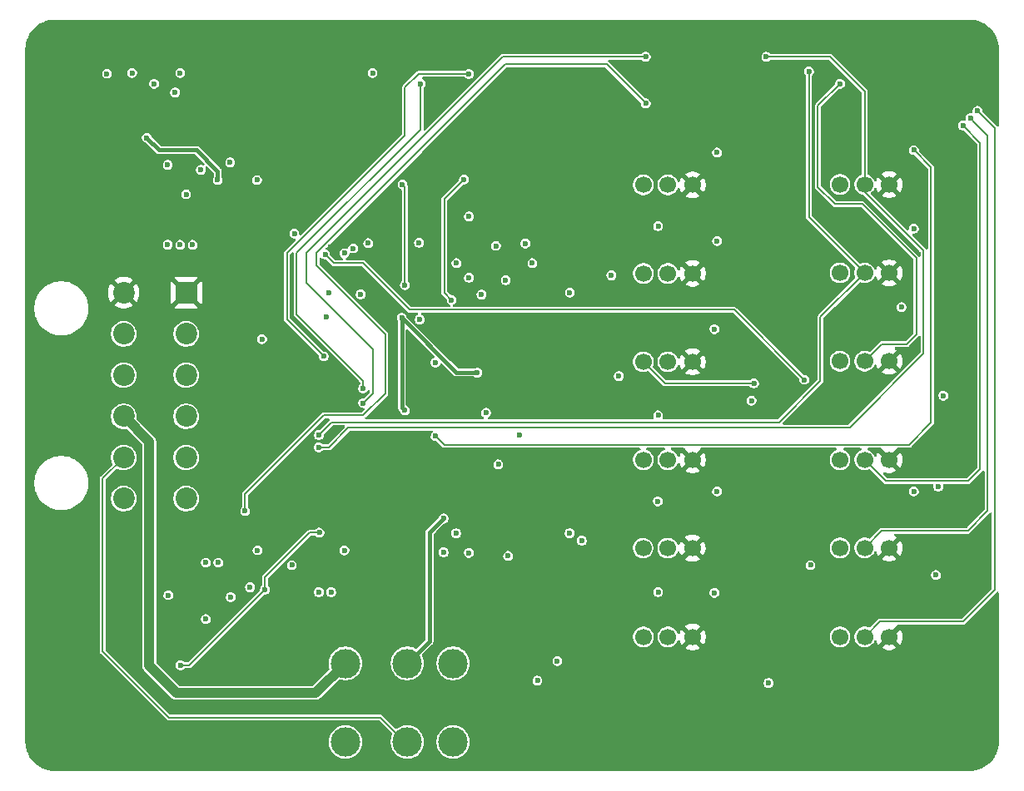
<source format=gbr>
%TF.GenerationSoftware,KiCad,Pcbnew,9.0.3*%
%TF.CreationDate,2025-12-22T22:43:45+07:00*%
%TF.ProjectId,BSPD v4 Rev 5,42535044-2076-4342-9052-657620352e6b,rev?*%
%TF.SameCoordinates,Original*%
%TF.FileFunction,Copper,L3,Inr*%
%TF.FilePolarity,Positive*%
%FSLAX46Y46*%
G04 Gerber Fmt 4.6, Leading zero omitted, Abs format (unit mm)*
G04 Created by KiCad (PCBNEW 9.0.3) date 2025-12-22 22:43:45*
%MOMM*%
%LPD*%
G01*
G04 APERTURE LIST*
G04 Aperture macros list*
%AMRoundRect*
0 Rectangle with rounded corners*
0 $1 Rounding radius*
0 $2 $3 $4 $5 $6 $7 $8 $9 X,Y pos of 4 corners*
0 Add a 4 corners polygon primitive as box body*
4,1,4,$2,$3,$4,$5,$6,$7,$8,$9,$2,$3,0*
0 Add four circle primitives for the rounded corners*
1,1,$1+$1,$2,$3*
1,1,$1+$1,$4,$5*
1,1,$1+$1,$6,$7*
1,1,$1+$1,$8,$9*
0 Add four rect primitives between the rounded corners*
20,1,$1+$1,$2,$3,$4,$5,0*
20,1,$1+$1,$4,$5,$6,$7,0*
20,1,$1+$1,$6,$7,$8,$9,0*
20,1,$1+$1,$8,$9,$2,$3,0*%
G04 Aperture macros list end*
%TA.AperFunction,ComponentPad*%
%ADD10C,0.800000*%
%TD*%
%TA.AperFunction,ComponentPad*%
%ADD11C,6.400000*%
%TD*%
%TA.AperFunction,ComponentPad*%
%ADD12C,1.700000*%
%TD*%
%TA.AperFunction,ComponentPad*%
%ADD13RoundRect,0.150000X0.960000X-0.950000X0.960000X0.950000X-0.960000X0.950000X-0.960000X-0.950000X0*%
%TD*%
%TA.AperFunction,ComponentPad*%
%ADD14C,2.200000*%
%TD*%
%TA.AperFunction,ComponentPad*%
%ADD15C,3.000000*%
%TD*%
%TA.AperFunction,ViaPad*%
%ADD16C,0.600000*%
%TD*%
%TA.AperFunction,Conductor*%
%ADD17C,0.400000*%
%TD*%
%TA.AperFunction,Conductor*%
%ADD18C,0.200000*%
%TD*%
%TA.AperFunction,Conductor*%
%ADD19C,1.000000*%
%TD*%
G04 APERTURE END LIST*
D10*
%TO.N,GND*%
%TO.C,H4*%
X234950000Y-141000000D03*
X235652944Y-139302944D03*
X235652944Y-142697056D03*
X237350000Y-138600000D03*
D11*
X237350000Y-141000000D03*
D10*
X237350000Y-143400000D03*
X239047056Y-139302944D03*
X239047056Y-142697056D03*
X239750000Y-141000000D03*
%TD*%
D12*
%TO.N,+5V*%
%TO.C,RV2*%
X204500000Y-93805000D03*
%TO.N,Net-(U1B--)*%
X207000000Y-93805000D03*
%TO.N,GND*%
X209500000Y-93805000D03*
%TD*%
D13*
%TO.N,GND*%
%TO.C,J1*%
X158000000Y-95770000D03*
D14*
%TO.N,Net-(J1-Pad2)*%
X158000000Y-99960000D03*
%TO.N,Net-(J1-Pad3)*%
X158000000Y-104150000D03*
%TO.N,Net-(J1-Pad4)*%
X158000000Y-108350000D03*
%TO.N,Net-(J1-Pad5)*%
X158000000Y-112540000D03*
%TO.N,+5V*%
X158000000Y-116730000D03*
%TO.N,+12V*%
X151650000Y-116730000D03*
%TO.N,BSPD_status(12V)*%
X151650000Y-112540000D03*
%TO.N,Relay_com*%
X151650000Y-108350000D03*
%TO.N,Relay_NO*%
X151650000Y-104150000D03*
%TO.N,Relay_NC*%
X151650000Y-99960000D03*
%TO.N,GND*%
X151650000Y-95770000D03*
%TD*%
D15*
%TO.N,Relay_com*%
%TO.C,U23*%
X174200000Y-133500000D03*
X174200000Y-141500000D03*
%TO.N,BSPD_status(12V)*%
X180500000Y-141500000D03*
%TO.N,Relay_NO*%
X185150000Y-141500000D03*
%TO.N,Relay_NC*%
X185150000Y-133500000D03*
%TO.N,+12V*%
X180500000Y-133500000D03*
%TD*%
D12*
%TO.N,+12V*%
%TO.C,RV3*%
X204500000Y-102800000D03*
%TO.N,Net-(U1C--)*%
X207000000Y-102800000D03*
%TO.N,GND*%
X209500000Y-102800000D03*
%TD*%
%TO.N,+5V*%
%TO.C,RV7*%
X224500000Y-84750000D03*
%TO.N,Net-(U2C--)*%
X227000000Y-84750000D03*
%TO.N,GND*%
X229500000Y-84750000D03*
%TD*%
D10*
%TO.N,GND*%
%TO.C,H2*%
X234950000Y-71400000D03*
X235652944Y-69702944D03*
X235652944Y-73097056D03*
X237350000Y-69000000D03*
D11*
X237350000Y-71400000D03*
D10*
X237350000Y-73800000D03*
X239047056Y-69702944D03*
X239047056Y-73097056D03*
X239750000Y-71400000D03*
%TD*%
%TO.N,GND*%
%TO.C,H3*%
X142600000Y-141000000D03*
X143302944Y-139302944D03*
X143302944Y-142697056D03*
X145000000Y-138600000D03*
D11*
X145000000Y-141000000D03*
D10*
X145000000Y-143400000D03*
X146697056Y-139302944D03*
X146697056Y-142697056D03*
X147400000Y-141000000D03*
%TD*%
D12*
%TO.N,+5V*%
%TO.C,RV4*%
X204500000Y-112780000D03*
%TO.N,Net-(U1D--)*%
X207000000Y-112780000D03*
%TO.N,GND*%
X209500000Y-112780000D03*
%TD*%
%TO.N,+12V*%
%TO.C,RV12*%
X224500000Y-130800000D03*
%TO.N,Net-(U3D--)*%
X227000000Y-130800000D03*
%TO.N,GND*%
X229500000Y-130800000D03*
%TD*%
%TO.N,+5V*%
%TO.C,RV11*%
X224500000Y-121750000D03*
%TO.N,Net-(U3C--)*%
X227000000Y-121750000D03*
%TO.N,GND*%
X229500000Y-121750000D03*
%TD*%
D10*
%TO.N,GND*%
%TO.C,H1*%
X142600000Y-71400000D03*
X143302944Y-69702944D03*
X143302944Y-73097056D03*
X145000000Y-69000000D03*
D11*
X145000000Y-71400000D03*
D10*
X145000000Y-73800000D03*
X146697056Y-69702944D03*
X146697056Y-73097056D03*
X147400000Y-71400000D03*
%TD*%
D12*
%TO.N,+5V*%
%TO.C,RV8*%
X224500000Y-93750000D03*
%TO.N,Net-(U2D--)*%
X227000000Y-93750000D03*
%TO.N,GND*%
X229500000Y-93750000D03*
%TD*%
%TO.N,+12V*%
%TO.C,RV6*%
X204500000Y-130810000D03*
%TO.N,Net-(U2B--)*%
X207000000Y-130810000D03*
%TO.N,GND*%
X209500000Y-130810000D03*
%TD*%
%TO.N,+5V*%
%TO.C,RV10*%
X224500000Y-112765000D03*
%TO.N,Net-(U3B--)*%
X227000000Y-112765000D03*
%TO.N,GND*%
X229500000Y-112765000D03*
%TD*%
%TO.N,+5V*%
%TO.C,RV1*%
X204500000Y-84800000D03*
%TO.N,Net-(U1A--)*%
X207000000Y-84800000D03*
%TO.N,GND*%
X209500000Y-84800000D03*
%TD*%
%TO.N,+5V*%
%TO.C,RV5*%
X204475000Y-121770000D03*
%TO.N,Net-(U2A--)*%
X206975000Y-121770000D03*
%TO.N,GND*%
X209475000Y-121770000D03*
%TD*%
%TO.N,+12V*%
%TO.C,RV9*%
X224500000Y-102740000D03*
%TO.N,Net-(U3A--)*%
X227000000Y-102740000D03*
%TO.N,GND*%
X229500000Y-102740000D03*
%TD*%
D16*
%TO.N,GND*%
X196750000Y-74000000D03*
X190750000Y-127200000D03*
X200500000Y-74000000D03*
X200500000Y-80750000D03*
X207250000Y-79250000D03*
X169950000Y-128800000D03*
X201250000Y-80750000D03*
X169300000Y-115750000D03*
X177400000Y-111200000D03*
X190300000Y-85000000D03*
X200500000Y-81500000D03*
X193850000Y-87150000D03*
X195250000Y-75500000D03*
X198250000Y-78500000D03*
X201250000Y-76250000D03*
X195250000Y-79250000D03*
X195250000Y-80750000D03*
X191500000Y-78500000D03*
X194500000Y-75500000D03*
X199000000Y-77000000D03*
X171450000Y-128050000D03*
X201250000Y-77000000D03*
X195800000Y-138450000D03*
X193450000Y-101800000D03*
X186250000Y-78500000D03*
X179000000Y-78500000D03*
X202750000Y-77750000D03*
X175900000Y-112700000D03*
X202000000Y-75500000D03*
X167000000Y-77000000D03*
X196750000Y-75500000D03*
X169300000Y-108750000D03*
X206500000Y-79250000D03*
X197500000Y-75500000D03*
X175900000Y-111950000D03*
X172250000Y-81250000D03*
X192250000Y-128700000D03*
X194500000Y-78500000D03*
X199750000Y-77000000D03*
X193850000Y-120650000D03*
X158750000Y-80000000D03*
X196750000Y-77750000D03*
X187750000Y-77000000D03*
X203750000Y-139850000D03*
X202000000Y-81500000D03*
X199000000Y-80000000D03*
X210250000Y-79250000D03*
X193000000Y-78500000D03*
X199750000Y-74000000D03*
X188000000Y-121850000D03*
X196000000Y-78500000D03*
X201250000Y-81500000D03*
X188500000Y-77750000D03*
X198300000Y-106250000D03*
X200500000Y-76250000D03*
X200550000Y-108200000D03*
X197500000Y-73250000D03*
X192250000Y-127950000D03*
X206500000Y-78500000D03*
X167750000Y-77000000D03*
X199000000Y-99750000D03*
X202750000Y-80750000D03*
X180450000Y-121900000D03*
X191500000Y-127950000D03*
X199000000Y-76250000D03*
X169400000Y-88750000D03*
X196750000Y-78500000D03*
X198550000Y-101900000D03*
X189250000Y-78500000D03*
X201250000Y-75500000D03*
X197500000Y-76250000D03*
X170700000Y-129550000D03*
X189350000Y-95950000D03*
X201250000Y-80000000D03*
X187000000Y-77750000D03*
X176650000Y-117000000D03*
X197500000Y-79250000D03*
X199000000Y-78500000D03*
X177500000Y-77000000D03*
X199750000Y-80750000D03*
X188350000Y-113000000D03*
X193600000Y-99500000D03*
X184350000Y-113050000D03*
X205750000Y-79250000D03*
X204250000Y-78500000D03*
X185500000Y-91000000D03*
X199750000Y-76250000D03*
X193000000Y-77750000D03*
X167750000Y-78500000D03*
X198250000Y-81500000D03*
X199000000Y-77750000D03*
X202750000Y-77000000D03*
X198250000Y-77750000D03*
X196750000Y-77000000D03*
X208750000Y-79250000D03*
X200500000Y-78500000D03*
X196000000Y-74000000D03*
X179000000Y-77000000D03*
X197500000Y-78500000D03*
X199000000Y-101250000D03*
X190000000Y-77000000D03*
X201250000Y-78500000D03*
X179060000Y-94212500D03*
X201250000Y-77750000D03*
X198250000Y-73250000D03*
X178250000Y-77750000D03*
X202000000Y-80750000D03*
X196000000Y-81500000D03*
X190750000Y-77750000D03*
X196000000Y-75500000D03*
X202750000Y-81500000D03*
X181150000Y-127950000D03*
X196750000Y-74750000D03*
X196000000Y-77750000D03*
X195900000Y-101850000D03*
X219500000Y-138450000D03*
X197500000Y-74000000D03*
X194500000Y-80000000D03*
X160950000Y-87250000D03*
X201250000Y-79250000D03*
X170700000Y-128050000D03*
X175400000Y-122050000D03*
X199000000Y-74000000D03*
X196750000Y-76250000D03*
X202000000Y-77750000D03*
X183400000Y-84950000D03*
X198300000Y-117000000D03*
X172650000Y-91150000D03*
X190000000Y-78500000D03*
X209500000Y-78500000D03*
X196000000Y-77000000D03*
X194500000Y-79250000D03*
X194500000Y-80750000D03*
X199000000Y-81500000D03*
X196750000Y-79250000D03*
X199000000Y-79250000D03*
X187750000Y-78500000D03*
X193750000Y-78500000D03*
X158750000Y-125000000D03*
X190750000Y-128700000D03*
X202750000Y-78500000D03*
X177500000Y-77750000D03*
X214350000Y-119000000D03*
X208000000Y-79250000D03*
X202000000Y-79250000D03*
X167800000Y-100300000D03*
X169950000Y-128050000D03*
X199750000Y-73250000D03*
X196000000Y-79250000D03*
X197500000Y-77750000D03*
X187000000Y-78500000D03*
X177400000Y-111950000D03*
X198250000Y-80000000D03*
X199750000Y-79250000D03*
X199550000Y-125550000D03*
X196750000Y-80750000D03*
X198250000Y-80750000D03*
X200500000Y-75500000D03*
X185500000Y-78500000D03*
X210250000Y-78500000D03*
X186700000Y-91000000D03*
X188500000Y-78500000D03*
X191500000Y-77750000D03*
X197650000Y-87150000D03*
X199750000Y-80000000D03*
X194500000Y-74750000D03*
X209750000Y-116600000D03*
X188500000Y-77000000D03*
X170750000Y-81250000D03*
X195250000Y-78500000D03*
X169200000Y-103750000D03*
X195250000Y-77000000D03*
X197500000Y-80750000D03*
X205750000Y-78500000D03*
X193750000Y-77000000D03*
X167000000Y-77750000D03*
X195250000Y-74000000D03*
X192250000Y-127200000D03*
X194050000Y-114450000D03*
X196000000Y-74750000D03*
X200500000Y-74750000D03*
X193750000Y-77750000D03*
X198250000Y-76250000D03*
X199750000Y-77750000D03*
X169950000Y-129550000D03*
X193000000Y-77000000D03*
X187000000Y-77000000D03*
X197500000Y-74750000D03*
X199750000Y-81500000D03*
X187750000Y-77750000D03*
X195250000Y-76250000D03*
X198250000Y-74750000D03*
X208750000Y-78500000D03*
X208000000Y-78500000D03*
X199000000Y-74750000D03*
X191500000Y-77000000D03*
X199000000Y-100500000D03*
X195250000Y-74750000D03*
X202000000Y-77000000D03*
X207250000Y-78500000D03*
X199000000Y-75500000D03*
X205000000Y-79250000D03*
X199750000Y-78500000D03*
X198250000Y-75500000D03*
X179000000Y-77750000D03*
X186250000Y-77750000D03*
X190750000Y-77000000D03*
X174100000Y-90850000D03*
X197500000Y-80000000D03*
X190000000Y-77750000D03*
X205000000Y-78500000D03*
X170700000Y-128800000D03*
X201250000Y-74750000D03*
X196000000Y-76250000D03*
X202000000Y-76250000D03*
X176650000Y-122050000D03*
X195250000Y-77750000D03*
X200500000Y-80000000D03*
X200500000Y-79250000D03*
X197500000Y-77000000D03*
X171450000Y-129550000D03*
X178250000Y-77000000D03*
X198250000Y-77000000D03*
X200500000Y-77000000D03*
X171450000Y-128800000D03*
X194500000Y-77750000D03*
X189250000Y-77750000D03*
X191500000Y-127200000D03*
X191500000Y-128700000D03*
X199000000Y-80750000D03*
X195250000Y-80000000D03*
X159500000Y-133950000D03*
X192250000Y-77750000D03*
X168500000Y-77000000D03*
X199000000Y-73250000D03*
X194400000Y-116800000D03*
X190750000Y-127950000D03*
X176650000Y-111950000D03*
X196000000Y-80000000D03*
X194500000Y-76250000D03*
X209500000Y-79250000D03*
X176650000Y-111200000D03*
X177500000Y-78500000D03*
X168500000Y-78500000D03*
X202000000Y-78500000D03*
X199750000Y-75500000D03*
X196000000Y-80750000D03*
X197500000Y-81500000D03*
X194500000Y-77000000D03*
X176650000Y-112700000D03*
X168500000Y-77750000D03*
X171500000Y-81250000D03*
X171700000Y-113000000D03*
X192250000Y-77000000D03*
X202000000Y-80000000D03*
X167750000Y-77750000D03*
X196750000Y-80000000D03*
X202750000Y-80000000D03*
X196000000Y-73250000D03*
X189250000Y-77000000D03*
X195250000Y-81500000D03*
X199750000Y-74750000D03*
X196750000Y-73250000D03*
X196750000Y-81500000D03*
X167550000Y-98350000D03*
X192250000Y-78500000D03*
X203500000Y-78500000D03*
X200500000Y-77750000D03*
X204250000Y-79250000D03*
X202750000Y-76250000D03*
X167000000Y-78500000D03*
X202750000Y-79250000D03*
X198250000Y-74000000D03*
X198250000Y-79250000D03*
X203500000Y-79250000D03*
X190750000Y-78500000D03*
X175900000Y-111200000D03*
X178250000Y-78500000D03*
%TO.N,+5V*%
X181690000Y-90690000D03*
X187593750Y-103906250D03*
X166000000Y-126000000D03*
X171555000Y-120195000D03*
X189750000Y-113250000D03*
X179930000Y-98320000D03*
X157440000Y-133690000D03*
X180250000Y-107750000D03*
%TO.N,BRK2*%
X160000000Y-123250000D03*
X164000000Y-118000000D03*
X204750000Y-76500000D03*
%TO.N,BRK1*%
X204750000Y-71750000D03*
X176000000Y-107000000D03*
%TO.N,TPS2*%
X157400000Y-90900000D03*
X165712500Y-100500000D03*
X149948132Y-73473554D03*
%TO.N,+12V*%
X184190000Y-118750000D03*
X161210000Y-84300000D03*
X215750000Y-105000000D03*
X172250000Y-98250000D03*
X154000000Y-80000000D03*
%TO.N,TPS1*%
X152500000Y-73400000D03*
X156130000Y-82750000D03*
%TO.N,Net-(U27A-+)*%
X186750000Y-122250000D03*
X183370000Y-102870000D03*
X180250000Y-95000000D03*
X180000000Y-84750000D03*
%TO.N,Net-(U1A--)*%
X157392857Y-73392857D03*
X159500000Y-83250000D03*
%TO.N,Net-(U1B--)*%
X156875000Y-75375000D03*
X206000000Y-89000000D03*
X158000000Y-85750000D03*
%TO.N,Net-(U2A--)*%
X176000000Y-105500000D03*
X205975000Y-117000000D03*
X181857143Y-74500000D03*
%TO.N,Net-(U2B--)*%
X206000000Y-126250000D03*
X172000000Y-102250000D03*
X186750000Y-73500000D03*
%TO.N,Net-(U27B-+)*%
X188500000Y-108000000D03*
X185000000Y-96500000D03*
X186250000Y-84250000D03*
%TO.N,Logic_state*%
X195750000Y-133250000D03*
X193725000Y-135250000D03*
X171500000Y-126250000D03*
%TO.N,Net-(U1C--)*%
X158670000Y-90900000D03*
X154750000Y-74500000D03*
%TO.N,Net-(U2C--)*%
X171500000Y-111500000D03*
X217000000Y-71750000D03*
%TO.N,Net-(U3A--)*%
X160000000Y-129000000D03*
X224500000Y-74500000D03*
%TO.N,Net-(U3B--)*%
X237000000Y-78750000D03*
X162540000Y-126750000D03*
%TO.N,Net-(U3C--)*%
X161270000Y-123250000D03*
X237750000Y-78000000D03*
%TO.N,Net-(U1D--)*%
X176964286Y-73400000D03*
X156130000Y-90870000D03*
X206000000Y-108250000D03*
%TO.N,Net-(U2D--)*%
X221333333Y-73250000D03*
X171500000Y-110250000D03*
%TO.N,Net-(U3D--)*%
X164500000Y-125750000D03*
X238483662Y-77266338D03*
%TO.N,TPS1_sense*%
X162480000Y-82500000D03*
X212000000Y-81500000D03*
%TO.N,TPS1_con*%
X165200000Y-84300000D03*
X212000000Y-90500000D03*
X185500000Y-92750000D03*
%TO.N,TPS1_over*%
X169000000Y-89750000D03*
X192500000Y-90750000D03*
X211725000Y-99475000D03*
%TO.N,TPS2_sense*%
X215500000Y-106750000D03*
X202000000Y-104250000D03*
X172500000Y-95750000D03*
%TO.N,TPS2_con*%
X186770000Y-94250000D03*
X212000000Y-116000000D03*
%TO.N,TPS2_over*%
X193210000Y-92750000D03*
X211725000Y-126310000D03*
X181750000Y-98500000D03*
%TO.N,BRK1_sense*%
X232000000Y-81250000D03*
X175750000Y-95940000D03*
X183370000Y-110380000D03*
%TO.N,BRK1_con*%
X232000000Y-89250000D03*
X189500000Y-91000000D03*
%TO.N,BRK1_over*%
X201250000Y-94000000D03*
X230750000Y-97250000D03*
%TO.N,BRK2_sense*%
X220875000Y-104625000D03*
X235000000Y-106250000D03*
X156190000Y-126560000D03*
X172132230Y-91867771D03*
%TO.N,BRK2_con*%
X186770000Y-88000000D03*
X165262500Y-121987500D03*
X234500000Y-115500000D03*
X232000000Y-116000000D03*
%TO.N,BRK2_over*%
X197020000Y-95750000D03*
X221500000Y-123500000D03*
X234250000Y-124500000D03*
X168750000Y-123500000D03*
%TO.N,Net-(U21C-3A)*%
X175000000Y-91250000D03*
X184190000Y-122190000D03*
%TO.N,Net-(U21C-3B)*%
X176520000Y-90730000D03*
X185460000Y-120250000D03*
%TO.N,Net-(U21C-3Y)*%
X217225000Y-135500000D03*
X174095000Y-122000000D03*
X174095000Y-91750000D03*
X172750000Y-126250000D03*
%TO.N,Net-(U17B-2Y)*%
X190750000Y-122560000D03*
X188040000Y-95960000D03*
%TO.N,Net-(U17C-3Y)*%
X197000000Y-120250000D03*
X190500000Y-94500000D03*
%TO.N,Net-(U18-Pad6)*%
X198250000Y-121000000D03*
X191940000Y-110250000D03*
%TD*%
D17*
%TO.N,+5V*%
X185485000Y-103875000D02*
X179930000Y-98320000D01*
X180250000Y-107750000D02*
X179930000Y-107430000D01*
D18*
X170555000Y-120195000D02*
X171555000Y-120195000D01*
D17*
X185485000Y-103875000D02*
X187562500Y-103875000D01*
D18*
X157440000Y-133690000D02*
X158310000Y-133690000D01*
D17*
X179930000Y-107430000D02*
X179930000Y-98320000D01*
D18*
X166000000Y-126000000D02*
X166000000Y-124750000D01*
D17*
X187562500Y-103875000D02*
X187593750Y-103906250D01*
D18*
X158310000Y-133690000D02*
X166000000Y-126000000D01*
X166000000Y-124750000D02*
X170555000Y-120195000D01*
%TO.N,BRK2*%
X200750000Y-72500000D02*
X204750000Y-76500000D01*
X190500000Y-72500000D02*
X200750000Y-72500000D01*
X172000000Y-108250000D02*
X176000000Y-108250000D01*
X176000000Y-108250000D02*
X178250000Y-106000000D01*
X171250000Y-93000000D02*
X171250000Y-91750000D01*
X171250000Y-91750000D02*
X190500000Y-72500000D01*
X178250000Y-106000000D02*
X178250000Y-100000000D01*
X164000000Y-116250000D02*
X172000000Y-108250000D01*
X178250000Y-100000000D02*
X171250000Y-93000000D01*
X164000000Y-118000000D02*
X164000000Y-116250000D01*
%TO.N,BRK1*%
X177000000Y-106000000D02*
X177000000Y-101500000D01*
X170250000Y-91750000D02*
X190250000Y-71750000D01*
X190250000Y-71750000D02*
X204750000Y-71750000D01*
X170250000Y-94750000D02*
X170250000Y-91750000D01*
X177000000Y-101500000D02*
X170250000Y-94750000D01*
X176000000Y-107000000D02*
X177000000Y-106000000D01*
%TO.N,+12V*%
X206700000Y-105000000D02*
X215750000Y-105000000D01*
D17*
X161210000Y-84300000D02*
X161210000Y-83394796D01*
X155250000Y-81250000D02*
X154000000Y-80000000D01*
X159065204Y-81250000D02*
X155250000Y-81250000D01*
X182750000Y-120190000D02*
X182750000Y-131250000D01*
X182750000Y-131250000D02*
X180500000Y-133500000D01*
X184190000Y-118750000D02*
X182750000Y-120190000D01*
D18*
X204500000Y-102800000D02*
X206700000Y-105000000D01*
D17*
X161210000Y-83394796D02*
X159065204Y-81250000D01*
D18*
%TO.N,Net-(U27A-+)*%
X180000000Y-84750000D02*
X180250000Y-85000000D01*
X180250000Y-85000000D02*
X180250000Y-95000000D01*
%TO.N,BSPD_status(12V)*%
X180250000Y-141500000D02*
X177750000Y-139000000D01*
X149500000Y-114690000D02*
X151650000Y-112540000D01*
X180500000Y-141500000D02*
X180250000Y-141500000D01*
X156250000Y-139000000D02*
X149500000Y-132250000D01*
X149500000Y-132250000D02*
X149500000Y-114690000D01*
X177750000Y-139000000D02*
X156250000Y-139000000D01*
D19*
%TO.N,Relay_com*%
X171200000Y-136500000D02*
X157000000Y-136500000D01*
X154250000Y-133750000D02*
X154250000Y-110950000D01*
X154250000Y-110950000D02*
X151650000Y-108350000D01*
X157000000Y-136500000D02*
X154250000Y-133750000D01*
X174200000Y-133500000D02*
X171200000Y-136500000D01*
D18*
%TO.N,Net-(U2A--)*%
X181857143Y-79142857D02*
X181857143Y-74500000D01*
X169250000Y-91750000D02*
X181857143Y-79142857D01*
X176000000Y-105500000D02*
X176000000Y-104750000D01*
X176000000Y-104750000D02*
X169250000Y-98000000D01*
X169250000Y-98000000D02*
X169250000Y-91750000D01*
%TO.N,Net-(U2B--)*%
X181626969Y-73500000D02*
X186750000Y-73500000D01*
X168250000Y-91750000D02*
X180250000Y-79750000D01*
X180250000Y-79750000D02*
X180250000Y-74876969D01*
X172000000Y-102250000D02*
X168250000Y-98500000D01*
X168250000Y-98500000D02*
X168250000Y-91750000D01*
X180250000Y-74876969D02*
X181626969Y-73500000D01*
%TO.N,Net-(U27B-+)*%
X184250000Y-86250000D02*
X184250000Y-95750000D01*
X184250000Y-95750000D02*
X185000000Y-96500000D01*
X186250000Y-84250000D02*
X184250000Y-86250000D01*
%TO.N,Net-(U2C--)*%
X227000000Y-75250000D02*
X227000000Y-84750000D01*
X233000000Y-91500000D02*
X233000000Y-102000000D01*
X227000000Y-84750000D02*
X227000000Y-85500000D01*
X233000000Y-102000000D02*
X225500000Y-109500000D01*
X217000000Y-71750000D02*
X223500000Y-71750000D01*
X172500000Y-111500000D02*
X171500000Y-111500000D01*
X223500000Y-71750000D02*
X227000000Y-75250000D01*
X225500000Y-109500000D02*
X174500000Y-109500000D01*
X174500000Y-109500000D02*
X172500000Y-111500000D01*
X227000000Y-85500000D02*
X233000000Y-91500000D01*
%TO.N,Net-(U3A--)*%
X232250000Y-100000000D02*
X231250000Y-101000000D01*
X228740000Y-101000000D02*
X227000000Y-102740000D01*
X222250000Y-76750000D02*
X222250000Y-85000000D01*
X224000000Y-86750000D02*
X226750000Y-86750000D01*
X222250000Y-85000000D02*
X224000000Y-86750000D01*
X224500000Y-74500000D02*
X222250000Y-76750000D01*
X231250000Y-101000000D02*
X228740000Y-101000000D01*
X226750000Y-86750000D02*
X232250000Y-92250000D01*
X232250000Y-92250000D02*
X232250000Y-100000000D01*
%TO.N,Net-(U3B--)*%
X238750000Y-80500000D02*
X237000000Y-78750000D01*
X227000000Y-112765000D02*
X229174000Y-114939000D01*
X237561000Y-114939000D02*
X238750000Y-113750000D01*
X238750000Y-113750000D02*
X238750000Y-80500000D01*
X229174000Y-114939000D02*
X237561000Y-114939000D01*
%TO.N,Net-(U3C--)*%
X239500000Y-118000000D02*
X239500000Y-79750000D01*
X227000000Y-121750000D02*
X228750000Y-120000000D01*
X239500000Y-79750000D02*
X238250000Y-78500000D01*
X228750000Y-120000000D02*
X237500000Y-120000000D01*
X237500000Y-120000000D02*
X239500000Y-118000000D01*
X238250000Y-78500000D02*
X237750000Y-78000000D01*
%TO.N,Net-(U2D--)*%
X171500000Y-110250000D02*
X172789192Y-108960808D01*
X218289192Y-108960808D02*
X222500000Y-104750000D01*
X222500000Y-104750000D02*
X222500000Y-98250000D01*
X221333333Y-73250000D02*
X221333333Y-88083333D01*
X172789192Y-108960808D02*
X218289192Y-108960808D01*
X221333333Y-88083333D02*
X227000000Y-93750000D01*
X222500000Y-98250000D02*
X227000000Y-93750000D01*
%TO.N,Net-(U3D--)*%
X237000000Y-129250000D02*
X228550000Y-129250000D01*
X240250000Y-79032675D02*
X240250000Y-126000000D01*
X228550000Y-129250000D02*
X227000000Y-130800000D01*
X238483662Y-77266338D02*
X240250000Y-79032675D01*
X240250000Y-126000000D02*
X237000000Y-129250000D01*
%TO.N,BRK1_sense*%
X231500000Y-111250000D02*
X184240000Y-111250000D01*
X233750000Y-109000000D02*
X231500000Y-111250000D01*
X233750000Y-83000000D02*
X233750000Y-109000000D01*
X232000000Y-81250000D02*
X233750000Y-83000000D01*
X184240000Y-111250000D02*
X183370000Y-110380000D01*
%TO.N,BRK2_sense*%
X213750000Y-97500000D02*
X180750000Y-97500000D01*
X173014459Y-92750000D02*
X172132230Y-91867771D01*
X176000000Y-92750000D02*
X173014459Y-92750000D01*
X180750000Y-97500000D02*
X176000000Y-92750000D01*
X220875000Y-104625000D02*
X213750000Y-97500000D01*
%TD*%
%TA.AperFunction,Conductor*%
%TO.N,GND*%
G36*
X237653244Y-67975670D02*
G01*
X237957046Y-67991592D01*
X237969953Y-67992949D01*
X238101089Y-68013718D01*
X238267209Y-68040028D01*
X238279896Y-68042724D01*
X238570625Y-68120625D01*
X238582965Y-68124635D01*
X238863938Y-68232490D01*
X238875790Y-68237767D01*
X239143968Y-68374411D01*
X239155199Y-68380896D01*
X239407608Y-68544812D01*
X239418109Y-68552441D01*
X239652010Y-68741850D01*
X239661655Y-68750535D01*
X239874464Y-68963344D01*
X239883149Y-68972989D01*
X240072558Y-69206890D01*
X240080187Y-69217391D01*
X240244101Y-69469796D01*
X240250591Y-69481036D01*
X240387231Y-69749206D01*
X240392510Y-69761064D01*
X240500363Y-70042033D01*
X240504374Y-70054376D01*
X240582273Y-70345097D01*
X240584971Y-70357794D01*
X240632050Y-70655046D01*
X240633407Y-70667953D01*
X240649330Y-70971756D01*
X240649500Y-70978246D01*
X240649500Y-78707842D01*
X240629815Y-78774881D01*
X240577011Y-78820636D01*
X240507853Y-78830580D01*
X240444297Y-78801555D01*
X240437819Y-78795523D01*
X239020481Y-77378185D01*
X238986996Y-77316862D01*
X238984162Y-77290504D01*
X238984162Y-77200448D01*
X238984162Y-77200446D01*
X238950054Y-77073152D01*
X238884162Y-76959024D01*
X238790976Y-76865838D01*
X238733912Y-76832892D01*
X238676849Y-76799946D01*
X238613201Y-76782892D01*
X238549554Y-76765838D01*
X238417770Y-76765838D01*
X238290474Y-76799946D01*
X238176348Y-76865838D01*
X238176345Y-76865840D01*
X238083164Y-76959021D01*
X238083162Y-76959024D01*
X238017270Y-77073150D01*
X237983162Y-77200446D01*
X237983162Y-77332230D01*
X237988800Y-77353271D01*
X237987135Y-77423121D01*
X237947971Y-77480983D01*
X237883742Y-77508485D01*
X237836933Y-77505138D01*
X237815892Y-77499500D01*
X237684108Y-77499500D01*
X237556812Y-77533608D01*
X237442686Y-77599500D01*
X237442683Y-77599502D01*
X237349502Y-77692683D01*
X237349500Y-77692686D01*
X237283608Y-77806812D01*
X237266013Y-77872480D01*
X237249500Y-77934108D01*
X237249500Y-78065892D01*
X237251536Y-78073492D01*
X237261118Y-78109250D01*
X237259455Y-78179100D01*
X237220292Y-78236962D01*
X237156064Y-78264466D01*
X237109251Y-78261118D01*
X237065892Y-78249500D01*
X236934108Y-78249500D01*
X236806812Y-78283608D01*
X236692686Y-78349500D01*
X236692683Y-78349502D01*
X236599502Y-78442683D01*
X236599500Y-78442686D01*
X236533608Y-78556812D01*
X236511117Y-78640751D01*
X236499500Y-78684108D01*
X236499500Y-78815892D01*
X236503436Y-78830580D01*
X236533608Y-78943187D01*
X236547371Y-78967024D01*
X236599500Y-79057314D01*
X236692686Y-79150500D01*
X236806814Y-79216392D01*
X236934108Y-79250500D01*
X236934110Y-79250500D01*
X237024167Y-79250500D01*
X237091206Y-79270185D01*
X237111848Y-79286819D01*
X238413181Y-80588152D01*
X238446666Y-80649475D01*
X238449500Y-80675833D01*
X238449500Y-113574167D01*
X238429815Y-113641206D01*
X238413181Y-113661848D01*
X237472848Y-114602181D01*
X237411525Y-114635666D01*
X237385167Y-114638500D01*
X229349833Y-114638500D01*
X229282794Y-114618815D01*
X229262152Y-114602181D01*
X228894141Y-114234170D01*
X228860656Y-114172847D01*
X228865640Y-114103155D01*
X228907512Y-114047222D01*
X228972976Y-114022805D01*
X229020140Y-114028558D01*
X229183871Y-114081757D01*
X229393754Y-114115000D01*
X229606246Y-114115000D01*
X229816127Y-114081757D01*
X229816130Y-114081757D01*
X230018217Y-114016095D01*
X230207554Y-113919622D01*
X230261716Y-113880270D01*
X230261717Y-113880270D01*
X229588584Y-113207138D01*
X229673694Y-113184333D01*
X229776306Y-113125090D01*
X229860090Y-113041306D01*
X229919333Y-112938694D01*
X229942138Y-112853584D01*
X230615270Y-113526717D01*
X230615270Y-113526716D01*
X230654622Y-113472554D01*
X230751095Y-113283217D01*
X230816757Y-113081130D01*
X230816757Y-113081127D01*
X230850000Y-112871246D01*
X230850000Y-112658753D01*
X230816757Y-112448872D01*
X230816757Y-112448869D01*
X230751095Y-112246782D01*
X230654624Y-112057449D01*
X230615270Y-112003282D01*
X230615269Y-112003282D01*
X229942137Y-112676414D01*
X229919333Y-112591306D01*
X229860090Y-112488694D01*
X229776306Y-112404910D01*
X229673694Y-112345667D01*
X229588584Y-112322861D01*
X230274329Y-111637115D01*
X230278796Y-111615853D01*
X230327846Y-111566096D01*
X230388050Y-111550500D01*
X231539560Y-111550500D01*
X231539562Y-111550500D01*
X231615989Y-111530021D01*
X231684511Y-111490460D01*
X231740460Y-111434511D01*
X233990460Y-109184511D01*
X234030022Y-109115988D01*
X234050500Y-109039562D01*
X234050500Y-108960438D01*
X234050500Y-106184108D01*
X234499500Y-106184108D01*
X234499500Y-106315891D01*
X234533608Y-106443187D01*
X234545152Y-106463181D01*
X234599500Y-106557314D01*
X234692686Y-106650500D01*
X234806814Y-106716392D01*
X234934108Y-106750500D01*
X234934110Y-106750500D01*
X235065890Y-106750500D01*
X235065892Y-106750500D01*
X235193186Y-106716392D01*
X235307314Y-106650500D01*
X235400500Y-106557314D01*
X235466392Y-106443186D01*
X235500500Y-106315892D01*
X235500500Y-106184108D01*
X235466392Y-106056814D01*
X235400500Y-105942686D01*
X235307314Y-105849500D01*
X235250250Y-105816554D01*
X235193187Y-105783608D01*
X235129539Y-105766554D01*
X235065892Y-105749500D01*
X234934108Y-105749500D01*
X234806812Y-105783608D01*
X234692686Y-105849500D01*
X234692683Y-105849502D01*
X234599502Y-105942683D01*
X234599500Y-105942686D01*
X234533608Y-106056812D01*
X234499500Y-106184108D01*
X234050500Y-106184108D01*
X234050500Y-82960438D01*
X234045743Y-82942686D01*
X234034439Y-82900499D01*
X234030023Y-82884015D01*
X234030022Y-82884013D01*
X234030022Y-82884012D01*
X233990460Y-82815489D01*
X232536819Y-81361848D01*
X232503334Y-81300525D01*
X232500500Y-81274167D01*
X232500500Y-81184110D01*
X232500500Y-81184108D01*
X232466392Y-81056814D01*
X232400500Y-80942686D01*
X232307314Y-80849500D01*
X232244408Y-80813181D01*
X232193187Y-80783608D01*
X232129539Y-80766554D01*
X232065892Y-80749500D01*
X231934108Y-80749500D01*
X231806812Y-80783608D01*
X231692686Y-80849500D01*
X231692683Y-80849502D01*
X231599502Y-80942683D01*
X231599500Y-80942686D01*
X231533608Y-81056812D01*
X231522170Y-81099500D01*
X231499500Y-81184108D01*
X231499500Y-81315892D01*
X231505504Y-81338300D01*
X231533608Y-81443187D01*
X231566554Y-81500250D01*
X231599500Y-81557314D01*
X231692686Y-81650500D01*
X231806814Y-81716392D01*
X231934108Y-81750500D01*
X231934110Y-81750500D01*
X232024167Y-81750500D01*
X232091206Y-81770185D01*
X232111848Y-81786819D01*
X233413181Y-83088152D01*
X233446666Y-83149475D01*
X233449500Y-83175833D01*
X233449500Y-91225167D01*
X233429815Y-91292206D01*
X233377011Y-91337961D01*
X233307853Y-91347905D01*
X233244297Y-91318880D01*
X233237819Y-91312848D01*
X231887152Y-89962181D01*
X231853667Y-89900858D01*
X231858651Y-89831166D01*
X231900523Y-89775233D01*
X231965987Y-89750816D01*
X231974833Y-89750500D01*
X232065890Y-89750500D01*
X232065892Y-89750500D01*
X232193186Y-89716392D01*
X232307314Y-89650500D01*
X232400500Y-89557314D01*
X232466392Y-89443186D01*
X232500500Y-89315892D01*
X232500500Y-89184108D01*
X232466392Y-89056814D01*
X232400500Y-88942686D01*
X232307314Y-88849500D01*
X232233380Y-88806814D01*
X232193187Y-88783608D01*
X232129539Y-88766554D01*
X232065892Y-88749500D01*
X231934108Y-88749500D01*
X231806812Y-88783608D01*
X231692686Y-88849500D01*
X231692683Y-88849502D01*
X231599502Y-88942683D01*
X231599500Y-88942686D01*
X231533608Y-89056812D01*
X231499500Y-89184108D01*
X231499500Y-89275167D01*
X231479815Y-89342206D01*
X231427011Y-89387961D01*
X231357853Y-89397905D01*
X231294297Y-89368880D01*
X231287819Y-89362848D01*
X227667983Y-85743012D01*
X227634498Y-85681689D01*
X227639482Y-85611997D01*
X227667983Y-85567650D01*
X227815974Y-85419658D01*
X227815975Y-85419657D01*
X227815977Y-85419655D01*
X227930941Y-85247598D01*
X227976748Y-85137009D01*
X228020589Y-85082606D01*
X228086883Y-85060541D01*
X228154582Y-85077820D01*
X228202193Y-85128957D01*
X228209240Y-85146144D01*
X228248904Y-85268216D01*
X228345375Y-85457550D01*
X228384728Y-85511716D01*
X229057861Y-84838584D01*
X229080667Y-84923694D01*
X229139910Y-85026306D01*
X229223694Y-85110090D01*
X229326306Y-85169333D01*
X229411415Y-85192138D01*
X228738282Y-85865269D01*
X228738282Y-85865270D01*
X228792449Y-85904624D01*
X228981782Y-86001095D01*
X229183870Y-86066757D01*
X229393754Y-86100000D01*
X229606246Y-86100000D01*
X229816127Y-86066757D01*
X229816130Y-86066757D01*
X230018217Y-86001095D01*
X230207554Y-85904622D01*
X230261716Y-85865270D01*
X230261717Y-85865270D01*
X229588584Y-85192138D01*
X229673694Y-85169333D01*
X229776306Y-85110090D01*
X229860090Y-85026306D01*
X229919333Y-84923694D01*
X229942138Y-84838584D01*
X230615270Y-85511717D01*
X230615270Y-85511716D01*
X230654622Y-85457554D01*
X230751095Y-85268217D01*
X230816757Y-85066130D01*
X230816757Y-85066127D01*
X230850000Y-84856246D01*
X230850000Y-84643753D01*
X230816757Y-84433872D01*
X230816757Y-84433869D01*
X230751095Y-84231782D01*
X230654624Y-84042449D01*
X230615270Y-83988282D01*
X230615269Y-83988282D01*
X229942137Y-84661414D01*
X229919333Y-84576306D01*
X229860090Y-84473694D01*
X229776306Y-84389910D01*
X229673694Y-84330667D01*
X229588584Y-84307861D01*
X230261716Y-83634728D01*
X230207550Y-83595375D01*
X230018217Y-83498904D01*
X229816129Y-83433242D01*
X229606246Y-83400000D01*
X229393754Y-83400000D01*
X229183872Y-83433242D01*
X229183869Y-83433242D01*
X228981782Y-83498904D01*
X228792439Y-83595380D01*
X228738282Y-83634727D01*
X228738282Y-83634728D01*
X229411415Y-84307861D01*
X229326306Y-84330667D01*
X229223694Y-84389910D01*
X229139910Y-84473694D01*
X229080667Y-84576306D01*
X229057861Y-84661415D01*
X228384728Y-83988282D01*
X228384727Y-83988282D01*
X228345380Y-84042439D01*
X228248905Y-84231781D01*
X228209240Y-84353856D01*
X228169802Y-84411531D01*
X228105443Y-84438729D01*
X228036597Y-84426814D01*
X227985121Y-84379570D01*
X227976748Y-84362990D01*
X227972965Y-84353856D01*
X227930941Y-84252402D01*
X227815977Y-84080345D01*
X227815975Y-84080342D01*
X227669657Y-83934024D01*
X227497595Y-83819057D01*
X227443253Y-83796548D01*
X227443252Y-83796548D01*
X227377046Y-83769124D01*
X227322643Y-83725282D01*
X227300579Y-83658988D01*
X227300500Y-83654563D01*
X227300500Y-75210439D01*
X227292830Y-75181814D01*
X227280021Y-75134011D01*
X227280017Y-75134004D01*
X227240464Y-75065495D01*
X227240458Y-75065487D01*
X223684512Y-71509541D01*
X223684507Y-71509537D01*
X223675065Y-71504086D01*
X223675064Y-71504086D01*
X223615991Y-71469980D01*
X223615990Y-71469979D01*
X223590513Y-71463152D01*
X223539562Y-71449500D01*
X223539560Y-71449500D01*
X217458676Y-71449500D01*
X217391637Y-71429815D01*
X217370995Y-71413181D01*
X217307316Y-71349502D01*
X217307314Y-71349500D01*
X217250250Y-71316554D01*
X217193187Y-71283608D01*
X217129539Y-71266554D01*
X217065892Y-71249500D01*
X216934108Y-71249500D01*
X216806812Y-71283608D01*
X216692686Y-71349500D01*
X216692683Y-71349502D01*
X216599502Y-71442683D01*
X216599500Y-71442686D01*
X216533608Y-71556812D01*
X216499500Y-71684108D01*
X216499500Y-71815891D01*
X216533608Y-71943187D01*
X216566554Y-72000250D01*
X216599500Y-72057314D01*
X216692686Y-72150500D01*
X216806814Y-72216392D01*
X216934108Y-72250500D01*
X216934110Y-72250500D01*
X217065890Y-72250500D01*
X217065892Y-72250500D01*
X217193186Y-72216392D01*
X217307314Y-72150500D01*
X217370995Y-72086819D01*
X217432318Y-72053334D01*
X217458676Y-72050500D01*
X223324167Y-72050500D01*
X223391206Y-72070185D01*
X223411848Y-72086819D01*
X226663181Y-75338152D01*
X226696666Y-75399475D01*
X226699500Y-75425833D01*
X226699500Y-83654563D01*
X226679815Y-83721602D01*
X226627011Y-83767357D01*
X226622953Y-83769124D01*
X226502404Y-83819057D01*
X226330342Y-83934024D01*
X226184024Y-84080342D01*
X226069058Y-84252403D01*
X225989870Y-84443579D01*
X225989868Y-84443587D01*
X225949500Y-84646530D01*
X225949500Y-84853469D01*
X225989868Y-85056412D01*
X225989870Y-85056420D01*
X226056132Y-85216391D01*
X226069059Y-85247598D01*
X226102468Y-85297598D01*
X226184024Y-85419657D01*
X226330342Y-85565975D01*
X226330345Y-85565977D01*
X226502402Y-85680941D01*
X226693580Y-85760130D01*
X226833423Y-85787946D01*
X226895330Y-85820329D01*
X226896910Y-85821881D01*
X232663181Y-91588152D01*
X232696666Y-91649475D01*
X232699500Y-91675833D01*
X232699500Y-91975167D01*
X232679815Y-92042206D01*
X232627011Y-92087961D01*
X232557853Y-92097905D01*
X232494297Y-92068880D01*
X232487819Y-92062848D01*
X226934512Y-86509541D01*
X226934507Y-86509537D01*
X226901462Y-86490459D01*
X226901462Y-86490458D01*
X226901460Y-86490458D01*
X226889083Y-86483312D01*
X226865990Y-86469979D01*
X226865991Y-86469979D01*
X226827775Y-86459739D01*
X226789562Y-86449500D01*
X226789560Y-86449500D01*
X224175833Y-86449500D01*
X224108794Y-86429815D01*
X224088152Y-86413181D01*
X222586819Y-84911848D01*
X222572115Y-84884920D01*
X222555523Y-84859102D01*
X222554631Y-84852901D01*
X222553334Y-84850525D01*
X222550500Y-84824167D01*
X222550500Y-84646530D01*
X223449500Y-84646530D01*
X223449500Y-84853469D01*
X223489868Y-85056412D01*
X223489870Y-85056420D01*
X223556132Y-85216391D01*
X223569059Y-85247598D01*
X223602468Y-85297598D01*
X223684024Y-85419657D01*
X223830342Y-85565975D01*
X223830345Y-85565977D01*
X224002402Y-85680941D01*
X224193580Y-85760130D01*
X224396530Y-85800499D01*
X224396534Y-85800500D01*
X224396535Y-85800500D01*
X224603466Y-85800500D01*
X224603467Y-85800499D01*
X224806420Y-85760130D01*
X224997598Y-85680941D01*
X225169655Y-85565977D01*
X225315977Y-85419655D01*
X225430941Y-85247598D01*
X225510130Y-85056420D01*
X225550500Y-84853465D01*
X225550500Y-84646535D01*
X225510130Y-84443580D01*
X225430941Y-84252402D01*
X225315977Y-84080345D01*
X225315975Y-84080342D01*
X225169657Y-83934024D01*
X225019372Y-83833608D01*
X224997598Y-83819059D01*
X224997593Y-83819057D01*
X224806420Y-83739870D01*
X224806412Y-83739868D01*
X224603469Y-83699500D01*
X224603465Y-83699500D01*
X224396535Y-83699500D01*
X224396530Y-83699500D01*
X224193587Y-83739868D01*
X224193579Y-83739870D01*
X224002403Y-83819058D01*
X223830342Y-83934024D01*
X223684024Y-84080342D01*
X223569058Y-84252403D01*
X223489870Y-84443579D01*
X223489868Y-84443587D01*
X223449500Y-84646530D01*
X222550500Y-84646530D01*
X222550500Y-76925832D01*
X222570185Y-76858793D01*
X222586814Y-76838156D01*
X224388151Y-75036818D01*
X224449474Y-75003334D01*
X224475832Y-75000500D01*
X224565890Y-75000500D01*
X224565892Y-75000500D01*
X224693186Y-74966392D01*
X224807314Y-74900500D01*
X224900500Y-74807314D01*
X224966392Y-74693186D01*
X225000500Y-74565892D01*
X225000500Y-74434108D01*
X224966392Y-74306814D01*
X224900500Y-74192686D01*
X224807314Y-74099500D01*
X224750250Y-74066554D01*
X224693187Y-74033608D01*
X224629539Y-74016554D01*
X224565892Y-73999500D01*
X224434108Y-73999500D01*
X224306812Y-74033608D01*
X224192686Y-74099500D01*
X224192683Y-74099502D01*
X224099502Y-74192683D01*
X224099500Y-74192686D01*
X224033608Y-74306812D01*
X223999500Y-74434108D01*
X223999500Y-74524166D01*
X223979815Y-74591205D01*
X223963181Y-74611847D01*
X222065489Y-76509540D01*
X222009541Y-76565487D01*
X222009535Y-76565495D01*
X221969982Y-76634004D01*
X221969979Y-76634009D01*
X221956326Y-76684962D01*
X221949500Y-76710438D01*
X221949500Y-85039562D01*
X221969979Y-85115989D01*
X221973685Y-85122408D01*
X221979112Y-85131809D01*
X221979114Y-85131811D01*
X222009540Y-85184511D01*
X223815489Y-86990460D01*
X223884012Y-87030022D01*
X223960438Y-87050500D01*
X224039562Y-87050500D01*
X226574167Y-87050500D01*
X226641206Y-87070185D01*
X226661848Y-87086819D01*
X231913181Y-92338152D01*
X231946666Y-92399475D01*
X231949500Y-92425833D01*
X231949500Y-99824167D01*
X231929815Y-99891206D01*
X231913181Y-99911848D01*
X231161848Y-100663181D01*
X231100525Y-100696666D01*
X231074167Y-100699500D01*
X228700438Y-100699500D01*
X228624010Y-100719978D01*
X228555489Y-100759540D01*
X228555486Y-100759542D01*
X227562104Y-101752923D01*
X227500781Y-101786408D01*
X227431089Y-101781424D01*
X227426971Y-101779803D01*
X227306424Y-101729871D01*
X227306412Y-101729868D01*
X227103469Y-101689500D01*
X227103465Y-101689500D01*
X226896535Y-101689500D01*
X226896530Y-101689500D01*
X226693587Y-101729868D01*
X226693579Y-101729870D01*
X226502403Y-101809058D01*
X226330342Y-101924024D01*
X226184024Y-102070342D01*
X226069058Y-102242403D01*
X225989870Y-102433579D01*
X225989868Y-102433587D01*
X225949500Y-102636530D01*
X225949500Y-102843469D01*
X225983880Y-103016306D01*
X225989870Y-103046420D01*
X226069059Y-103237598D01*
X226111276Y-103300781D01*
X226184024Y-103409657D01*
X226330342Y-103555975D01*
X226330345Y-103555977D01*
X226502402Y-103670941D01*
X226693580Y-103750130D01*
X226863857Y-103784000D01*
X226896530Y-103790499D01*
X226896534Y-103790500D01*
X226896535Y-103790500D01*
X227103466Y-103790500D01*
X227103467Y-103790499D01*
X227306420Y-103750130D01*
X227497598Y-103670941D01*
X227669655Y-103555977D01*
X227815977Y-103409655D01*
X227930941Y-103237598D01*
X227976748Y-103127009D01*
X228020589Y-103072606D01*
X228086883Y-103050541D01*
X228154582Y-103067820D01*
X228202193Y-103118957D01*
X228209240Y-103136144D01*
X228248904Y-103258216D01*
X228345375Y-103447550D01*
X228384728Y-103501716D01*
X229057861Y-102828583D01*
X229080667Y-102913694D01*
X229139910Y-103016306D01*
X229223694Y-103100090D01*
X229326306Y-103159333D01*
X229411415Y-103182138D01*
X228738282Y-103855269D01*
X228738282Y-103855270D01*
X228792449Y-103894624D01*
X228981782Y-103991095D01*
X229183870Y-104056757D01*
X229393754Y-104090000D01*
X229606246Y-104090000D01*
X229816127Y-104056757D01*
X229816130Y-104056757D01*
X230018217Y-103991095D01*
X230207554Y-103894622D01*
X230261716Y-103855270D01*
X230261717Y-103855270D01*
X229588584Y-103182138D01*
X229673694Y-103159333D01*
X229776306Y-103100090D01*
X229860090Y-103016306D01*
X229919333Y-102913694D01*
X229942138Y-102828584D01*
X230615270Y-103501717D01*
X230615270Y-103501716D01*
X230654622Y-103447554D01*
X230751095Y-103258217D01*
X230816757Y-103056130D01*
X230816757Y-103056127D01*
X230850000Y-102846246D01*
X230850000Y-102633753D01*
X230816757Y-102423872D01*
X230816757Y-102423869D01*
X230751095Y-102221782D01*
X230654624Y-102032449D01*
X230615270Y-101978282D01*
X230615269Y-101978282D01*
X229942137Y-102651414D01*
X229919333Y-102566306D01*
X229860090Y-102463694D01*
X229776306Y-102379910D01*
X229673694Y-102320667D01*
X229588583Y-102297861D01*
X230261716Y-101624728D01*
X230207550Y-101585375D01*
X230108655Y-101534985D01*
X230057859Y-101487010D01*
X230041064Y-101419189D01*
X230063602Y-101353054D01*
X230118317Y-101309603D01*
X230164950Y-101300500D01*
X231289560Y-101300500D01*
X231289562Y-101300500D01*
X231365989Y-101280021D01*
X231434511Y-101240460D01*
X231490460Y-101184511D01*
X232487819Y-100187152D01*
X232549142Y-100153667D01*
X232618834Y-100158651D01*
X232674767Y-100200523D01*
X232699184Y-100265987D01*
X232699500Y-100274833D01*
X232699500Y-101824167D01*
X232679815Y-101891206D01*
X232663181Y-101911848D01*
X225411848Y-109163181D01*
X225350525Y-109196666D01*
X225324167Y-109199500D01*
X218774833Y-109199500D01*
X218707794Y-109179815D01*
X218662039Y-109127011D01*
X218652095Y-109057853D01*
X218681120Y-108994297D01*
X218687152Y-108987819D01*
X220699139Y-106975832D01*
X222740460Y-104934511D01*
X222780022Y-104865988D01*
X222800500Y-104789562D01*
X222800500Y-104710438D01*
X222800500Y-102636530D01*
X223449500Y-102636530D01*
X223449500Y-102843469D01*
X223483880Y-103016306D01*
X223489870Y-103046420D01*
X223569059Y-103237598D01*
X223611276Y-103300781D01*
X223684024Y-103409657D01*
X223830342Y-103555975D01*
X223830345Y-103555977D01*
X224002402Y-103670941D01*
X224193580Y-103750130D01*
X224363857Y-103784000D01*
X224396530Y-103790499D01*
X224396534Y-103790500D01*
X224396535Y-103790500D01*
X224603466Y-103790500D01*
X224603467Y-103790499D01*
X224806420Y-103750130D01*
X224997598Y-103670941D01*
X225169655Y-103555977D01*
X225315977Y-103409655D01*
X225430941Y-103237598D01*
X225510130Y-103046420D01*
X225550500Y-102843465D01*
X225550500Y-102636535D01*
X225510130Y-102433580D01*
X225430941Y-102242402D01*
X225315977Y-102070345D01*
X225315975Y-102070342D01*
X225169657Y-101924024D01*
X225058123Y-101849500D01*
X224997598Y-101809059D01*
X224936154Y-101783608D01*
X224806420Y-101729870D01*
X224806412Y-101729868D01*
X224603469Y-101689500D01*
X224603465Y-101689500D01*
X224396535Y-101689500D01*
X224396530Y-101689500D01*
X224193587Y-101729868D01*
X224193579Y-101729870D01*
X224002403Y-101809058D01*
X223830342Y-101924024D01*
X223684024Y-102070342D01*
X223569058Y-102242403D01*
X223489870Y-102433579D01*
X223489868Y-102433587D01*
X223449500Y-102636530D01*
X222800500Y-102636530D01*
X222800500Y-98425832D01*
X222820185Y-98358793D01*
X222836814Y-98338156D01*
X223990862Y-97184108D01*
X230249500Y-97184108D01*
X230249500Y-97315892D01*
X230263221Y-97367099D01*
X230283608Y-97443187D01*
X230316554Y-97500250D01*
X230349500Y-97557314D01*
X230442686Y-97650500D01*
X230556814Y-97716392D01*
X230684108Y-97750500D01*
X230684110Y-97750500D01*
X230815890Y-97750500D01*
X230815892Y-97750500D01*
X230943186Y-97716392D01*
X231057314Y-97650500D01*
X231150500Y-97557314D01*
X231216392Y-97443186D01*
X231250500Y-97315892D01*
X231250500Y-97184108D01*
X231216392Y-97056814D01*
X231150500Y-96942686D01*
X231057314Y-96849500D01*
X231000250Y-96816554D01*
X230943187Y-96783608D01*
X230879539Y-96766554D01*
X230815892Y-96749500D01*
X230684108Y-96749500D01*
X230556812Y-96783608D01*
X230442686Y-96849500D01*
X230442683Y-96849502D01*
X230349502Y-96942683D01*
X230349500Y-96942686D01*
X230283608Y-97056812D01*
X230255107Y-97163181D01*
X230249500Y-97184108D01*
X223990862Y-97184108D01*
X226437896Y-94737073D01*
X226499217Y-94703590D01*
X226568909Y-94708574D01*
X226573007Y-94710186D01*
X226693580Y-94760130D01*
X226841536Y-94789560D01*
X226896530Y-94800499D01*
X226896534Y-94800500D01*
X226896535Y-94800500D01*
X227103466Y-94800500D01*
X227103467Y-94800499D01*
X227306420Y-94760130D01*
X227497598Y-94680941D01*
X227669655Y-94565977D01*
X227815977Y-94419655D01*
X227930941Y-94247598D01*
X227976748Y-94137009D01*
X228020589Y-94082606D01*
X228086883Y-94060541D01*
X228154582Y-94077820D01*
X228202193Y-94128957D01*
X228209240Y-94146144D01*
X228248904Y-94268216D01*
X228345375Y-94457550D01*
X228384728Y-94511716D01*
X229057861Y-93838584D01*
X229080667Y-93923694D01*
X229139910Y-94026306D01*
X229223694Y-94110090D01*
X229326306Y-94169333D01*
X229411415Y-94192138D01*
X228738282Y-94865269D01*
X228738282Y-94865270D01*
X228792449Y-94904624D01*
X228981782Y-95001095D01*
X229183870Y-95066757D01*
X229393754Y-95100000D01*
X229606246Y-95100000D01*
X229816127Y-95066757D01*
X229816130Y-95066757D01*
X230018217Y-95001095D01*
X230207554Y-94904622D01*
X230261716Y-94865270D01*
X230261717Y-94865270D01*
X229588584Y-94192138D01*
X229673694Y-94169333D01*
X229776306Y-94110090D01*
X229860090Y-94026306D01*
X229919333Y-93923694D01*
X229942138Y-93838584D01*
X230615270Y-94511717D01*
X230615270Y-94511716D01*
X230654622Y-94457554D01*
X230751095Y-94268217D01*
X230816757Y-94066130D01*
X230816757Y-94066127D01*
X230850000Y-93856246D01*
X230850000Y-93643753D01*
X230816757Y-93433872D01*
X230816757Y-93433869D01*
X230751095Y-93231782D01*
X230654624Y-93042449D01*
X230615270Y-92988282D01*
X230615269Y-92988282D01*
X229942137Y-93661414D01*
X229919333Y-93576306D01*
X229860090Y-93473694D01*
X229776306Y-93389910D01*
X229673694Y-93330667D01*
X229588584Y-93307861D01*
X230261716Y-92634728D01*
X230207550Y-92595375D01*
X230018217Y-92498904D01*
X229816129Y-92433242D01*
X229606246Y-92400000D01*
X229393754Y-92400000D01*
X229183872Y-92433242D01*
X229183869Y-92433242D01*
X228981782Y-92498904D01*
X228792439Y-92595380D01*
X228738282Y-92634727D01*
X228738282Y-92634728D01*
X229411415Y-93307861D01*
X229326306Y-93330667D01*
X229223694Y-93389910D01*
X229139910Y-93473694D01*
X229080667Y-93576306D01*
X229057861Y-93661415D01*
X228384728Y-92988282D01*
X228384727Y-92988282D01*
X228345380Y-93042439D01*
X228248905Y-93231781D01*
X228209240Y-93353856D01*
X228169802Y-93411531D01*
X228105443Y-93438729D01*
X228036597Y-93426814D01*
X227985121Y-93379570D01*
X227976748Y-93362990D01*
X227930941Y-93252402D01*
X227815977Y-93080345D01*
X227815975Y-93080342D01*
X227669657Y-92934024D01*
X227579910Y-92874058D01*
X227497598Y-92819059D01*
X227489952Y-92815892D01*
X227443252Y-92796548D01*
X227306420Y-92739870D01*
X227306412Y-92739868D01*
X227103469Y-92699500D01*
X227103465Y-92699500D01*
X226896535Y-92699500D01*
X226896530Y-92699500D01*
X226693587Y-92739868D01*
X226693579Y-92739870D01*
X226573029Y-92789804D01*
X226503559Y-92797273D01*
X226441080Y-92765998D01*
X226437895Y-92762924D01*
X221670152Y-87995181D01*
X221636667Y-87933858D01*
X221633833Y-87907500D01*
X221633833Y-73708676D01*
X221653518Y-73641637D01*
X221670152Y-73620995D01*
X221697961Y-73593186D01*
X221733833Y-73557314D01*
X221799725Y-73443186D01*
X221833833Y-73315892D01*
X221833833Y-73184108D01*
X221799725Y-73056814D01*
X221733833Y-72942686D01*
X221640647Y-72849500D01*
X221583583Y-72816554D01*
X221526520Y-72783608D01*
X221462872Y-72766554D01*
X221399225Y-72749500D01*
X221267441Y-72749500D01*
X221140145Y-72783608D01*
X221026019Y-72849500D01*
X221026016Y-72849502D01*
X220932835Y-72942683D01*
X220932833Y-72942686D01*
X220866941Y-73056812D01*
X220862589Y-73073056D01*
X220832833Y-73184108D01*
X220832833Y-73315892D01*
X220837716Y-73334114D01*
X220866941Y-73443187D01*
X220880050Y-73465892D01*
X220932833Y-73557314D01*
X220932835Y-73557316D01*
X220996514Y-73620995D01*
X221029999Y-73682318D01*
X221032833Y-73708676D01*
X221032833Y-88122895D01*
X221046485Y-88173846D01*
X221053312Y-88199323D01*
X221053313Y-88199324D01*
X221080211Y-88245913D01*
X221092870Y-88267840D01*
X221092875Y-88267846D01*
X226012924Y-93187895D01*
X226046409Y-93249218D01*
X226041425Y-93318910D01*
X226039804Y-93323029D01*
X225989870Y-93443579D01*
X225989868Y-93443587D01*
X225949500Y-93646530D01*
X225949500Y-93853469D01*
X225989868Y-94056412D01*
X225989871Y-94056424D01*
X226039803Y-94176971D01*
X226047272Y-94246440D01*
X226015997Y-94308919D01*
X226012923Y-94312104D01*
X222315489Y-98009540D01*
X222259541Y-98065487D01*
X222259535Y-98065495D01*
X222219982Y-98134004D01*
X222219979Y-98134009D01*
X222199500Y-98210439D01*
X222199500Y-104574167D01*
X222179815Y-104641206D01*
X222163181Y-104661848D01*
X218201040Y-108623989D01*
X218139717Y-108657474D01*
X218113359Y-108660308D01*
X206555811Y-108660308D01*
X206488772Y-108640623D01*
X206443017Y-108587819D01*
X206433073Y-108518661D01*
X206448424Y-108474307D01*
X206452994Y-108466392D01*
X206466392Y-108443186D01*
X206500500Y-108315892D01*
X206500500Y-108184108D01*
X206466392Y-108056814D01*
X206400500Y-107942686D01*
X206307314Y-107849500D01*
X206233380Y-107806814D01*
X206193187Y-107783608D01*
X206129539Y-107766554D01*
X206065892Y-107749500D01*
X205934108Y-107749500D01*
X205806812Y-107783608D01*
X205692686Y-107849500D01*
X205692683Y-107849502D01*
X205599502Y-107942683D01*
X205599500Y-107942686D01*
X205533608Y-108056812D01*
X205499500Y-108184108D01*
X205499500Y-108315891D01*
X205533608Y-108443187D01*
X205551576Y-108474307D01*
X205568049Y-108542207D01*
X205545197Y-108608234D01*
X205490276Y-108651425D01*
X205444189Y-108660308D01*
X188820088Y-108660308D01*
X188753049Y-108640623D01*
X188707294Y-108587819D01*
X188697350Y-108518661D01*
X188726375Y-108455105D01*
X188758085Y-108428921D01*
X188807314Y-108400500D01*
X188900500Y-108307314D01*
X188966392Y-108193186D01*
X189000500Y-108065892D01*
X189000500Y-107934108D01*
X188966392Y-107806814D01*
X188900500Y-107692686D01*
X188807314Y-107599500D01*
X188733380Y-107556814D01*
X188693187Y-107533608D01*
X188629539Y-107516554D01*
X188565892Y-107499500D01*
X188434108Y-107499500D01*
X188306812Y-107533608D01*
X188192686Y-107599500D01*
X188192683Y-107599502D01*
X188099502Y-107692683D01*
X188099500Y-107692686D01*
X188033608Y-107806812D01*
X187999500Y-107934108D01*
X187999500Y-108065891D01*
X188033608Y-108193187D01*
X188047005Y-108216391D01*
X188099500Y-108307314D01*
X188192686Y-108400500D01*
X188241913Y-108428921D01*
X188290128Y-108479488D01*
X188303350Y-108548096D01*
X188277382Y-108612960D01*
X188220468Y-108653488D01*
X188179912Y-108660308D01*
X176314025Y-108660308D01*
X176246986Y-108640623D01*
X176201231Y-108587819D01*
X176191287Y-108518661D01*
X176220312Y-108455105D01*
X176226344Y-108448627D01*
X177325471Y-107349500D01*
X178490460Y-106184511D01*
X178530022Y-106115988D01*
X178550500Y-106039562D01*
X178550500Y-105960438D01*
X178550500Y-99960438D01*
X178530021Y-99884011D01*
X178525107Y-99875499D01*
X178490464Y-99815495D01*
X178490458Y-99815487D01*
X176929079Y-98254108D01*
X179429500Y-98254108D01*
X179429500Y-98385892D01*
X179463608Y-98513186D01*
X179512887Y-98598540D01*
X179529500Y-98660539D01*
X179529500Y-107377273D01*
X179529500Y-107482727D01*
X179534875Y-107502786D01*
X179556793Y-107584589D01*
X179583156Y-107630250D01*
X179609520Y-107675913D01*
X179609522Y-107675915D01*
X179726005Y-107792398D01*
X179758099Y-107847985D01*
X179783608Y-107943186D01*
X179849500Y-108057314D01*
X179942686Y-108150500D01*
X180056814Y-108216392D01*
X180184108Y-108250500D01*
X180184110Y-108250500D01*
X180315890Y-108250500D01*
X180315892Y-108250500D01*
X180443186Y-108216392D01*
X180557314Y-108150500D01*
X180650500Y-108057314D01*
X180716392Y-107943186D01*
X180750500Y-107815892D01*
X180750500Y-107684108D01*
X180716392Y-107556814D01*
X180650500Y-107442686D01*
X180557314Y-107349500D01*
X180484244Y-107307313D01*
X180443185Y-107283607D01*
X180422404Y-107278039D01*
X180362744Y-107241673D01*
X180332216Y-107178825D01*
X180330500Y-107158265D01*
X180330500Y-106684108D01*
X214999500Y-106684108D01*
X214999500Y-106815891D01*
X215033608Y-106943187D01*
X215052456Y-106975832D01*
X215099500Y-107057314D01*
X215192686Y-107150500D01*
X215306814Y-107216392D01*
X215434108Y-107250500D01*
X215434110Y-107250500D01*
X215565890Y-107250500D01*
X215565892Y-107250500D01*
X215693186Y-107216392D01*
X215807314Y-107150500D01*
X215900500Y-107057314D01*
X215966392Y-106943186D01*
X216000500Y-106815892D01*
X216000500Y-106684108D01*
X215966392Y-106556814D01*
X215900500Y-106442686D01*
X215807314Y-106349500D01*
X215749100Y-106315890D01*
X215693187Y-106283608D01*
X215629539Y-106266554D01*
X215565892Y-106249500D01*
X215434108Y-106249500D01*
X215306812Y-106283608D01*
X215192686Y-106349500D01*
X215192683Y-106349502D01*
X215099502Y-106442683D01*
X215099500Y-106442686D01*
X215033608Y-106556812D01*
X214999500Y-106684108D01*
X180330500Y-106684108D01*
X180330500Y-99586255D01*
X180350185Y-99519216D01*
X180402989Y-99473461D01*
X180472147Y-99463517D01*
X180535703Y-99492542D01*
X180542181Y-99498574D01*
X183238204Y-102194597D01*
X183271689Y-102255920D01*
X183266705Y-102325612D01*
X183224833Y-102381545D01*
X183182622Y-102402051D01*
X183176816Y-102403606D01*
X183176814Y-102403607D01*
X183062686Y-102469500D01*
X183062683Y-102469502D01*
X182969502Y-102562683D01*
X182969500Y-102562686D01*
X182903608Y-102676812D01*
X182869500Y-102804108D01*
X182869500Y-102935891D01*
X182903608Y-103063187D01*
X182928567Y-103106416D01*
X182969500Y-103177314D01*
X183062686Y-103270500D01*
X183176814Y-103336392D01*
X183304108Y-103370500D01*
X183304110Y-103370500D01*
X183435890Y-103370500D01*
X183435892Y-103370500D01*
X183563186Y-103336392D01*
X183677314Y-103270500D01*
X183770500Y-103177314D01*
X183836392Y-103063186D01*
X183837946Y-103057384D01*
X183874307Y-102997725D01*
X183937153Y-102967194D01*
X184006529Y-102975486D01*
X184045402Y-103001795D01*
X185164519Y-104120912D01*
X185164520Y-104120913D01*
X185239087Y-104195480D01*
X185330413Y-104248207D01*
X185432273Y-104275500D01*
X187203824Y-104275500D01*
X187270863Y-104295185D01*
X187279640Y-104302258D01*
X187279990Y-104301803D01*
X187286431Y-104306745D01*
X187286436Y-104306750D01*
X187400564Y-104372642D01*
X187527858Y-104406750D01*
X187527860Y-104406750D01*
X187659640Y-104406750D01*
X187659642Y-104406750D01*
X187786936Y-104372642D01*
X187901064Y-104306750D01*
X187994250Y-104213564D01*
X188011256Y-104184108D01*
X201499500Y-104184108D01*
X201499500Y-104315891D01*
X201533608Y-104443187D01*
X201566121Y-104499500D01*
X201599500Y-104557314D01*
X201692686Y-104650500D01*
X201806814Y-104716392D01*
X201934108Y-104750500D01*
X201934110Y-104750500D01*
X202065890Y-104750500D01*
X202065892Y-104750500D01*
X202193186Y-104716392D01*
X202307314Y-104650500D01*
X202400500Y-104557314D01*
X202466392Y-104443186D01*
X202500500Y-104315892D01*
X202500500Y-104184108D01*
X202466392Y-104056814D01*
X202400500Y-103942686D01*
X202307314Y-103849500D01*
X202239125Y-103810131D01*
X202193187Y-103783608D01*
X202129539Y-103766554D01*
X202065892Y-103749500D01*
X201934108Y-103749500D01*
X201806812Y-103783608D01*
X201692686Y-103849500D01*
X201692683Y-103849502D01*
X201599502Y-103942683D01*
X201599500Y-103942686D01*
X201533608Y-104056812D01*
X201499500Y-104184108D01*
X188011256Y-104184108D01*
X188060142Y-104099436D01*
X188094250Y-103972142D01*
X188094250Y-103840358D01*
X188060142Y-103713064D01*
X187994250Y-103598936D01*
X187901064Y-103505750D01*
X187836348Y-103468386D01*
X187786937Y-103439858D01*
X187723289Y-103422804D01*
X187659642Y-103405750D01*
X187527858Y-103405750D01*
X187400564Y-103439858D01*
X187400561Y-103439859D01*
X187369337Y-103457887D01*
X187307337Y-103474500D01*
X185702255Y-103474500D01*
X185635216Y-103454815D01*
X185614574Y-103438181D01*
X184872923Y-102696530D01*
X203449500Y-102696530D01*
X203449500Y-102903469D01*
X203489868Y-103106412D01*
X203489870Y-103106420D01*
X203557834Y-103270500D01*
X203569059Y-103297598D01*
X203594980Y-103336392D01*
X203684024Y-103469657D01*
X203830342Y-103615975D01*
X203830345Y-103615977D01*
X204002402Y-103730941D01*
X204193580Y-103810130D01*
X204371222Y-103845465D01*
X204396530Y-103850499D01*
X204396534Y-103850500D01*
X204396535Y-103850500D01*
X204603466Y-103850500D01*
X204603467Y-103850499D01*
X204806420Y-103810130D01*
X204926974Y-103760194D01*
X204996438Y-103752726D01*
X205058918Y-103784000D01*
X205062104Y-103787075D01*
X206459540Y-105184511D01*
X206515489Y-105240460D01*
X206515491Y-105240461D01*
X206515495Y-105240464D01*
X206584004Y-105280017D01*
X206584011Y-105280021D01*
X206660438Y-105300500D01*
X206739562Y-105300500D01*
X215291324Y-105300500D01*
X215358363Y-105320185D01*
X215379005Y-105336819D01*
X215442686Y-105400500D01*
X215556814Y-105466392D01*
X215684108Y-105500500D01*
X215684110Y-105500500D01*
X215815890Y-105500500D01*
X215815892Y-105500500D01*
X215943186Y-105466392D01*
X216057314Y-105400500D01*
X216150500Y-105307314D01*
X216216392Y-105193186D01*
X216250500Y-105065892D01*
X216250500Y-104934108D01*
X216216392Y-104806814D01*
X216150500Y-104692686D01*
X216057314Y-104599500D01*
X215987353Y-104559108D01*
X215943187Y-104533608D01*
X215866842Y-104513152D01*
X215815892Y-104499500D01*
X215684108Y-104499500D01*
X215556812Y-104533608D01*
X215442686Y-104599500D01*
X215442683Y-104599502D01*
X215379005Y-104663181D01*
X215317682Y-104696666D01*
X215291324Y-104699500D01*
X206875833Y-104699500D01*
X206808794Y-104679815D01*
X206788152Y-104663181D01*
X205487075Y-103362104D01*
X205453590Y-103300781D01*
X205458574Y-103231089D01*
X205460163Y-103227049D01*
X205510130Y-103106420D01*
X205550500Y-102903465D01*
X205550500Y-102696535D01*
X205550499Y-102696530D01*
X205949500Y-102696530D01*
X205949500Y-102903469D01*
X205989868Y-103106412D01*
X205989870Y-103106420D01*
X206057834Y-103270500D01*
X206069059Y-103297598D01*
X206094980Y-103336392D01*
X206184024Y-103469657D01*
X206330342Y-103615975D01*
X206330345Y-103615977D01*
X206502402Y-103730941D01*
X206693580Y-103810130D01*
X206871222Y-103845465D01*
X206896530Y-103850499D01*
X206896534Y-103850500D01*
X206896535Y-103850500D01*
X207103466Y-103850500D01*
X207103467Y-103850499D01*
X207306420Y-103810130D01*
X207497598Y-103730941D01*
X207669655Y-103615977D01*
X207815977Y-103469655D01*
X207930941Y-103297598D01*
X207976748Y-103187009D01*
X208020589Y-103132606D01*
X208086883Y-103110541D01*
X208154582Y-103127820D01*
X208202193Y-103178957D01*
X208209240Y-103196144D01*
X208248904Y-103318216D01*
X208345375Y-103507550D01*
X208384728Y-103561716D01*
X209057861Y-102888584D01*
X209080667Y-102973694D01*
X209139910Y-103076306D01*
X209223694Y-103160090D01*
X209326306Y-103219333D01*
X209411415Y-103242138D01*
X208738282Y-103915269D01*
X208738282Y-103915270D01*
X208792449Y-103954624D01*
X208981782Y-104051095D01*
X209183870Y-104116757D01*
X209393754Y-104150000D01*
X209606246Y-104150000D01*
X209816127Y-104116757D01*
X209816130Y-104116757D01*
X210018217Y-104051095D01*
X210207554Y-103954622D01*
X210261716Y-103915270D01*
X210261717Y-103915270D01*
X209588584Y-103242138D01*
X209673694Y-103219333D01*
X209776306Y-103160090D01*
X209860090Y-103076306D01*
X209919333Y-102973694D01*
X209942138Y-102888585D01*
X210615270Y-103561717D01*
X210615270Y-103561716D01*
X210654622Y-103507554D01*
X210751095Y-103318217D01*
X210816757Y-103116130D01*
X210816757Y-103116127D01*
X210850000Y-102906246D01*
X210850000Y-102693753D01*
X210816757Y-102483872D01*
X210816757Y-102483869D01*
X210751095Y-102281782D01*
X210654624Y-102092449D01*
X210615270Y-102038282D01*
X210615269Y-102038282D01*
X209942137Y-102711414D01*
X209919333Y-102626306D01*
X209860090Y-102523694D01*
X209776306Y-102439910D01*
X209673694Y-102380667D01*
X209588584Y-102357861D01*
X210261716Y-101684728D01*
X210207550Y-101645375D01*
X210018217Y-101548904D01*
X209816129Y-101483242D01*
X209606246Y-101450000D01*
X209393754Y-101450000D01*
X209183872Y-101483242D01*
X209183869Y-101483242D01*
X208981782Y-101548904D01*
X208792439Y-101645380D01*
X208738282Y-101684727D01*
X208738282Y-101684728D01*
X209411415Y-102357861D01*
X209326306Y-102380667D01*
X209223694Y-102439910D01*
X209139910Y-102523694D01*
X209080667Y-102626306D01*
X209057861Y-102711415D01*
X208384728Y-102038282D01*
X208384727Y-102038282D01*
X208345380Y-102092439D01*
X208248905Y-102281781D01*
X208209240Y-102403856D01*
X208169802Y-102461531D01*
X208105443Y-102488729D01*
X208036597Y-102476814D01*
X207985121Y-102429570D01*
X207976748Y-102412990D01*
X207972862Y-102403608D01*
X207930941Y-102302402D01*
X207815977Y-102130345D01*
X207815975Y-102130342D01*
X207669657Y-101984024D01*
X207583626Y-101926541D01*
X207497598Y-101869059D01*
X207306420Y-101789870D01*
X207306412Y-101789868D01*
X207103469Y-101749500D01*
X207103465Y-101749500D01*
X206896535Y-101749500D01*
X206896530Y-101749500D01*
X206693587Y-101789868D01*
X206693579Y-101789870D01*
X206502403Y-101869058D01*
X206330342Y-101984024D01*
X206184024Y-102130342D01*
X206069058Y-102302403D01*
X205989870Y-102493579D01*
X205989868Y-102493587D01*
X205949500Y-102696530D01*
X205550499Y-102696530D01*
X205510130Y-102493580D01*
X205430941Y-102302402D01*
X205315977Y-102130345D01*
X205315975Y-102130342D01*
X205169657Y-101984024D01*
X205083626Y-101926541D01*
X204997598Y-101869059D01*
X204806420Y-101789870D01*
X204806412Y-101789868D01*
X204603469Y-101749500D01*
X204603465Y-101749500D01*
X204396535Y-101749500D01*
X204396530Y-101749500D01*
X204193587Y-101789868D01*
X204193579Y-101789870D01*
X204002403Y-101869058D01*
X203830342Y-101984024D01*
X203684024Y-102130342D01*
X203569058Y-102302403D01*
X203489870Y-102493579D01*
X203489868Y-102493587D01*
X203449500Y-102696530D01*
X184872923Y-102696530D01*
X181585501Y-99409108D01*
X211224500Y-99409108D01*
X211224500Y-99540891D01*
X211258608Y-99668187D01*
X211291554Y-99725250D01*
X211324500Y-99782314D01*
X211417686Y-99875500D01*
X211531814Y-99941392D01*
X211659108Y-99975500D01*
X211659110Y-99975500D01*
X211790890Y-99975500D01*
X211790892Y-99975500D01*
X211918186Y-99941392D01*
X212032314Y-99875500D01*
X212125500Y-99782314D01*
X212191392Y-99668186D01*
X212225500Y-99540892D01*
X212225500Y-99409108D01*
X212191392Y-99281814D01*
X212125500Y-99167686D01*
X212032314Y-99074500D01*
X211975250Y-99041554D01*
X211918187Y-99008608D01*
X211854539Y-98991554D01*
X211790892Y-98974500D01*
X211659108Y-98974500D01*
X211531812Y-99008608D01*
X211417686Y-99074500D01*
X211417683Y-99074502D01*
X211324502Y-99167683D01*
X211324500Y-99167686D01*
X211258608Y-99281812D01*
X211224500Y-99409108D01*
X181585501Y-99409108D01*
X180453993Y-98277600D01*
X180421900Y-98222014D01*
X180396392Y-98126814D01*
X180330500Y-98012686D01*
X180237314Y-97919500D01*
X180180250Y-97886554D01*
X180123187Y-97853608D01*
X180059539Y-97836554D01*
X179995892Y-97819500D01*
X179864108Y-97819500D01*
X179736812Y-97853608D01*
X179622686Y-97919500D01*
X179622683Y-97919502D01*
X179529502Y-98012683D01*
X179529500Y-98012686D01*
X179463608Y-98126812D01*
X179445958Y-98192686D01*
X179429500Y-98254108D01*
X176929079Y-98254108D01*
X174549079Y-95874108D01*
X175249500Y-95874108D01*
X175249500Y-96005892D01*
X175263278Y-96057313D01*
X175283608Y-96133187D01*
X175316554Y-96190250D01*
X175349500Y-96247314D01*
X175442686Y-96340500D01*
X175556814Y-96406392D01*
X175684108Y-96440500D01*
X175684110Y-96440500D01*
X175815890Y-96440500D01*
X175815892Y-96440500D01*
X175943186Y-96406392D01*
X176057314Y-96340500D01*
X176150500Y-96247314D01*
X176216392Y-96133186D01*
X176250500Y-96005892D01*
X176250500Y-95874108D01*
X176216392Y-95746814D01*
X176150500Y-95632686D01*
X176057314Y-95539500D01*
X175989764Y-95500500D01*
X175943187Y-95473608D01*
X175827782Y-95442686D01*
X175815892Y-95439500D01*
X175684108Y-95439500D01*
X175556812Y-95473608D01*
X175442686Y-95539500D01*
X175442683Y-95539502D01*
X175349502Y-95632683D01*
X175349500Y-95632686D01*
X175283608Y-95746812D01*
X175265099Y-95815890D01*
X175249500Y-95874108D01*
X174549079Y-95874108D01*
X171586819Y-92911848D01*
X171553334Y-92850525D01*
X171550500Y-92824167D01*
X171550500Y-92293217D01*
X171570185Y-92226178D01*
X171622989Y-92180423D01*
X171692147Y-92170479D01*
X171755703Y-92199504D01*
X171762181Y-92205536D01*
X171824916Y-92268271D01*
X171939044Y-92334163D01*
X172066338Y-92368271D01*
X172066340Y-92368271D01*
X172156397Y-92368271D01*
X172223436Y-92387956D01*
X172244078Y-92404590D01*
X172773999Y-92934511D01*
X172829948Y-92990460D01*
X172829950Y-92990461D01*
X172829954Y-92990464D01*
X172898463Y-93030017D01*
X172898470Y-93030021D01*
X172974897Y-93050500D01*
X175824167Y-93050500D01*
X175891206Y-93070185D01*
X175911848Y-93086819D01*
X180509540Y-97684511D01*
X180565489Y-97740460D01*
X180565491Y-97740461D01*
X180565495Y-97740464D01*
X180634004Y-97780017D01*
X180634011Y-97780021D01*
X180710438Y-97800500D01*
X180789562Y-97800500D01*
X181497794Y-97800500D01*
X181564833Y-97820185D01*
X181610588Y-97872989D01*
X181620532Y-97942147D01*
X181591507Y-98005703D01*
X181559794Y-98031887D01*
X181442689Y-98099497D01*
X181442683Y-98099502D01*
X181349502Y-98192683D01*
X181349500Y-98192686D01*
X181283608Y-98306812D01*
X181249500Y-98434108D01*
X181249500Y-98565892D01*
X181262923Y-98615989D01*
X181283608Y-98693187D01*
X181297005Y-98716391D01*
X181349500Y-98807314D01*
X181442686Y-98900500D01*
X181556814Y-98966392D01*
X181684108Y-99000500D01*
X181684110Y-99000500D01*
X181815890Y-99000500D01*
X181815892Y-99000500D01*
X181943186Y-98966392D01*
X182057314Y-98900500D01*
X182150500Y-98807314D01*
X182216392Y-98693186D01*
X182250500Y-98565892D01*
X182250500Y-98434108D01*
X182216392Y-98306814D01*
X182150500Y-98192686D01*
X182057314Y-98099500D01*
X182057312Y-98099499D01*
X182057310Y-98099497D01*
X181940206Y-98031887D01*
X181891990Y-97981320D01*
X181878768Y-97912713D01*
X181904736Y-97847848D01*
X181961650Y-97807320D01*
X182002206Y-97800500D01*
X213574167Y-97800500D01*
X213641206Y-97820185D01*
X213661848Y-97836819D01*
X220338181Y-104513152D01*
X220371666Y-104574475D01*
X220374500Y-104600833D01*
X220374500Y-104690892D01*
X220390472Y-104750500D01*
X220408608Y-104818187D01*
X220436207Y-104865989D01*
X220474500Y-104932314D01*
X220567686Y-105025500D01*
X220681814Y-105091392D01*
X220809108Y-105125500D01*
X220809110Y-105125500D01*
X220940890Y-105125500D01*
X220940892Y-105125500D01*
X221068186Y-105091392D01*
X221182314Y-105025500D01*
X221275500Y-104932314D01*
X221341392Y-104818186D01*
X221375500Y-104690892D01*
X221375500Y-104559108D01*
X221341392Y-104431814D01*
X221275500Y-104317686D01*
X221182314Y-104224500D01*
X221112353Y-104184108D01*
X221068187Y-104158608D01*
X221004539Y-104141554D01*
X220940892Y-104124500D01*
X220850833Y-104124500D01*
X220783794Y-104104815D01*
X220763152Y-104088181D01*
X213934512Y-97259541D01*
X213934504Y-97259535D01*
X213865995Y-97219982D01*
X213865990Y-97219979D01*
X213840513Y-97213152D01*
X213789562Y-97199500D01*
X213789560Y-97199500D01*
X185252206Y-97199500D01*
X185185167Y-97179815D01*
X185139412Y-97127011D01*
X185129468Y-97057853D01*
X185158493Y-96994297D01*
X185190206Y-96968113D01*
X185262087Y-96926611D01*
X185307314Y-96900500D01*
X185400500Y-96807314D01*
X185466392Y-96693186D01*
X185500500Y-96565892D01*
X185500500Y-96434108D01*
X185466392Y-96306814D01*
X185400500Y-96192686D01*
X185307314Y-96099500D01*
X185250250Y-96066554D01*
X185193187Y-96033608D01*
X185100646Y-96008812D01*
X185100644Y-96008811D01*
X185065892Y-95999500D01*
X184971367Y-95999500D01*
X184966924Y-95999180D01*
X184938201Y-95988449D01*
X184908794Y-95979815D01*
X184903355Y-95975432D01*
X184901472Y-95974729D01*
X184899939Y-95972679D01*
X184888152Y-95963181D01*
X184819079Y-95894108D01*
X187539500Y-95894108D01*
X187539500Y-96025892D01*
X187547920Y-96057316D01*
X187573608Y-96153187D01*
X187596413Y-96192686D01*
X187639500Y-96267314D01*
X187732686Y-96360500D01*
X187846814Y-96426392D01*
X187974108Y-96460500D01*
X187974110Y-96460500D01*
X188105890Y-96460500D01*
X188105892Y-96460500D01*
X188233186Y-96426392D01*
X188347314Y-96360500D01*
X188440500Y-96267314D01*
X188506392Y-96153186D01*
X188540500Y-96025892D01*
X188540500Y-95894108D01*
X188506392Y-95766814D01*
X188505840Y-95765858D01*
X188489747Y-95737983D01*
X188489746Y-95737982D01*
X188481350Y-95723440D01*
X188458642Y-95684108D01*
X196519500Y-95684108D01*
X196519500Y-95815891D01*
X196553608Y-95943187D01*
X196565152Y-95963181D01*
X196619500Y-96057314D01*
X196712686Y-96150500D01*
X196826814Y-96216392D01*
X196954108Y-96250500D01*
X196954110Y-96250500D01*
X197085890Y-96250500D01*
X197085892Y-96250500D01*
X197213186Y-96216392D01*
X197327314Y-96150500D01*
X197420500Y-96057314D01*
X197486392Y-95943186D01*
X197520500Y-95815892D01*
X197520500Y-95684108D01*
X197486392Y-95556814D01*
X197420500Y-95442686D01*
X197327314Y-95349500D01*
X197270250Y-95316554D01*
X197213187Y-95283608D01*
X197149539Y-95266554D01*
X197085892Y-95249500D01*
X196954108Y-95249500D01*
X196826812Y-95283608D01*
X196712686Y-95349500D01*
X196712683Y-95349502D01*
X196619502Y-95442683D01*
X196619500Y-95442686D01*
X196553608Y-95556812D01*
X196519500Y-95684108D01*
X188458642Y-95684108D01*
X188440500Y-95652686D01*
X188347314Y-95559500D01*
X188286391Y-95524326D01*
X188233187Y-95493608D01*
X188158544Y-95473608D01*
X188105892Y-95459500D01*
X187974108Y-95459500D01*
X187846812Y-95493608D01*
X187732686Y-95559500D01*
X187732683Y-95559502D01*
X187639502Y-95652683D01*
X187639500Y-95652686D01*
X187573608Y-95766812D01*
X187553407Y-95842206D01*
X187539500Y-95894108D01*
X184819079Y-95894108D01*
X184586819Y-95661848D01*
X184553334Y-95600525D01*
X184550500Y-95574167D01*
X184550500Y-94184108D01*
X186269500Y-94184108D01*
X186269500Y-94315892D01*
X186271463Y-94323217D01*
X186303608Y-94443187D01*
X186336554Y-94500250D01*
X186369500Y-94557314D01*
X186462686Y-94650500D01*
X186536622Y-94693187D01*
X186566080Y-94710195D01*
X186576814Y-94716392D01*
X186704108Y-94750500D01*
X186704110Y-94750500D01*
X186835890Y-94750500D01*
X186835892Y-94750500D01*
X186963186Y-94716392D01*
X187077314Y-94650500D01*
X187170500Y-94557314D01*
X187236392Y-94443186D01*
X187238824Y-94434108D01*
X189999500Y-94434108D01*
X189999500Y-94565892D01*
X189999523Y-94565977D01*
X190033608Y-94693187D01*
X190047654Y-94717515D01*
X190099500Y-94807314D01*
X190192686Y-94900500D01*
X190276526Y-94948905D01*
X190295091Y-94959624D01*
X190306814Y-94966392D01*
X190434108Y-95000500D01*
X190434110Y-95000500D01*
X190565890Y-95000500D01*
X190565892Y-95000500D01*
X190693186Y-94966392D01*
X190807314Y-94900500D01*
X190900500Y-94807314D01*
X190966392Y-94693186D01*
X191000500Y-94565892D01*
X191000500Y-94434108D01*
X190966392Y-94306814D01*
X190900500Y-94192686D01*
X190807314Y-94099500D01*
X190693186Y-94033608D01*
X190565892Y-93999500D01*
X190434108Y-93999500D01*
X190306812Y-94033608D01*
X190192686Y-94099500D01*
X190192683Y-94099502D01*
X190099502Y-94192683D01*
X190099500Y-94192686D01*
X190033608Y-94306812D01*
X190018871Y-94361812D01*
X189999500Y-94434108D01*
X187238824Y-94434108D01*
X187270500Y-94315892D01*
X187270500Y-94184108D01*
X187236392Y-94056814D01*
X187170500Y-93942686D01*
X187161922Y-93934108D01*
X200749500Y-93934108D01*
X200749500Y-94065892D01*
X200761343Y-94110090D01*
X200783608Y-94193187D01*
X200792967Y-94209397D01*
X200849500Y-94307314D01*
X200942686Y-94400500D01*
X201056814Y-94466392D01*
X201184108Y-94500500D01*
X201184110Y-94500500D01*
X201315890Y-94500500D01*
X201315892Y-94500500D01*
X201443186Y-94466392D01*
X201557314Y-94400500D01*
X201650500Y-94307314D01*
X201716392Y-94193186D01*
X201750500Y-94065892D01*
X201750500Y-93934108D01*
X201716392Y-93806814D01*
X201715345Y-93805001D01*
X201687889Y-93757445D01*
X201687888Y-93757444D01*
X201683590Y-93749999D01*
X201655606Y-93701530D01*
X203449500Y-93701530D01*
X203449500Y-93908469D01*
X203489868Y-94111412D01*
X203489870Y-94111420D01*
X203519978Y-94184108D01*
X203569059Y-94302598D01*
X203582836Y-94323217D01*
X203684024Y-94474657D01*
X203830342Y-94620975D01*
X203830345Y-94620977D01*
X204002402Y-94735941D01*
X204193580Y-94815130D01*
X204396530Y-94855499D01*
X204396534Y-94855500D01*
X204396535Y-94855500D01*
X204603466Y-94855500D01*
X204603467Y-94855499D01*
X204806420Y-94815130D01*
X204997598Y-94735941D01*
X205169655Y-94620977D01*
X205315977Y-94474655D01*
X205430941Y-94302598D01*
X205510130Y-94111420D01*
X205550500Y-93908465D01*
X205550500Y-93701535D01*
X205550499Y-93701530D01*
X205949500Y-93701530D01*
X205949500Y-93908469D01*
X205989868Y-94111412D01*
X205989870Y-94111420D01*
X206019978Y-94184108D01*
X206069059Y-94302598D01*
X206082836Y-94323217D01*
X206184024Y-94474657D01*
X206330342Y-94620975D01*
X206330345Y-94620977D01*
X206502402Y-94735941D01*
X206693580Y-94815130D01*
X206896530Y-94855499D01*
X206896534Y-94855500D01*
X206896535Y-94855500D01*
X207103466Y-94855500D01*
X207103467Y-94855499D01*
X207306420Y-94815130D01*
X207497598Y-94735941D01*
X207669655Y-94620977D01*
X207815977Y-94474655D01*
X207930941Y-94302598D01*
X207976748Y-94192009D01*
X208020589Y-94137606D01*
X208086883Y-94115541D01*
X208154582Y-94132820D01*
X208202193Y-94183957D01*
X208209240Y-94201144D01*
X208248904Y-94323216D01*
X208345375Y-94512550D01*
X208384728Y-94566716D01*
X209057861Y-93893584D01*
X209080667Y-93978694D01*
X209139910Y-94081306D01*
X209223694Y-94165090D01*
X209326306Y-94224333D01*
X209411415Y-94247138D01*
X208738282Y-94920269D01*
X208738282Y-94920270D01*
X208792449Y-94959624D01*
X208981782Y-95056095D01*
X209183870Y-95121757D01*
X209393754Y-95155000D01*
X209606246Y-95155000D01*
X209816127Y-95121757D01*
X209816130Y-95121757D01*
X210018217Y-95056095D01*
X210207554Y-94959622D01*
X210261716Y-94920270D01*
X210261717Y-94920270D01*
X209588584Y-94247138D01*
X209673694Y-94224333D01*
X209776306Y-94165090D01*
X209860090Y-94081306D01*
X209919333Y-93978694D01*
X209942138Y-93893585D01*
X210615270Y-94566717D01*
X210615270Y-94566716D01*
X210654622Y-94512554D01*
X210751095Y-94323217D01*
X210816757Y-94121130D01*
X210816757Y-94121127D01*
X210850000Y-93911246D01*
X210850000Y-93698752D01*
X210843837Y-93659840D01*
X210841729Y-93646530D01*
X223449500Y-93646530D01*
X223449500Y-93853469D01*
X223489868Y-94056412D01*
X223489870Y-94056420D01*
X223553235Y-94209397D01*
X223569059Y-94247598D01*
X223582836Y-94268217D01*
X223684024Y-94419657D01*
X223830342Y-94565975D01*
X223830345Y-94565977D01*
X224002402Y-94680941D01*
X224193580Y-94760130D01*
X224341536Y-94789560D01*
X224396530Y-94800499D01*
X224396534Y-94800500D01*
X224396535Y-94800500D01*
X224603466Y-94800500D01*
X224603467Y-94800499D01*
X224806420Y-94760130D01*
X224997598Y-94680941D01*
X225169655Y-94565977D01*
X225315977Y-94419655D01*
X225430941Y-94247598D01*
X225510130Y-94056420D01*
X225550500Y-93853465D01*
X225550500Y-93646535D01*
X225510130Y-93443580D01*
X225430941Y-93252402D01*
X225315977Y-93080345D01*
X225315975Y-93080342D01*
X225169657Y-92934024D01*
X225079910Y-92874058D01*
X224997598Y-92819059D01*
X224989952Y-92815892D01*
X224806420Y-92739870D01*
X224806412Y-92739868D01*
X224603469Y-92699500D01*
X224603465Y-92699500D01*
X224396535Y-92699500D01*
X224396530Y-92699500D01*
X224193587Y-92739868D01*
X224193579Y-92739870D01*
X224002403Y-92819058D01*
X223830342Y-92934024D01*
X223684024Y-93080342D01*
X223569058Y-93252403D01*
X223489870Y-93443579D01*
X223489868Y-93443587D01*
X223449500Y-93646530D01*
X210841729Y-93646530D01*
X210816757Y-93488872D01*
X210816757Y-93488869D01*
X210751095Y-93286782D01*
X210654624Y-93097449D01*
X210615270Y-93043282D01*
X210615269Y-93043282D01*
X209942137Y-93716414D01*
X209919333Y-93631306D01*
X209860090Y-93528694D01*
X209776306Y-93444910D01*
X209673694Y-93385667D01*
X209588584Y-93362861D01*
X210261716Y-92689728D01*
X210207550Y-92650375D01*
X210018217Y-92553904D01*
X209816129Y-92488242D01*
X209606246Y-92455000D01*
X209393754Y-92455000D01*
X209183872Y-92488242D01*
X209183869Y-92488242D01*
X208981782Y-92553904D01*
X208792439Y-92650380D01*
X208738282Y-92689727D01*
X208738282Y-92689728D01*
X209411415Y-93362861D01*
X209326306Y-93385667D01*
X209223694Y-93444910D01*
X209139910Y-93528694D01*
X209080667Y-93631306D01*
X209057861Y-93716415D01*
X208384728Y-93043282D01*
X208384727Y-93043282D01*
X208345380Y-93097439D01*
X208248905Y-93286781D01*
X208209240Y-93408856D01*
X208169802Y-93466531D01*
X208105443Y-93493729D01*
X208036597Y-93481814D01*
X207985121Y-93434570D01*
X207976748Y-93417990D01*
X207965117Y-93389910D01*
X207930941Y-93307402D01*
X207815977Y-93135345D01*
X207815975Y-93135342D01*
X207669657Y-92989024D01*
X207583626Y-92931541D01*
X207497598Y-92874059D01*
X207306420Y-92794870D01*
X207306412Y-92794868D01*
X207103469Y-92754500D01*
X207103465Y-92754500D01*
X206896535Y-92754500D01*
X206896530Y-92754500D01*
X206693587Y-92794868D01*
X206693579Y-92794870D01*
X206502403Y-92874058D01*
X206330342Y-92989024D01*
X206184024Y-93135342D01*
X206069058Y-93307403D01*
X205989870Y-93498579D01*
X205989868Y-93498587D01*
X205949500Y-93701530D01*
X205550499Y-93701530D01*
X205510130Y-93498580D01*
X205430941Y-93307402D01*
X205315977Y-93135345D01*
X205315975Y-93135342D01*
X205169657Y-92989024D01*
X205083626Y-92931541D01*
X204997598Y-92874059D01*
X204940782Y-92850525D01*
X204806420Y-92794870D01*
X204806412Y-92794868D01*
X204603469Y-92754500D01*
X204603465Y-92754500D01*
X204396535Y-92754500D01*
X204396530Y-92754500D01*
X204193587Y-92794868D01*
X204193579Y-92794870D01*
X204002403Y-92874058D01*
X203830342Y-92989024D01*
X203684024Y-93135342D01*
X203569058Y-93307403D01*
X203489870Y-93498579D01*
X203489868Y-93498587D01*
X203449500Y-93701530D01*
X201655606Y-93701530D01*
X201650500Y-93692686D01*
X201557314Y-93599500D01*
X201500250Y-93566554D01*
X201443187Y-93533608D01*
X201379539Y-93516554D01*
X201315892Y-93499500D01*
X201184108Y-93499500D01*
X201056812Y-93533608D01*
X200942686Y-93599500D01*
X200942683Y-93599502D01*
X200849502Y-93692683D01*
X200849500Y-93692686D01*
X200783608Y-93806812D01*
X200771107Y-93853469D01*
X200749500Y-93934108D01*
X187161922Y-93934108D01*
X187077314Y-93849500D01*
X187003380Y-93806814D01*
X186963187Y-93783608D01*
X186865543Y-93757445D01*
X186835892Y-93749500D01*
X186704108Y-93749500D01*
X186576812Y-93783608D01*
X186462686Y-93849500D01*
X186462683Y-93849502D01*
X186369502Y-93942683D01*
X186369500Y-93942686D01*
X186303608Y-94056812D01*
X186283242Y-94132820D01*
X186269500Y-94184108D01*
X184550500Y-94184108D01*
X184550500Y-92684108D01*
X184999500Y-92684108D01*
X184999500Y-92815892D01*
X185000349Y-92819059D01*
X185033608Y-92943187D01*
X185060902Y-92990460D01*
X185099500Y-93057314D01*
X185192686Y-93150500D01*
X185306814Y-93216392D01*
X185434108Y-93250500D01*
X185434110Y-93250500D01*
X185565890Y-93250500D01*
X185565892Y-93250500D01*
X185693186Y-93216392D01*
X185807314Y-93150500D01*
X185900500Y-93057314D01*
X185966392Y-92943186D01*
X186000500Y-92815892D01*
X186000500Y-92684108D01*
X192709500Y-92684108D01*
X192709500Y-92815892D01*
X192710349Y-92819059D01*
X192743608Y-92943187D01*
X192770902Y-92990460D01*
X192809500Y-93057314D01*
X192902686Y-93150500D01*
X193016814Y-93216392D01*
X193144108Y-93250500D01*
X193144110Y-93250500D01*
X193275890Y-93250500D01*
X193275892Y-93250500D01*
X193403186Y-93216392D01*
X193517314Y-93150500D01*
X193610500Y-93057314D01*
X193676392Y-92943186D01*
X193710500Y-92815892D01*
X193710500Y-92684108D01*
X193676392Y-92556814D01*
X193610500Y-92442686D01*
X193517314Y-92349500D01*
X193460250Y-92316554D01*
X193403187Y-92283608D01*
X193339539Y-92266554D01*
X193275892Y-92249500D01*
X193144108Y-92249500D01*
X193016812Y-92283608D01*
X192902686Y-92349500D01*
X192902683Y-92349502D01*
X192809502Y-92442683D01*
X192809500Y-92442686D01*
X192743608Y-92556812D01*
X192733274Y-92595380D01*
X192709500Y-92684108D01*
X186000500Y-92684108D01*
X185966392Y-92556814D01*
X185900500Y-92442686D01*
X185807314Y-92349500D01*
X185750250Y-92316554D01*
X185693187Y-92283608D01*
X185629539Y-92266554D01*
X185565892Y-92249500D01*
X185434108Y-92249500D01*
X185306812Y-92283608D01*
X185192686Y-92349500D01*
X185192683Y-92349502D01*
X185099502Y-92442683D01*
X185099500Y-92442686D01*
X185033608Y-92556812D01*
X185023274Y-92595380D01*
X184999500Y-92684108D01*
X184550500Y-92684108D01*
X184550500Y-90934108D01*
X188999500Y-90934108D01*
X188999500Y-91065892D01*
X189006094Y-91090500D01*
X189033608Y-91193187D01*
X189041766Y-91207316D01*
X189099500Y-91307314D01*
X189192686Y-91400500D01*
X189306814Y-91466392D01*
X189434108Y-91500500D01*
X189434110Y-91500500D01*
X189565890Y-91500500D01*
X189565892Y-91500500D01*
X189693186Y-91466392D01*
X189807314Y-91400500D01*
X189900500Y-91307314D01*
X189966392Y-91193186D01*
X190000500Y-91065892D01*
X190000500Y-90934108D01*
X189966392Y-90806814D01*
X189900500Y-90692686D01*
X189891922Y-90684108D01*
X191999500Y-90684108D01*
X191999500Y-90815892D01*
X192008505Y-90849500D01*
X192033608Y-90943187D01*
X192046717Y-90965892D01*
X192099500Y-91057314D01*
X192192686Y-91150500D01*
X192306814Y-91216392D01*
X192434108Y-91250500D01*
X192434110Y-91250500D01*
X192565890Y-91250500D01*
X192565892Y-91250500D01*
X192693186Y-91216392D01*
X192807314Y-91150500D01*
X192900500Y-91057314D01*
X192966392Y-90943186D01*
X193000500Y-90815892D01*
X193000500Y-90684108D01*
X192966392Y-90556814D01*
X192900500Y-90442686D01*
X192891922Y-90434108D01*
X211499500Y-90434108D01*
X211499500Y-90565892D01*
X211508505Y-90599500D01*
X211533608Y-90693187D01*
X211541475Y-90706812D01*
X211599500Y-90807314D01*
X211692686Y-90900500D01*
X211766622Y-90943187D01*
X211805944Y-90965890D01*
X211806814Y-90966392D01*
X211934108Y-91000500D01*
X211934110Y-91000500D01*
X212065890Y-91000500D01*
X212065892Y-91000500D01*
X212193186Y-90966392D01*
X212307314Y-90900500D01*
X212400500Y-90807314D01*
X212466392Y-90693186D01*
X212500500Y-90565892D01*
X212500500Y-90434108D01*
X212466392Y-90306814D01*
X212400500Y-90192686D01*
X212307314Y-90099500D01*
X212250250Y-90066554D01*
X212193187Y-90033608D01*
X212129539Y-90016554D01*
X212065892Y-89999500D01*
X211934108Y-89999500D01*
X211806812Y-90033608D01*
X211692686Y-90099500D01*
X211692683Y-90099502D01*
X211599502Y-90192683D01*
X211599500Y-90192686D01*
X211533608Y-90306812D01*
X211522170Y-90349500D01*
X211499500Y-90434108D01*
X192891922Y-90434108D01*
X192807314Y-90349500D01*
X192733380Y-90306814D01*
X192693187Y-90283608D01*
X192618544Y-90263608D01*
X192565892Y-90249500D01*
X192434108Y-90249500D01*
X192306812Y-90283608D01*
X192192686Y-90349500D01*
X192192683Y-90349502D01*
X192099502Y-90442683D01*
X192099500Y-90442686D01*
X192033608Y-90556812D01*
X192023997Y-90592683D01*
X191999500Y-90684108D01*
X189891922Y-90684108D01*
X189807314Y-90599500D01*
X189749100Y-90565890D01*
X189693187Y-90533608D01*
X189629539Y-90516554D01*
X189565892Y-90499500D01*
X189434108Y-90499500D01*
X189306812Y-90533608D01*
X189192686Y-90599500D01*
X189192683Y-90599502D01*
X189099502Y-90692683D01*
X189099500Y-90692686D01*
X189033608Y-90806812D01*
X189002426Y-90923187D01*
X188999500Y-90934108D01*
X184550500Y-90934108D01*
X184550500Y-88934108D01*
X205499500Y-88934108D01*
X205499500Y-89065891D01*
X205533608Y-89193187D01*
X205566121Y-89249500D01*
X205599500Y-89307314D01*
X205692686Y-89400500D01*
X205806814Y-89466392D01*
X205934108Y-89500500D01*
X205934110Y-89500500D01*
X206065890Y-89500500D01*
X206065892Y-89500500D01*
X206193186Y-89466392D01*
X206307314Y-89400500D01*
X206400500Y-89307314D01*
X206466392Y-89193186D01*
X206500500Y-89065892D01*
X206500500Y-88934108D01*
X206466392Y-88806814D01*
X206400500Y-88692686D01*
X206307314Y-88599500D01*
X206250250Y-88566554D01*
X206193187Y-88533608D01*
X206129539Y-88516554D01*
X206065892Y-88499500D01*
X205934108Y-88499500D01*
X205806812Y-88533608D01*
X205692686Y-88599500D01*
X205692683Y-88599502D01*
X205599502Y-88692683D01*
X205599500Y-88692686D01*
X205533608Y-88806812D01*
X205499500Y-88934108D01*
X184550500Y-88934108D01*
X184550500Y-87934108D01*
X186269500Y-87934108D01*
X186269500Y-88065891D01*
X186303608Y-88193187D01*
X186334050Y-88245913D01*
X186369500Y-88307314D01*
X186462686Y-88400500D01*
X186576814Y-88466392D01*
X186704108Y-88500500D01*
X186704110Y-88500500D01*
X186835890Y-88500500D01*
X186835892Y-88500500D01*
X186963186Y-88466392D01*
X187077314Y-88400500D01*
X187170500Y-88307314D01*
X187236392Y-88193186D01*
X187270500Y-88065892D01*
X187270500Y-87934108D01*
X187236392Y-87806814D01*
X187170500Y-87692686D01*
X187077314Y-87599500D01*
X187020250Y-87566554D01*
X186963187Y-87533608D01*
X186899539Y-87516554D01*
X186835892Y-87499500D01*
X186704108Y-87499500D01*
X186576812Y-87533608D01*
X186462686Y-87599500D01*
X186462683Y-87599502D01*
X186369502Y-87692683D01*
X186369500Y-87692686D01*
X186303608Y-87806812D01*
X186269500Y-87934108D01*
X184550500Y-87934108D01*
X184550500Y-86425832D01*
X184570185Y-86358793D01*
X184586814Y-86338156D01*
X186138151Y-84786818D01*
X186199474Y-84753334D01*
X186225832Y-84750500D01*
X186315890Y-84750500D01*
X186315892Y-84750500D01*
X186443186Y-84716392D01*
X186477588Y-84696530D01*
X203449500Y-84696530D01*
X203449500Y-84903469D01*
X203489868Y-85106412D01*
X203489870Y-85106420D01*
X203556888Y-85268216D01*
X203569059Y-85297598D01*
X203603739Y-85349500D01*
X203684024Y-85469657D01*
X203830342Y-85615975D01*
X203830345Y-85615977D01*
X204002402Y-85730941D01*
X204193580Y-85810130D01*
X204396530Y-85850499D01*
X204396534Y-85850500D01*
X204396535Y-85850500D01*
X204603466Y-85850500D01*
X204603467Y-85850499D01*
X204806420Y-85810130D01*
X204997598Y-85730941D01*
X205169655Y-85615977D01*
X205315977Y-85469655D01*
X205430941Y-85297598D01*
X205510130Y-85106420D01*
X205550500Y-84903465D01*
X205550500Y-84696535D01*
X205550499Y-84696530D01*
X205949500Y-84696530D01*
X205949500Y-84903469D01*
X205989868Y-85106412D01*
X205989870Y-85106420D01*
X206056888Y-85268216D01*
X206069059Y-85297598D01*
X206103739Y-85349500D01*
X206184024Y-85469657D01*
X206330342Y-85615975D01*
X206330345Y-85615977D01*
X206502402Y-85730941D01*
X206693580Y-85810130D01*
X206896530Y-85850499D01*
X206896534Y-85850500D01*
X206896535Y-85850500D01*
X207103466Y-85850500D01*
X207103467Y-85850499D01*
X207306420Y-85810130D01*
X207497598Y-85730941D01*
X207669655Y-85615977D01*
X207815977Y-85469655D01*
X207930941Y-85297598D01*
X207976748Y-85187009D01*
X208020589Y-85132606D01*
X208086883Y-85110541D01*
X208154582Y-85127820D01*
X208202193Y-85178957D01*
X208209240Y-85196144D01*
X208248904Y-85318216D01*
X208345375Y-85507550D01*
X208384728Y-85561716D01*
X209057861Y-84888584D01*
X209080667Y-84973694D01*
X209139910Y-85076306D01*
X209223694Y-85160090D01*
X209326306Y-85219333D01*
X209411415Y-85242138D01*
X208738282Y-85915269D01*
X208738282Y-85915270D01*
X208792449Y-85954624D01*
X208981782Y-86051095D01*
X209183870Y-86116757D01*
X209393754Y-86150000D01*
X209606246Y-86150000D01*
X209816127Y-86116757D01*
X209816130Y-86116757D01*
X210018217Y-86051095D01*
X210207554Y-85954622D01*
X210261716Y-85915270D01*
X210261717Y-85915270D01*
X209588584Y-85242138D01*
X209673694Y-85219333D01*
X209776306Y-85160090D01*
X209860090Y-85076306D01*
X209919333Y-84973694D01*
X209942138Y-84888585D01*
X210615270Y-85561717D01*
X210615270Y-85561716D01*
X210654622Y-85507554D01*
X210751095Y-85318217D01*
X210816757Y-85116130D01*
X210816757Y-85116127D01*
X210850000Y-84906246D01*
X210850000Y-84693753D01*
X210816757Y-84483872D01*
X210816757Y-84483869D01*
X210751095Y-84281782D01*
X210654624Y-84092449D01*
X210615270Y-84038282D01*
X210615269Y-84038282D01*
X209942137Y-84711414D01*
X209919333Y-84626306D01*
X209860090Y-84523694D01*
X209776306Y-84439910D01*
X209673694Y-84380667D01*
X209588584Y-84357861D01*
X210261716Y-83684728D01*
X210207550Y-83645375D01*
X210018217Y-83548904D01*
X209816129Y-83483242D01*
X209606246Y-83450000D01*
X209393754Y-83450000D01*
X209183872Y-83483242D01*
X209183869Y-83483242D01*
X208981782Y-83548904D01*
X208792439Y-83645380D01*
X208738282Y-83684727D01*
X208738282Y-83684728D01*
X209411415Y-84357861D01*
X209326306Y-84380667D01*
X209223694Y-84439910D01*
X209139910Y-84523694D01*
X209080667Y-84626306D01*
X209057861Y-84711415D01*
X208384728Y-84038282D01*
X208384727Y-84038282D01*
X208345380Y-84092439D01*
X208248905Y-84281781D01*
X208209240Y-84403856D01*
X208169802Y-84461531D01*
X208105443Y-84488729D01*
X208036597Y-84476814D01*
X207985121Y-84429570D01*
X207976748Y-84412990D01*
X207972965Y-84403856D01*
X207930941Y-84302402D01*
X207815977Y-84130345D01*
X207815975Y-84130342D01*
X207669657Y-83984024D01*
X207543156Y-83899500D01*
X207497598Y-83869059D01*
X207306420Y-83789870D01*
X207306412Y-83789868D01*
X207103469Y-83749500D01*
X207103465Y-83749500D01*
X206896535Y-83749500D01*
X206896530Y-83749500D01*
X206693587Y-83789868D01*
X206693579Y-83789870D01*
X206502403Y-83869058D01*
X206330342Y-83984024D01*
X206184024Y-84130342D01*
X206069058Y-84302403D01*
X205989870Y-84493579D01*
X205989868Y-84493587D01*
X205949500Y-84696530D01*
X205550499Y-84696530D01*
X205510130Y-84493580D01*
X205430941Y-84302402D01*
X205315977Y-84130345D01*
X205315975Y-84130342D01*
X205169657Y-83984024D01*
X205043156Y-83899500D01*
X204997598Y-83869059D01*
X204806420Y-83789870D01*
X204806412Y-83789868D01*
X204603469Y-83749500D01*
X204603465Y-83749500D01*
X204396535Y-83749500D01*
X204396530Y-83749500D01*
X204193587Y-83789868D01*
X204193579Y-83789870D01*
X204002403Y-83869058D01*
X203830342Y-83984024D01*
X203684024Y-84130342D01*
X203569058Y-84302403D01*
X203489870Y-84493579D01*
X203489868Y-84493587D01*
X203449500Y-84696530D01*
X186477588Y-84696530D01*
X186557314Y-84650500D01*
X186650500Y-84557314D01*
X186716392Y-84443186D01*
X186750500Y-84315892D01*
X186750500Y-84184108D01*
X186716392Y-84056814D01*
X186650500Y-83942686D01*
X186557314Y-83849500D01*
X186465599Y-83796548D01*
X186443187Y-83783608D01*
X186379539Y-83766554D01*
X186315892Y-83749500D01*
X186184108Y-83749500D01*
X186056812Y-83783608D01*
X185942686Y-83849500D01*
X185942683Y-83849502D01*
X185849502Y-83942683D01*
X185849500Y-83942686D01*
X185783608Y-84056812D01*
X185749500Y-84184108D01*
X185749500Y-84274166D01*
X185729815Y-84341205D01*
X185713181Y-84361847D01*
X184065489Y-86009540D01*
X184009541Y-86065487D01*
X184009535Y-86065495D01*
X183969982Y-86134004D01*
X183969979Y-86134009D01*
X183956326Y-86184962D01*
X183949500Y-86210438D01*
X183949500Y-95789562D01*
X183963152Y-95840513D01*
X183969979Y-95865990D01*
X183969980Y-95865991D01*
X183982664Y-95887961D01*
X183993814Y-95907273D01*
X184009540Y-95934511D01*
X184009542Y-95934513D01*
X184463181Y-96388152D01*
X184496666Y-96449475D01*
X184499500Y-96475833D01*
X184499500Y-96565891D01*
X184533608Y-96693187D01*
X184566121Y-96749500D01*
X184599500Y-96807314D01*
X184692686Y-96900500D01*
X184692687Y-96900501D01*
X184692689Y-96900502D01*
X184809794Y-96968113D01*
X184858010Y-97018680D01*
X184871232Y-97087287D01*
X184845264Y-97152152D01*
X184788350Y-97192680D01*
X184747794Y-97199500D01*
X180925833Y-97199500D01*
X180858794Y-97179815D01*
X180838152Y-97163181D01*
X176184512Y-92509541D01*
X176184507Y-92509537D01*
X176151462Y-92490459D01*
X176151462Y-92490458D01*
X176151460Y-92490458D01*
X176139083Y-92483312D01*
X176115990Y-92469979D01*
X176115991Y-92469979D01*
X176077775Y-92459739D01*
X176039562Y-92449500D01*
X176039560Y-92449500D01*
X174347206Y-92449500D01*
X174280167Y-92429815D01*
X174234412Y-92377011D01*
X174224468Y-92307853D01*
X174253493Y-92244297D01*
X174285206Y-92218113D01*
X174367709Y-92170479D01*
X174402314Y-92150500D01*
X174495500Y-92057314D01*
X174561392Y-91943186D01*
X174595500Y-91815892D01*
X174595500Y-91809164D01*
X174615185Y-91742125D01*
X174667989Y-91696370D01*
X174737147Y-91686426D01*
X174781501Y-91701778D01*
X174806808Y-91716389D01*
X174806809Y-91716389D01*
X174806814Y-91716392D01*
X174934108Y-91750500D01*
X174934110Y-91750500D01*
X175065890Y-91750500D01*
X175065892Y-91750500D01*
X175193186Y-91716392D01*
X175307314Y-91650500D01*
X175400500Y-91557314D01*
X175466392Y-91443186D01*
X175500500Y-91315892D01*
X175500500Y-91184108D01*
X175466392Y-91056814D01*
X175400500Y-90942686D01*
X175307314Y-90849500D01*
X175249100Y-90815890D01*
X175193187Y-90783608D01*
X175182162Y-90780654D01*
X175065892Y-90749500D01*
X174934108Y-90749500D01*
X174806812Y-90783608D01*
X174692686Y-90849500D01*
X174692683Y-90849502D01*
X174599502Y-90942683D01*
X174599500Y-90942686D01*
X174533608Y-91056812D01*
X174499500Y-91184108D01*
X174499500Y-91190835D01*
X174479815Y-91257874D01*
X174427011Y-91303629D01*
X174357853Y-91313573D01*
X174313501Y-91298223D01*
X174288188Y-91283608D01*
X174192144Y-91257874D01*
X174160892Y-91249500D01*
X174029108Y-91249500D01*
X173901812Y-91283608D01*
X173787686Y-91349500D01*
X173787683Y-91349502D01*
X173694502Y-91442683D01*
X173694500Y-91442686D01*
X173628608Y-91556812D01*
X173601321Y-91658651D01*
X173594500Y-91684108D01*
X173594500Y-91815892D01*
X173606691Y-91861390D01*
X173628608Y-91943187D01*
X173661554Y-92000250D01*
X173694500Y-92057314D01*
X173787686Y-92150500D01*
X173787687Y-92150501D01*
X173787689Y-92150502D01*
X173904794Y-92218113D01*
X173953010Y-92268680D01*
X173966232Y-92337287D01*
X173940264Y-92402152D01*
X173883350Y-92442680D01*
X173842794Y-92449500D01*
X173190292Y-92449500D01*
X173123253Y-92429815D01*
X173102611Y-92413181D01*
X172669049Y-91979619D01*
X172635564Y-91918296D01*
X172632730Y-91891938D01*
X172632730Y-91801881D01*
X172632730Y-91801879D01*
X172598622Y-91674585D01*
X172532730Y-91560457D01*
X172439544Y-91467271D01*
X172373651Y-91429227D01*
X172325415Y-91401378D01*
X172294827Y-91393182D01*
X172235167Y-91356816D01*
X172204639Y-91293968D01*
X172212936Y-91224593D01*
X172239239Y-91185730D01*
X172760861Y-90664108D01*
X176019500Y-90664108D01*
X176019500Y-90795892D01*
X176024859Y-90815891D01*
X176053608Y-90923187D01*
X176078263Y-90965890D01*
X176119500Y-91037314D01*
X176212686Y-91130500D01*
X176326814Y-91196392D01*
X176454108Y-91230500D01*
X176454110Y-91230500D01*
X176585890Y-91230500D01*
X176585892Y-91230500D01*
X176713186Y-91196392D01*
X176827314Y-91130500D01*
X176920500Y-91037314D01*
X176986392Y-90923186D01*
X177020500Y-90795892D01*
X177020500Y-90664108D01*
X176986392Y-90536814D01*
X176920500Y-90422686D01*
X176827314Y-90329500D01*
X176724578Y-90270185D01*
X176713187Y-90263608D01*
X176649539Y-90246554D01*
X176585892Y-90229500D01*
X176454108Y-90229500D01*
X176326812Y-90263608D01*
X176212686Y-90329500D01*
X176212683Y-90329502D01*
X176119502Y-90422683D01*
X176119500Y-90422686D01*
X176053608Y-90536812D01*
X176038638Y-90592683D01*
X176019500Y-90664108D01*
X172760861Y-90664108D01*
X178740862Y-84684108D01*
X179499500Y-84684108D01*
X179499500Y-84815892D01*
X179509568Y-84853465D01*
X179533608Y-84943187D01*
X179543568Y-84960438D01*
X179599500Y-85057314D01*
X179692686Y-85150500D01*
X179806814Y-85216392D01*
X179857594Y-85229998D01*
X179917253Y-85266361D01*
X179947783Y-85329207D01*
X179949500Y-85349772D01*
X179949500Y-94541323D01*
X179929815Y-94608362D01*
X179913182Y-94629004D01*
X179849500Y-94692686D01*
X179783608Y-94806812D01*
X179767945Y-94865269D01*
X179749500Y-94934108D01*
X179749500Y-95065892D01*
X179764469Y-95121757D01*
X179783608Y-95193187D01*
X179816121Y-95249500D01*
X179849500Y-95307314D01*
X179942686Y-95400500D01*
X180056814Y-95466392D01*
X180184108Y-95500500D01*
X180184110Y-95500500D01*
X180315890Y-95500500D01*
X180315892Y-95500500D01*
X180443186Y-95466392D01*
X180557314Y-95400500D01*
X180650500Y-95307314D01*
X180716392Y-95193186D01*
X180750500Y-95065892D01*
X180750500Y-94934108D01*
X180716392Y-94806814D01*
X180650500Y-94692686D01*
X180586818Y-94629004D01*
X180553334Y-94567680D01*
X180550500Y-94541323D01*
X180550500Y-90624108D01*
X181189500Y-90624108D01*
X181189500Y-90755892D01*
X181200217Y-90795890D01*
X181223608Y-90883187D01*
X181253008Y-90934108D01*
X181289500Y-90997314D01*
X181382686Y-91090500D01*
X181451968Y-91130500D01*
X181486603Y-91150497D01*
X181496814Y-91156392D01*
X181624108Y-91190500D01*
X181624110Y-91190500D01*
X181755890Y-91190500D01*
X181755892Y-91190500D01*
X181883186Y-91156392D01*
X181997314Y-91090500D01*
X182090500Y-90997314D01*
X182156392Y-90883186D01*
X182190500Y-90755892D01*
X182190500Y-90624108D01*
X182156392Y-90496814D01*
X182090500Y-90382686D01*
X181997314Y-90289500D01*
X181929764Y-90250500D01*
X181883187Y-90223608D01*
X181767782Y-90192686D01*
X181755892Y-90189500D01*
X181624108Y-90189500D01*
X181496812Y-90223608D01*
X181382686Y-90289500D01*
X181382683Y-90289502D01*
X181289502Y-90382683D01*
X181289500Y-90382686D01*
X181223608Y-90496812D01*
X181205958Y-90562686D01*
X181189500Y-90624108D01*
X180550500Y-90624108D01*
X180550500Y-84960439D01*
X180550500Y-84960438D01*
X180530021Y-84884011D01*
X180517112Y-84861653D01*
X180500500Y-84799653D01*
X180500500Y-84684110D01*
X180500500Y-84684108D01*
X180466392Y-84556814D01*
X180400500Y-84442686D01*
X180307314Y-84349500D01*
X180225740Y-84302403D01*
X180193187Y-84283608D01*
X180129539Y-84266554D01*
X180065892Y-84249500D01*
X179934108Y-84249500D01*
X179806812Y-84283608D01*
X179692686Y-84349500D01*
X179692683Y-84349502D01*
X179599502Y-84442683D01*
X179599500Y-84442686D01*
X179533608Y-84556812D01*
X179508506Y-84650497D01*
X179499500Y-84684108D01*
X178740862Y-84684108D01*
X181990862Y-81434108D01*
X211499500Y-81434108D01*
X211499500Y-81565892D01*
X211514857Y-81623206D01*
X211533608Y-81693187D01*
X211547005Y-81716391D01*
X211599500Y-81807314D01*
X211692686Y-81900500D01*
X211806814Y-81966392D01*
X211934108Y-82000500D01*
X211934110Y-82000500D01*
X212065890Y-82000500D01*
X212065892Y-82000500D01*
X212193186Y-81966392D01*
X212307314Y-81900500D01*
X212400500Y-81807314D01*
X212466392Y-81693186D01*
X212500500Y-81565892D01*
X212500500Y-81434108D01*
X212466392Y-81306814D01*
X212400500Y-81192686D01*
X212307314Y-81099500D01*
X212233380Y-81056814D01*
X212193187Y-81033608D01*
X212129539Y-81016554D01*
X212065892Y-80999500D01*
X211934108Y-80999500D01*
X211806812Y-81033608D01*
X211692686Y-81099500D01*
X211692683Y-81099502D01*
X211599502Y-81192683D01*
X211599500Y-81192686D01*
X211533608Y-81306812D01*
X211529139Y-81323492D01*
X211499500Y-81434108D01*
X181990862Y-81434108D01*
X190588152Y-72836819D01*
X190649475Y-72803334D01*
X190675833Y-72800500D01*
X200574167Y-72800500D01*
X200641206Y-72820185D01*
X200661848Y-72836819D01*
X204213181Y-76388152D01*
X204246666Y-76449475D01*
X204249500Y-76475833D01*
X204249500Y-76565891D01*
X204283608Y-76693187D01*
X204293568Y-76710438D01*
X204349500Y-76807314D01*
X204442686Y-76900500D01*
X204556814Y-76966392D01*
X204684108Y-77000500D01*
X204684110Y-77000500D01*
X204815890Y-77000500D01*
X204815892Y-77000500D01*
X204943186Y-76966392D01*
X205057314Y-76900500D01*
X205150500Y-76807314D01*
X205216392Y-76693186D01*
X205250500Y-76565892D01*
X205250500Y-76434108D01*
X205216392Y-76306814D01*
X205150500Y-76192686D01*
X205057314Y-76099500D01*
X205000250Y-76066554D01*
X204943187Y-76033608D01*
X204879539Y-76016554D01*
X204815892Y-75999500D01*
X204725833Y-75999500D01*
X204658794Y-75979815D01*
X204638152Y-75963181D01*
X200937152Y-72262181D01*
X200903667Y-72200858D01*
X200908651Y-72131166D01*
X200950523Y-72075233D01*
X201015987Y-72050816D01*
X201024833Y-72050500D01*
X204291324Y-72050500D01*
X204358363Y-72070185D01*
X204379005Y-72086819D01*
X204442686Y-72150500D01*
X204556814Y-72216392D01*
X204684108Y-72250500D01*
X204684110Y-72250500D01*
X204815890Y-72250500D01*
X204815892Y-72250500D01*
X204943186Y-72216392D01*
X205057314Y-72150500D01*
X205150500Y-72057314D01*
X205216392Y-71943186D01*
X205250500Y-71815892D01*
X205250500Y-71684108D01*
X205216392Y-71556814D01*
X205150500Y-71442686D01*
X205057314Y-71349500D01*
X205000250Y-71316554D01*
X204943187Y-71283608D01*
X204879539Y-71266554D01*
X204815892Y-71249500D01*
X204684108Y-71249500D01*
X204556812Y-71283608D01*
X204442686Y-71349500D01*
X204442683Y-71349502D01*
X204379005Y-71413181D01*
X204317682Y-71446666D01*
X204291324Y-71449500D01*
X190210438Y-71449500D01*
X190159486Y-71463152D01*
X190134010Y-71469979D01*
X190074934Y-71504087D01*
X190074933Y-71504086D01*
X190065492Y-71509537D01*
X190065487Y-71509541D01*
X182369324Y-79205705D01*
X182308001Y-79239190D01*
X182238309Y-79234206D01*
X182182376Y-79192334D01*
X182157959Y-79126870D01*
X182157643Y-79118024D01*
X182157643Y-74958676D01*
X182177328Y-74891637D01*
X182193962Y-74870995D01*
X182257643Y-74807314D01*
X182323535Y-74693186D01*
X182357643Y-74565892D01*
X182357643Y-74434108D01*
X182323535Y-74306814D01*
X182257643Y-74192686D01*
X182164457Y-74099500D01*
X182164455Y-74099499D01*
X182164453Y-74099497D01*
X182047349Y-74031887D01*
X181999133Y-73981320D01*
X181985911Y-73912713D01*
X182011879Y-73847848D01*
X182068793Y-73807320D01*
X182109349Y-73800500D01*
X186291324Y-73800500D01*
X186358363Y-73820185D01*
X186379005Y-73836819D01*
X186442686Y-73900500D01*
X186556814Y-73966392D01*
X186684108Y-74000500D01*
X186684110Y-74000500D01*
X186815890Y-74000500D01*
X186815892Y-74000500D01*
X186943186Y-73966392D01*
X187057314Y-73900500D01*
X187150500Y-73807314D01*
X187216392Y-73693186D01*
X187250500Y-73565892D01*
X187250500Y-73434108D01*
X187216392Y-73306814D01*
X187150500Y-73192686D01*
X187057314Y-73099500D01*
X186983380Y-73056814D01*
X186943187Y-73033608D01*
X186844487Y-73007162D01*
X186815892Y-72999500D01*
X186684108Y-72999500D01*
X186556812Y-73033608D01*
X186442686Y-73099500D01*
X186442683Y-73099502D01*
X186379005Y-73163181D01*
X186317682Y-73196666D01*
X186291324Y-73199500D01*
X181587407Y-73199500D01*
X181540632Y-73212033D01*
X181510975Y-73219980D01*
X181510974Y-73219981D01*
X181479300Y-73238269D01*
X181479299Y-73238270D01*
X181468353Y-73244589D01*
X181442458Y-73259539D01*
X180009541Y-74692456D01*
X180009535Y-74692464D01*
X179969982Y-74760973D01*
X179969979Y-74760978D01*
X179949500Y-74837408D01*
X179949500Y-79574167D01*
X179929815Y-79641206D01*
X179913181Y-79661848D01*
X169712181Y-89862848D01*
X169650858Y-89896333D01*
X169581166Y-89891349D01*
X169525233Y-89849477D01*
X169500816Y-89784013D01*
X169500500Y-89775167D01*
X169500500Y-89684110D01*
X169500500Y-89684108D01*
X169466392Y-89556814D01*
X169400500Y-89442686D01*
X169307314Y-89349500D01*
X169249100Y-89315890D01*
X169193187Y-89283608D01*
X169129539Y-89266554D01*
X169065892Y-89249500D01*
X168934108Y-89249500D01*
X168806812Y-89283608D01*
X168692686Y-89349500D01*
X168692683Y-89349502D01*
X168599502Y-89442683D01*
X168599500Y-89442686D01*
X168533608Y-89556812D01*
X168499500Y-89684108D01*
X168499500Y-89815891D01*
X168533608Y-89943187D01*
X168566121Y-89999500D01*
X168599500Y-90057314D01*
X168692686Y-90150500D01*
X168806814Y-90216392D01*
X168934108Y-90250500D01*
X168934110Y-90250500D01*
X169025167Y-90250500D01*
X169092206Y-90270185D01*
X169137961Y-90322989D01*
X169147905Y-90392147D01*
X169118880Y-90455703D01*
X169112848Y-90462181D01*
X168009541Y-91565487D01*
X168009535Y-91565495D01*
X167969982Y-91634004D01*
X167969979Y-91634009D01*
X167956555Y-91684108D01*
X167949500Y-91710438D01*
X167949500Y-98539562D01*
X167963152Y-98590513D01*
X167969979Y-98615990D01*
X167969980Y-98615991D01*
X167995100Y-98659500D01*
X167995101Y-98659501D01*
X168009539Y-98684510D01*
X171463181Y-102138152D01*
X171496666Y-102199475D01*
X171499500Y-102225833D01*
X171499500Y-102315892D01*
X171508639Y-102350000D01*
X171533608Y-102443187D01*
X171553023Y-102476814D01*
X171599500Y-102557314D01*
X171692686Y-102650500D01*
X171806814Y-102716392D01*
X171934108Y-102750500D01*
X171934110Y-102750500D01*
X172065890Y-102750500D01*
X172065892Y-102750500D01*
X172193186Y-102716392D01*
X172307314Y-102650500D01*
X172400500Y-102557314D01*
X172466392Y-102443186D01*
X172500500Y-102315892D01*
X172500500Y-102184108D01*
X172466392Y-102056814D01*
X172400500Y-101942686D01*
X172307314Y-101849500D01*
X172243076Y-101812412D01*
X172193187Y-101783608D01*
X172129539Y-101766554D01*
X172065892Y-101749500D01*
X171975833Y-101749500D01*
X171908794Y-101729815D01*
X171888152Y-101713181D01*
X168586819Y-98411848D01*
X168553334Y-98350525D01*
X168550500Y-98324167D01*
X168550500Y-91925833D01*
X168559144Y-91896392D01*
X168565668Y-91866406D01*
X168569422Y-91861390D01*
X168570185Y-91858794D01*
X168586819Y-91838152D01*
X168737819Y-91687152D01*
X168799142Y-91653667D01*
X168868834Y-91658651D01*
X168924767Y-91700523D01*
X168949184Y-91765987D01*
X168949500Y-91774833D01*
X168949500Y-98039562D01*
X168956449Y-98065495D01*
X168969979Y-98115990D01*
X168969980Y-98115991D01*
X168973823Y-98122647D01*
X169009307Y-98184108D01*
X169009540Y-98184511D01*
X169009542Y-98184513D01*
X169009542Y-98184514D01*
X175663181Y-104838152D01*
X175696666Y-104899475D01*
X175699500Y-104925833D01*
X175699500Y-105041323D01*
X175679815Y-105108362D01*
X175663182Y-105129004D01*
X175599500Y-105192686D01*
X175533608Y-105306812D01*
X175499500Y-105434108D01*
X175499500Y-105565891D01*
X175533608Y-105693187D01*
X175544268Y-105711650D01*
X175599500Y-105807314D01*
X175692686Y-105900500D01*
X175806814Y-105966392D01*
X175934108Y-106000500D01*
X175934110Y-106000500D01*
X176065890Y-106000500D01*
X176065892Y-106000500D01*
X176193186Y-105966392D01*
X176307314Y-105900500D01*
X176400500Y-105807314D01*
X176455732Y-105711650D01*
X176468113Y-105690206D01*
X176518680Y-105641990D01*
X176587287Y-105628768D01*
X176652152Y-105654736D01*
X176692680Y-105711650D01*
X176699500Y-105752206D01*
X176699500Y-105824166D01*
X176679815Y-105891205D01*
X176663181Y-105911847D01*
X176111847Y-106463181D01*
X176050524Y-106496666D01*
X176024166Y-106499500D01*
X175934108Y-106499500D01*
X175806812Y-106533608D01*
X175692686Y-106599500D01*
X175692683Y-106599502D01*
X175599502Y-106692683D01*
X175599500Y-106692686D01*
X175533608Y-106806812D01*
X175499500Y-106934108D01*
X175499500Y-107065891D01*
X175533608Y-107193187D01*
X175547005Y-107216391D01*
X175599500Y-107307314D01*
X175692686Y-107400500D01*
X175806814Y-107466392D01*
X175934108Y-107500500D01*
X175934110Y-107500500D01*
X176025167Y-107500500D01*
X176092206Y-107520185D01*
X176137961Y-107572989D01*
X176147905Y-107642147D01*
X176118880Y-107705703D01*
X176112848Y-107712181D01*
X175911848Y-107913181D01*
X175850525Y-107946666D01*
X175824167Y-107949500D01*
X171960438Y-107949500D01*
X171909486Y-107963152D01*
X171884010Y-107969979D01*
X171839096Y-107995911D01*
X171839094Y-107995912D01*
X171815490Y-108009539D01*
X171815487Y-108009541D01*
X163759541Y-116065487D01*
X163759535Y-116065495D01*
X163719982Y-116134004D01*
X163719979Y-116134009D01*
X163706326Y-116184962D01*
X163703842Y-116194236D01*
X163699500Y-116210439D01*
X163699500Y-117541323D01*
X163679815Y-117608362D01*
X163663182Y-117629004D01*
X163599500Y-117692686D01*
X163533608Y-117806812D01*
X163499500Y-117934108D01*
X163499500Y-118065891D01*
X163533608Y-118193187D01*
X163537844Y-118200523D01*
X163599500Y-118307314D01*
X163692686Y-118400500D01*
X163806814Y-118466392D01*
X163934108Y-118500500D01*
X163934110Y-118500500D01*
X164065890Y-118500500D01*
X164065892Y-118500500D01*
X164193186Y-118466392D01*
X164307314Y-118400500D01*
X164400500Y-118307314D01*
X164466392Y-118193186D01*
X164500500Y-118065892D01*
X164500500Y-117934108D01*
X164466392Y-117806814D01*
X164400500Y-117692686D01*
X164336818Y-117629004D01*
X164303334Y-117567680D01*
X164300500Y-117541323D01*
X164300500Y-116934108D01*
X205474500Y-116934108D01*
X205474500Y-117065891D01*
X205508608Y-117193187D01*
X205509147Y-117194120D01*
X205574500Y-117307314D01*
X205667686Y-117400500D01*
X205781814Y-117466392D01*
X205909108Y-117500500D01*
X205909110Y-117500500D01*
X206040890Y-117500500D01*
X206040892Y-117500500D01*
X206168186Y-117466392D01*
X206282314Y-117400500D01*
X206375500Y-117307314D01*
X206441392Y-117193186D01*
X206475500Y-117065892D01*
X206475500Y-116934108D01*
X206441392Y-116806814D01*
X206375500Y-116692686D01*
X206282314Y-116599500D01*
X206225250Y-116566554D01*
X206168187Y-116533608D01*
X206104539Y-116516554D01*
X206040892Y-116499500D01*
X205909108Y-116499500D01*
X205781812Y-116533608D01*
X205667686Y-116599500D01*
X205667683Y-116599502D01*
X205574502Y-116692683D01*
X205574500Y-116692686D01*
X205508608Y-116806812D01*
X205474500Y-116934108D01*
X164300500Y-116934108D01*
X164300500Y-116425833D01*
X164320185Y-116358794D01*
X164336819Y-116338152D01*
X164740863Y-115934108D01*
X211499500Y-115934108D01*
X211499500Y-116065891D01*
X211533608Y-116193187D01*
X211566554Y-116250250D01*
X211599500Y-116307314D01*
X211692686Y-116400500D01*
X211806814Y-116466392D01*
X211934108Y-116500500D01*
X211934110Y-116500500D01*
X212065890Y-116500500D01*
X212065892Y-116500500D01*
X212193186Y-116466392D01*
X212307314Y-116400500D01*
X212400500Y-116307314D01*
X212466392Y-116193186D01*
X212500500Y-116065892D01*
X212500500Y-115934108D01*
X231499500Y-115934108D01*
X231499500Y-116065891D01*
X231533608Y-116193187D01*
X231566554Y-116250250D01*
X231599500Y-116307314D01*
X231692686Y-116400500D01*
X231806814Y-116466392D01*
X231934108Y-116500500D01*
X231934110Y-116500500D01*
X232065890Y-116500500D01*
X232065892Y-116500500D01*
X232193186Y-116466392D01*
X232307314Y-116400500D01*
X232400500Y-116307314D01*
X232466392Y-116193186D01*
X232500500Y-116065892D01*
X232500500Y-115934108D01*
X232466392Y-115806814D01*
X232400500Y-115692686D01*
X232307314Y-115599500D01*
X232249100Y-115565890D01*
X232193187Y-115533608D01*
X232129539Y-115516554D01*
X232065892Y-115499500D01*
X231934108Y-115499500D01*
X231806812Y-115533608D01*
X231692686Y-115599500D01*
X231692683Y-115599502D01*
X231599502Y-115692683D01*
X231599500Y-115692686D01*
X231533608Y-115806812D01*
X231499500Y-115934108D01*
X212500500Y-115934108D01*
X212466392Y-115806814D01*
X212400500Y-115692686D01*
X212307314Y-115599500D01*
X212249100Y-115565890D01*
X212193187Y-115533608D01*
X212129539Y-115516554D01*
X212065892Y-115499500D01*
X211934108Y-115499500D01*
X211806812Y-115533608D01*
X211692686Y-115599500D01*
X211692683Y-115599502D01*
X211599502Y-115692683D01*
X211599500Y-115692686D01*
X211533608Y-115806812D01*
X211499500Y-115934108D01*
X164740863Y-115934108D01*
X167490863Y-113184108D01*
X189249500Y-113184108D01*
X189249500Y-113315891D01*
X189283608Y-113443187D01*
X189309222Y-113487550D01*
X189349500Y-113557314D01*
X189442686Y-113650500D01*
X189513286Y-113691261D01*
X189552783Y-113714065D01*
X189556814Y-113716392D01*
X189684108Y-113750500D01*
X189684110Y-113750500D01*
X189815890Y-113750500D01*
X189815892Y-113750500D01*
X189943186Y-113716392D01*
X190057314Y-113650500D01*
X190150500Y-113557314D01*
X190216392Y-113443186D01*
X190250500Y-113315892D01*
X190250500Y-113184108D01*
X190216392Y-113056814D01*
X190150500Y-112942686D01*
X190057314Y-112849500D01*
X190000250Y-112816554D01*
X189943187Y-112783608D01*
X189873736Y-112764999D01*
X189815892Y-112749500D01*
X189684108Y-112749500D01*
X189556812Y-112783608D01*
X189442686Y-112849500D01*
X189442683Y-112849502D01*
X189349502Y-112942683D01*
X189349500Y-112942686D01*
X189283608Y-113056812D01*
X189249500Y-113184108D01*
X167490863Y-113184108D01*
X172088152Y-108586819D01*
X172149475Y-108553334D01*
X172175833Y-108550500D01*
X172475167Y-108550500D01*
X172542206Y-108570185D01*
X172587961Y-108622989D01*
X172597905Y-108692147D01*
X172568880Y-108755703D01*
X172562848Y-108762181D01*
X171611847Y-109713181D01*
X171550524Y-109746666D01*
X171524166Y-109749500D01*
X171434108Y-109749500D01*
X171306812Y-109783608D01*
X171192686Y-109849500D01*
X171192683Y-109849502D01*
X171099502Y-109942683D01*
X171099500Y-109942686D01*
X171033608Y-110056812D01*
X170999500Y-110184108D01*
X170999500Y-110315891D01*
X171033608Y-110443187D01*
X171035170Y-110445892D01*
X171099500Y-110557314D01*
X171192686Y-110650500D01*
X171306814Y-110716392D01*
X171434108Y-110750500D01*
X171434110Y-110750500D01*
X171565890Y-110750500D01*
X171565892Y-110750500D01*
X171693186Y-110716392D01*
X171807314Y-110650500D01*
X171900500Y-110557314D01*
X171966392Y-110443186D01*
X172000500Y-110315892D01*
X172000500Y-110225832D01*
X172020185Y-110158793D01*
X172036819Y-110138151D01*
X172877344Y-109297627D01*
X172938667Y-109264142D01*
X172965025Y-109261308D01*
X174014359Y-109261308D01*
X174081398Y-109280993D01*
X174127153Y-109333797D01*
X174137097Y-109402955D01*
X174108072Y-109466511D01*
X174102040Y-109472989D01*
X172411848Y-111163181D01*
X172350525Y-111196666D01*
X172324167Y-111199500D01*
X171958676Y-111199500D01*
X171891637Y-111179815D01*
X171870995Y-111163181D01*
X171807316Y-111099502D01*
X171807314Y-111099500D01*
X171750250Y-111066554D01*
X171693187Y-111033608D01*
X171629539Y-111016554D01*
X171565892Y-110999500D01*
X171434108Y-110999500D01*
X171306812Y-111033608D01*
X171192686Y-111099500D01*
X171192683Y-111099502D01*
X171099502Y-111192683D01*
X171099500Y-111192686D01*
X171033608Y-111306812D01*
X171001213Y-111427715D01*
X170999500Y-111434108D01*
X170999500Y-111565892D01*
X171011647Y-111611226D01*
X171033608Y-111693187D01*
X171060902Y-111740460D01*
X171099500Y-111807314D01*
X171192686Y-111900500D01*
X171276730Y-111949023D01*
X171302712Y-111964024D01*
X171306814Y-111966392D01*
X171434108Y-112000500D01*
X171434110Y-112000500D01*
X171565890Y-112000500D01*
X171565892Y-112000500D01*
X171693186Y-111966392D01*
X171807314Y-111900500D01*
X171870995Y-111836819D01*
X171932318Y-111803334D01*
X171958676Y-111800500D01*
X172539560Y-111800500D01*
X172539562Y-111800500D01*
X172615989Y-111780021D01*
X172684511Y-111740460D01*
X172740460Y-111684511D01*
X174588152Y-109836819D01*
X174649475Y-109803334D01*
X174675833Y-109800500D01*
X182942324Y-109800500D01*
X183009363Y-109820185D01*
X183055118Y-109872989D01*
X183065062Y-109942147D01*
X183036037Y-110005703D01*
X183030005Y-110012181D01*
X182969502Y-110072683D01*
X182969500Y-110072686D01*
X182903608Y-110186812D01*
X182893153Y-110225832D01*
X182869500Y-110314108D01*
X182869500Y-110445892D01*
X182881814Y-110491848D01*
X182903608Y-110573187D01*
X182929591Y-110618190D01*
X182969500Y-110687314D01*
X183062686Y-110780500D01*
X183176814Y-110846392D01*
X183304108Y-110880500D01*
X183304110Y-110880500D01*
X183394167Y-110880500D01*
X183461206Y-110900185D01*
X183481848Y-110916819D01*
X183999540Y-111434511D01*
X184055489Y-111490460D01*
X184055491Y-111490461D01*
X184055495Y-111490464D01*
X184124004Y-111530017D01*
X184124011Y-111530021D01*
X184200438Y-111550500D01*
X184200440Y-111550500D01*
X204099796Y-111550500D01*
X204166835Y-111570185D01*
X204212590Y-111622989D01*
X204222534Y-111692147D01*
X204193509Y-111755703D01*
X204147249Y-111789061D01*
X204002403Y-111849057D01*
X203830342Y-111964024D01*
X203684024Y-112110342D01*
X203569058Y-112282403D01*
X203489870Y-112473579D01*
X203489868Y-112473587D01*
X203449500Y-112676530D01*
X203449500Y-112883469D01*
X203489868Y-113086412D01*
X203489870Y-113086420D01*
X203569059Y-113277598D01*
X203594646Y-113315892D01*
X203684024Y-113449657D01*
X203830342Y-113595975D01*
X203830345Y-113595977D01*
X204002402Y-113710941D01*
X204193580Y-113790130D01*
X204396530Y-113830499D01*
X204396534Y-113830500D01*
X204396535Y-113830500D01*
X204603466Y-113830500D01*
X204603467Y-113830499D01*
X204806420Y-113790130D01*
X204997598Y-113710941D01*
X205169655Y-113595977D01*
X205315977Y-113449655D01*
X205430941Y-113277598D01*
X205510130Y-113086420D01*
X205550500Y-112883465D01*
X205550500Y-112676535D01*
X205510130Y-112473580D01*
X205430941Y-112282402D01*
X205315977Y-112110345D01*
X205315975Y-112110342D01*
X205169657Y-111964024D01*
X204997596Y-111849057D01*
X204852751Y-111789061D01*
X204798348Y-111745220D01*
X204776283Y-111678926D01*
X204793562Y-111611226D01*
X204844700Y-111563616D01*
X204900204Y-111550500D01*
X206599796Y-111550500D01*
X206666835Y-111570185D01*
X206712590Y-111622989D01*
X206722534Y-111692147D01*
X206693509Y-111755703D01*
X206647249Y-111789061D01*
X206502403Y-111849057D01*
X206330342Y-111964024D01*
X206184024Y-112110342D01*
X206069058Y-112282403D01*
X205989870Y-112473579D01*
X205989868Y-112473587D01*
X205949500Y-112676530D01*
X205949500Y-112883469D01*
X205989868Y-113086412D01*
X205989870Y-113086420D01*
X206069059Y-113277598D01*
X206094646Y-113315892D01*
X206184024Y-113449657D01*
X206330342Y-113595975D01*
X206330345Y-113595977D01*
X206502402Y-113710941D01*
X206693580Y-113790130D01*
X206896530Y-113830499D01*
X206896534Y-113830500D01*
X206896535Y-113830500D01*
X207103466Y-113830500D01*
X207103467Y-113830499D01*
X207306420Y-113790130D01*
X207497598Y-113710941D01*
X207669655Y-113595977D01*
X207815977Y-113449655D01*
X207930941Y-113277598D01*
X207976748Y-113167009D01*
X208020589Y-113112606D01*
X208086883Y-113090541D01*
X208154582Y-113107820D01*
X208202193Y-113158957D01*
X208209240Y-113176144D01*
X208248904Y-113298216D01*
X208345375Y-113487550D01*
X208384728Y-113541716D01*
X209057861Y-112868584D01*
X209080667Y-112953694D01*
X209139910Y-113056306D01*
X209223694Y-113140090D01*
X209326306Y-113199333D01*
X209411415Y-113222138D01*
X208738282Y-113895269D01*
X208738282Y-113895270D01*
X208792449Y-113934624D01*
X208981782Y-114031095D01*
X209183870Y-114096757D01*
X209393754Y-114130000D01*
X209606246Y-114130000D01*
X209816127Y-114096757D01*
X209816130Y-114096757D01*
X210018217Y-114031095D01*
X210207554Y-113934622D01*
X210261716Y-113895270D01*
X210261717Y-113895270D01*
X209588584Y-113222138D01*
X209673694Y-113199333D01*
X209776306Y-113140090D01*
X209860090Y-113056306D01*
X209919333Y-112953694D01*
X209942138Y-112868585D01*
X210615270Y-113541717D01*
X210615270Y-113541716D01*
X210654622Y-113487554D01*
X210751095Y-113298217D01*
X210816757Y-113096130D01*
X210816757Y-113096127D01*
X210850000Y-112886246D01*
X210850000Y-112673753D01*
X210816757Y-112463872D01*
X210816757Y-112463869D01*
X210751095Y-112261782D01*
X210654624Y-112072449D01*
X210615270Y-112018282D01*
X210615269Y-112018282D01*
X209942137Y-112691414D01*
X209919333Y-112606306D01*
X209860090Y-112503694D01*
X209776306Y-112419910D01*
X209673694Y-112360667D01*
X209588584Y-112337861D01*
X210268844Y-111657600D01*
X210277614Y-111615854D01*
X210326665Y-111566096D01*
X210386869Y-111550500D01*
X224063583Y-111550500D01*
X224130622Y-111570185D01*
X224176377Y-111622989D01*
X224186321Y-111692147D01*
X224157296Y-111755703D01*
X224111036Y-111789061D01*
X224002403Y-111834057D01*
X223830342Y-111949024D01*
X223684024Y-112095342D01*
X223569058Y-112267403D01*
X223489870Y-112458579D01*
X223489868Y-112458587D01*
X223449500Y-112661530D01*
X223449500Y-112868469D01*
X223489868Y-113071412D01*
X223489870Y-113071420D01*
X223569059Y-113262598D01*
X223579082Y-113277598D01*
X223684024Y-113434657D01*
X223830342Y-113580975D01*
X223830345Y-113580977D01*
X224002402Y-113695941D01*
X224193580Y-113775130D01*
X224361228Y-113808477D01*
X224396530Y-113815499D01*
X224396534Y-113815500D01*
X224396535Y-113815500D01*
X224603466Y-113815500D01*
X224603467Y-113815499D01*
X224806420Y-113775130D01*
X224997598Y-113695941D01*
X225169655Y-113580977D01*
X225315977Y-113434655D01*
X225430941Y-113262598D01*
X225510130Y-113071420D01*
X225550500Y-112868465D01*
X225550500Y-112661535D01*
X225510130Y-112458580D01*
X225430941Y-112267402D01*
X225315977Y-112095345D01*
X225315975Y-112095342D01*
X225169657Y-111949024D01*
X224997596Y-111834057D01*
X224888964Y-111789061D01*
X224834561Y-111745220D01*
X224812496Y-111678926D01*
X224829775Y-111611226D01*
X224880913Y-111563616D01*
X224936417Y-111550500D01*
X226563583Y-111550500D01*
X226630622Y-111570185D01*
X226676377Y-111622989D01*
X226686321Y-111692147D01*
X226657296Y-111755703D01*
X226611036Y-111789061D01*
X226502403Y-111834057D01*
X226330342Y-111949024D01*
X226184024Y-112095342D01*
X226069058Y-112267403D01*
X225989870Y-112458579D01*
X225989868Y-112458587D01*
X225949500Y-112661530D01*
X225949500Y-112868469D01*
X225989868Y-113071412D01*
X225989870Y-113071420D01*
X226069059Y-113262598D01*
X226079082Y-113277598D01*
X226184024Y-113434657D01*
X226330342Y-113580975D01*
X226330345Y-113580977D01*
X226502402Y-113695941D01*
X226693580Y-113775130D01*
X226861228Y-113808477D01*
X226896530Y-113815499D01*
X226896534Y-113815500D01*
X226896535Y-113815500D01*
X227103466Y-113815500D01*
X227103467Y-113815499D01*
X227306420Y-113775130D01*
X227426974Y-113725194D01*
X227496438Y-113717726D01*
X227558918Y-113749000D01*
X227562104Y-113752075D01*
X228933540Y-115123511D01*
X228989489Y-115179460D01*
X228989491Y-115179461D01*
X228989495Y-115179464D01*
X229058004Y-115219017D01*
X229058011Y-115219021D01*
X229134438Y-115239500D01*
X233890045Y-115239500D01*
X233957084Y-115259185D01*
X234002839Y-115311989D01*
X234012783Y-115381147D01*
X234009820Y-115395592D01*
X233999500Y-115434106D01*
X233999500Y-115565891D01*
X234033608Y-115693187D01*
X234059501Y-115738034D01*
X234099500Y-115807314D01*
X234192686Y-115900500D01*
X234306814Y-115966392D01*
X234434108Y-116000500D01*
X234434110Y-116000500D01*
X234565890Y-116000500D01*
X234565892Y-116000500D01*
X234693186Y-115966392D01*
X234807314Y-115900500D01*
X234900500Y-115807314D01*
X234966392Y-115693186D01*
X235000500Y-115565892D01*
X235000500Y-115434108D01*
X234990180Y-115395592D01*
X234991843Y-115325743D01*
X235031006Y-115267880D01*
X235095235Y-115240377D01*
X235109955Y-115239500D01*
X237600560Y-115239500D01*
X237600562Y-115239500D01*
X237676989Y-115219021D01*
X237745511Y-115179460D01*
X237801460Y-115123511D01*
X238987819Y-113937152D01*
X239049142Y-113903667D01*
X239118834Y-113908651D01*
X239174767Y-113950523D01*
X239199184Y-114015987D01*
X239199500Y-114024833D01*
X239199500Y-117824167D01*
X239179815Y-117891206D01*
X239163181Y-117911848D01*
X237411848Y-119663181D01*
X237350525Y-119696666D01*
X237324167Y-119699500D01*
X228710438Y-119699500D01*
X228634010Y-119719978D01*
X228565489Y-119759540D01*
X228565486Y-119759542D01*
X227562104Y-120762923D01*
X227500781Y-120796408D01*
X227431089Y-120791424D01*
X227426971Y-120789803D01*
X227306424Y-120739871D01*
X227306412Y-120739868D01*
X227103469Y-120699500D01*
X227103465Y-120699500D01*
X226896535Y-120699500D01*
X226896530Y-120699500D01*
X226693587Y-120739868D01*
X226693579Y-120739870D01*
X226502403Y-120819058D01*
X226330342Y-120934024D01*
X226184024Y-121080342D01*
X226069058Y-121252403D01*
X225989870Y-121443579D01*
X225989868Y-121443587D01*
X225949500Y-121646530D01*
X225949500Y-121853469D01*
X225989868Y-122056412D01*
X225989870Y-122056420D01*
X226069059Y-122247598D01*
X226100609Y-122294816D01*
X226184024Y-122419657D01*
X226330342Y-122565975D01*
X226330345Y-122565977D01*
X226502402Y-122680941D01*
X226693580Y-122760130D01*
X226811613Y-122783608D01*
X226896530Y-122800499D01*
X226896534Y-122800500D01*
X226896535Y-122800500D01*
X227103466Y-122800500D01*
X227103467Y-122800499D01*
X227306420Y-122760130D01*
X227497598Y-122680941D01*
X227669655Y-122565977D01*
X227815977Y-122419655D01*
X227930941Y-122247598D01*
X227976748Y-122137009D01*
X228020589Y-122082606D01*
X228086883Y-122060541D01*
X228154582Y-122077820D01*
X228202193Y-122128957D01*
X228209240Y-122146144D01*
X228248904Y-122268216D01*
X228345375Y-122457550D01*
X228384728Y-122511716D01*
X229057861Y-121838583D01*
X229080667Y-121923694D01*
X229139910Y-122026306D01*
X229223694Y-122110090D01*
X229326306Y-122169333D01*
X229411415Y-122192138D01*
X228738282Y-122865269D01*
X228738282Y-122865270D01*
X228792449Y-122904624D01*
X228981782Y-123001095D01*
X229183870Y-123066757D01*
X229393754Y-123100000D01*
X229606246Y-123100000D01*
X229816127Y-123066757D01*
X229816130Y-123066757D01*
X230018217Y-123001095D01*
X230207554Y-122904622D01*
X230261716Y-122865270D01*
X230261717Y-122865270D01*
X229588584Y-122192138D01*
X229673694Y-122169333D01*
X229776306Y-122110090D01*
X229860090Y-122026306D01*
X229919333Y-121923694D01*
X229942138Y-121838584D01*
X230615270Y-122511717D01*
X230615270Y-122511716D01*
X230654622Y-122457554D01*
X230751095Y-122268217D01*
X230816757Y-122066130D01*
X230816757Y-122066127D01*
X230850000Y-121856246D01*
X230850000Y-121643753D01*
X230816757Y-121433872D01*
X230816757Y-121433869D01*
X230751095Y-121231782D01*
X230654624Y-121042449D01*
X230615270Y-120988282D01*
X230615269Y-120988282D01*
X229942137Y-121661414D01*
X229919333Y-121576306D01*
X229860090Y-121473694D01*
X229776306Y-121389910D01*
X229673694Y-121330667D01*
X229588583Y-121307861D01*
X230261716Y-120634728D01*
X230207550Y-120595375D01*
X230089029Y-120534985D01*
X230038233Y-120487010D01*
X230021438Y-120419189D01*
X230043976Y-120353054D01*
X230098691Y-120309603D01*
X230145324Y-120300500D01*
X237539560Y-120300500D01*
X237539562Y-120300500D01*
X237615989Y-120280021D01*
X237684511Y-120240460D01*
X237740460Y-120184511D01*
X239737819Y-118187152D01*
X239799142Y-118153667D01*
X239868834Y-118158651D01*
X239924767Y-118200523D01*
X239949184Y-118265987D01*
X239949500Y-118274833D01*
X239949500Y-125824167D01*
X239929815Y-125891206D01*
X239913181Y-125911848D01*
X236911848Y-128913181D01*
X236850525Y-128946666D01*
X236824167Y-128949500D01*
X228510438Y-128949500D01*
X228472224Y-128959739D01*
X228434009Y-128969979D01*
X228434004Y-128969982D01*
X228365495Y-129009535D01*
X228365487Y-129009541D01*
X227562104Y-129812923D01*
X227500781Y-129846408D01*
X227431089Y-129841424D01*
X227426971Y-129839803D01*
X227306424Y-129789871D01*
X227306412Y-129789868D01*
X227103469Y-129749500D01*
X227103465Y-129749500D01*
X226896535Y-129749500D01*
X226896530Y-129749500D01*
X226693587Y-129789868D01*
X226693579Y-129789870D01*
X226502403Y-129869058D01*
X226330342Y-129984024D01*
X226184024Y-130130342D01*
X226069058Y-130302403D01*
X225989870Y-130493579D01*
X225989868Y-130493587D01*
X225949500Y-130696530D01*
X225949500Y-130903469D01*
X225989868Y-131106412D01*
X225989870Y-131106420D01*
X226040782Y-131229333D01*
X226069059Y-131297598D01*
X226082836Y-131318217D01*
X226184024Y-131469657D01*
X226330342Y-131615975D01*
X226330345Y-131615977D01*
X226502402Y-131730941D01*
X226693580Y-131810130D01*
X226896530Y-131850499D01*
X226896534Y-131850500D01*
X226896535Y-131850500D01*
X227103466Y-131850500D01*
X227103467Y-131850499D01*
X227306420Y-131810130D01*
X227497598Y-131730941D01*
X227669655Y-131615977D01*
X227815977Y-131469655D01*
X227930941Y-131297598D01*
X227976748Y-131187009D01*
X228020589Y-131132606D01*
X228086883Y-131110541D01*
X228154582Y-131127820D01*
X228202193Y-131178957D01*
X228209240Y-131196144D01*
X228248904Y-131318216D01*
X228345375Y-131507550D01*
X228384728Y-131561716D01*
X229057861Y-130888583D01*
X229080667Y-130973694D01*
X229139910Y-131076306D01*
X229223694Y-131160090D01*
X229326306Y-131219333D01*
X229411415Y-131242138D01*
X228738282Y-131915269D01*
X228738282Y-131915270D01*
X228792449Y-131954624D01*
X228981782Y-132051095D01*
X229183870Y-132116757D01*
X229393754Y-132150000D01*
X229606246Y-132150000D01*
X229816127Y-132116757D01*
X229816130Y-132116757D01*
X230018217Y-132051095D01*
X230207554Y-131954622D01*
X230261716Y-131915270D01*
X230261717Y-131915270D01*
X229588584Y-131242138D01*
X229673694Y-131219333D01*
X229776306Y-131160090D01*
X229860090Y-131076306D01*
X229919333Y-130973694D01*
X229942138Y-130888584D01*
X230615270Y-131561717D01*
X230615270Y-131561716D01*
X230654622Y-131507554D01*
X230751095Y-131318217D01*
X230816757Y-131116130D01*
X230816757Y-131116127D01*
X230850000Y-130906246D01*
X230850000Y-130693753D01*
X230816757Y-130483872D01*
X230816757Y-130483869D01*
X230751095Y-130281782D01*
X230654624Y-130092449D01*
X230615270Y-130038282D01*
X230615269Y-130038282D01*
X229942137Y-130711414D01*
X229919333Y-130626306D01*
X229860090Y-130523694D01*
X229776306Y-130439910D01*
X229673694Y-130380667D01*
X229588583Y-130357861D01*
X230261716Y-129684728D01*
X230261677Y-129684230D01*
X230276041Y-129615853D01*
X230325091Y-129566096D01*
X230385295Y-129550500D01*
X237039560Y-129550500D01*
X237039562Y-129550500D01*
X237115989Y-129530021D01*
X237184511Y-129490460D01*
X237240460Y-129434511D01*
X240437819Y-126237152D01*
X240499142Y-126203667D01*
X240568834Y-126208651D01*
X240624767Y-126250523D01*
X240649184Y-126315987D01*
X240649500Y-126324833D01*
X240649500Y-141471753D01*
X240649330Y-141478243D01*
X240633407Y-141782046D01*
X240632050Y-141794953D01*
X240584971Y-142092205D01*
X240582273Y-142104902D01*
X240504374Y-142395623D01*
X240500363Y-142407966D01*
X240392510Y-142688935D01*
X240387231Y-142700793D01*
X240250591Y-142968963D01*
X240244101Y-142980203D01*
X240080187Y-143232608D01*
X240072558Y-143243109D01*
X239883149Y-143477010D01*
X239874464Y-143486655D01*
X239661655Y-143699464D01*
X239652010Y-143708149D01*
X239418109Y-143897558D01*
X239407608Y-143905187D01*
X239155203Y-144069101D01*
X239143963Y-144075591D01*
X238875793Y-144212231D01*
X238863935Y-144217510D01*
X238582966Y-144325363D01*
X238570623Y-144329374D01*
X238279902Y-144407273D01*
X238267205Y-144409971D01*
X237969953Y-144457050D01*
X237957046Y-144458407D01*
X237653244Y-144474330D01*
X237646754Y-144474500D01*
X144653246Y-144474500D01*
X144646756Y-144474330D01*
X144342953Y-144458407D01*
X144330046Y-144457050D01*
X144032794Y-144409971D01*
X144020097Y-144407273D01*
X143729376Y-144329374D01*
X143717033Y-144325363D01*
X143436064Y-144217510D01*
X143424206Y-144212231D01*
X143156036Y-144075591D01*
X143144796Y-144069101D01*
X142892391Y-143905187D01*
X142881890Y-143897558D01*
X142647989Y-143708149D01*
X142638344Y-143699464D01*
X142425535Y-143486655D01*
X142416850Y-143477010D01*
X142227441Y-143243109D01*
X142219812Y-143232608D01*
X142198961Y-143200500D01*
X142055896Y-142980199D01*
X142049408Y-142968963D01*
X142022904Y-142916947D01*
X141912767Y-142700790D01*
X141907489Y-142688935D01*
X141814532Y-142446773D01*
X141799635Y-142407965D01*
X141795625Y-142395623D01*
X141757604Y-142253726D01*
X141717724Y-142104896D01*
X141715028Y-142092205D01*
X141667949Y-141794953D01*
X141666592Y-141782046D01*
X141650670Y-141478243D01*
X141650500Y-141471753D01*
X141650500Y-141388549D01*
X172499500Y-141388549D01*
X172499500Y-141611450D01*
X172499501Y-141611466D01*
X172528594Y-141832452D01*
X172528595Y-141832457D01*
X172528596Y-141832463D01*
X172528597Y-141832465D01*
X172586290Y-142047780D01*
X172586293Y-142047790D01*
X172609950Y-142104902D01*
X172671595Y-142253726D01*
X172783052Y-142446774D01*
X172783057Y-142446780D01*
X172783058Y-142446782D01*
X172918751Y-142623622D01*
X172918757Y-142623629D01*
X173076370Y-142781242D01*
X173076376Y-142781247D01*
X173253226Y-142916948D01*
X173446274Y-143028405D01*
X173652219Y-143113710D01*
X173867537Y-143171404D01*
X174088543Y-143200500D01*
X174088550Y-143200500D01*
X174311450Y-143200500D01*
X174311457Y-143200500D01*
X174532463Y-143171404D01*
X174747781Y-143113710D01*
X174953726Y-143028405D01*
X175146774Y-142916948D01*
X175323624Y-142781247D01*
X175481247Y-142623624D01*
X175616948Y-142446774D01*
X175728405Y-142253726D01*
X175813710Y-142047781D01*
X175871404Y-141832463D01*
X175900500Y-141611457D01*
X175900500Y-141388543D01*
X175871404Y-141167537D01*
X175813710Y-140952219D01*
X175813703Y-140952203D01*
X175730907Y-140752315D01*
X175728405Y-140746274D01*
X175616948Y-140553226D01*
X175481247Y-140376376D01*
X175481242Y-140376370D01*
X175323629Y-140218757D01*
X175323622Y-140218751D01*
X175146782Y-140083058D01*
X175146780Y-140083057D01*
X175146774Y-140083052D01*
X174953726Y-139971595D01*
X174953722Y-139971593D01*
X174747790Y-139886293D01*
X174747783Y-139886291D01*
X174747781Y-139886290D01*
X174532463Y-139828596D01*
X174532457Y-139828595D01*
X174532452Y-139828594D01*
X174311466Y-139799501D01*
X174311463Y-139799500D01*
X174311457Y-139799500D01*
X174088543Y-139799500D01*
X174088537Y-139799500D01*
X174088533Y-139799501D01*
X173867547Y-139828594D01*
X173867540Y-139828595D01*
X173867537Y-139828596D01*
X173652219Y-139886290D01*
X173652209Y-139886293D01*
X173446277Y-139971593D01*
X173446273Y-139971595D01*
X173253226Y-140083052D01*
X173253217Y-140083058D01*
X173076377Y-140218751D01*
X173076370Y-140218757D01*
X172918757Y-140376370D01*
X172918751Y-140376377D01*
X172783058Y-140553217D01*
X172783052Y-140553226D01*
X172671595Y-140746273D01*
X172671593Y-140746277D01*
X172586293Y-140952209D01*
X172586290Y-140952219D01*
X172528597Y-141167534D01*
X172528594Y-141167547D01*
X172499501Y-141388533D01*
X172499500Y-141388549D01*
X141650500Y-141388549D01*
X141650500Y-114985528D01*
X142549500Y-114985528D01*
X142549500Y-115294471D01*
X142584086Y-115601437D01*
X142584089Y-115601455D01*
X142652831Y-115902635D01*
X142652835Y-115902647D01*
X142754862Y-116194222D01*
X142754868Y-116194236D01*
X142888903Y-116472562D01*
X142888905Y-116472565D01*
X143053265Y-116734143D01*
X143245880Y-116975674D01*
X143464326Y-117194120D01*
X143705857Y-117386735D01*
X143967435Y-117551095D01*
X144245771Y-117685135D01*
X144342968Y-117719146D01*
X144537352Y-117787164D01*
X144537364Y-117787168D01*
X144838548Y-117855911D01*
X144838554Y-117855911D01*
X144838562Y-117855913D01*
X145012663Y-117875529D01*
X145145529Y-117890499D01*
X145145532Y-117890500D01*
X145145535Y-117890500D01*
X145454468Y-117890500D01*
X145454469Y-117890499D01*
X145611356Y-117872822D01*
X145761437Y-117855913D01*
X145761442Y-117855912D01*
X145761452Y-117855911D01*
X146062636Y-117787168D01*
X146354229Y-117685135D01*
X146632565Y-117551095D01*
X146894143Y-117386735D01*
X147135674Y-117194120D01*
X147354120Y-116975674D01*
X147546735Y-116734143D01*
X147711095Y-116472565D01*
X147845135Y-116194229D01*
X147947168Y-115902636D01*
X148015911Y-115601452D01*
X148050500Y-115294465D01*
X148050500Y-114985535D01*
X148015911Y-114678548D01*
X148009495Y-114650439D01*
X148009495Y-114650438D01*
X149199500Y-114650438D01*
X149199500Y-132289562D01*
X149209739Y-132327775D01*
X149219979Y-132365991D01*
X149219980Y-132365992D01*
X149225974Y-132376373D01*
X149225976Y-132376376D01*
X149259540Y-132434511D01*
X156065489Y-139240460D01*
X156134012Y-139280022D01*
X156210438Y-139300500D01*
X177574167Y-139300500D01*
X177641206Y-139320185D01*
X177661848Y-139336819D01*
X178942211Y-140617182D01*
X178975696Y-140678505D01*
X178970712Y-140748197D01*
X178969091Y-140752315D01*
X178886295Y-140952203D01*
X178886290Y-140952219D01*
X178828597Y-141167534D01*
X178828594Y-141167547D01*
X178799501Y-141388533D01*
X178799500Y-141388549D01*
X178799500Y-141611450D01*
X178799501Y-141611466D01*
X178828594Y-141832452D01*
X178828595Y-141832457D01*
X178828596Y-141832463D01*
X178828597Y-141832465D01*
X178886290Y-142047780D01*
X178886293Y-142047790D01*
X178909950Y-142104902D01*
X178971595Y-142253726D01*
X179083052Y-142446774D01*
X179083057Y-142446780D01*
X179083058Y-142446782D01*
X179218751Y-142623622D01*
X179218757Y-142623629D01*
X179376370Y-142781242D01*
X179376376Y-142781247D01*
X179553226Y-142916948D01*
X179746274Y-143028405D01*
X179952219Y-143113710D01*
X180167537Y-143171404D01*
X180388543Y-143200500D01*
X180388550Y-143200500D01*
X180611450Y-143200500D01*
X180611457Y-143200500D01*
X180832463Y-143171404D01*
X181047781Y-143113710D01*
X181253726Y-143028405D01*
X181446774Y-142916948D01*
X181623624Y-142781247D01*
X181781247Y-142623624D01*
X181916948Y-142446774D01*
X182028405Y-142253726D01*
X182113710Y-142047781D01*
X182171404Y-141832463D01*
X182200500Y-141611457D01*
X182200500Y-141388549D01*
X183449500Y-141388549D01*
X183449500Y-141611450D01*
X183449501Y-141611466D01*
X183478594Y-141832452D01*
X183478595Y-141832457D01*
X183478596Y-141832463D01*
X183478597Y-141832465D01*
X183536290Y-142047780D01*
X183536293Y-142047790D01*
X183559950Y-142104902D01*
X183621595Y-142253726D01*
X183733052Y-142446774D01*
X183733057Y-142446780D01*
X183733058Y-142446782D01*
X183868751Y-142623622D01*
X183868757Y-142623629D01*
X184026370Y-142781242D01*
X184026376Y-142781247D01*
X184203226Y-142916948D01*
X184396274Y-143028405D01*
X184602219Y-143113710D01*
X184817537Y-143171404D01*
X185038543Y-143200500D01*
X185038550Y-143200500D01*
X185261450Y-143200500D01*
X185261457Y-143200500D01*
X185482463Y-143171404D01*
X185697781Y-143113710D01*
X185903726Y-143028405D01*
X186096774Y-142916948D01*
X186273624Y-142781247D01*
X186431247Y-142623624D01*
X186566948Y-142446774D01*
X186678405Y-142253726D01*
X186763710Y-142047781D01*
X186821404Y-141832463D01*
X186850500Y-141611457D01*
X186850500Y-141388543D01*
X186821404Y-141167537D01*
X186763710Y-140952219D01*
X186763703Y-140952203D01*
X186680907Y-140752315D01*
X186678405Y-140746274D01*
X186566948Y-140553226D01*
X186431247Y-140376376D01*
X186431242Y-140376370D01*
X186273629Y-140218757D01*
X186273622Y-140218751D01*
X186096782Y-140083058D01*
X186096780Y-140083057D01*
X186096774Y-140083052D01*
X185903726Y-139971595D01*
X185903722Y-139971593D01*
X185697790Y-139886293D01*
X185697783Y-139886291D01*
X185697781Y-139886290D01*
X185482463Y-139828596D01*
X185482457Y-139828595D01*
X185482452Y-139828594D01*
X185261466Y-139799501D01*
X185261463Y-139799500D01*
X185261457Y-139799500D01*
X185038543Y-139799500D01*
X185038537Y-139799500D01*
X185038533Y-139799501D01*
X184817547Y-139828594D01*
X184817540Y-139828595D01*
X184817537Y-139828596D01*
X184602219Y-139886290D01*
X184602209Y-139886293D01*
X184396277Y-139971593D01*
X184396273Y-139971595D01*
X184203226Y-140083052D01*
X184203217Y-140083058D01*
X184026377Y-140218751D01*
X184026370Y-140218757D01*
X183868757Y-140376370D01*
X183868751Y-140376377D01*
X183733058Y-140553217D01*
X183733052Y-140553226D01*
X183621595Y-140746273D01*
X183621593Y-140746277D01*
X183536293Y-140952209D01*
X183536290Y-140952219D01*
X183478597Y-141167534D01*
X183478594Y-141167547D01*
X183449501Y-141388533D01*
X183449500Y-141388549D01*
X182200500Y-141388549D01*
X182200500Y-141388543D01*
X182171404Y-141167537D01*
X182113710Y-140952219D01*
X182113703Y-140952203D01*
X182030907Y-140752315D01*
X182028405Y-140746274D01*
X181916948Y-140553226D01*
X181781247Y-140376376D01*
X181781242Y-140376370D01*
X181623629Y-140218757D01*
X181623622Y-140218751D01*
X181446782Y-140083058D01*
X181446780Y-140083057D01*
X181446774Y-140083052D01*
X181253726Y-139971595D01*
X181253722Y-139971593D01*
X181047790Y-139886293D01*
X181047783Y-139886291D01*
X181047781Y-139886290D01*
X180832463Y-139828596D01*
X180832457Y-139828595D01*
X180832452Y-139828594D01*
X180611466Y-139799501D01*
X180611463Y-139799500D01*
X180611457Y-139799500D01*
X180388543Y-139799500D01*
X180388537Y-139799500D01*
X180388533Y-139799501D01*
X180167547Y-139828594D01*
X180167540Y-139828595D01*
X180167537Y-139828596D01*
X179952219Y-139886290D01*
X179952209Y-139886293D01*
X179746277Y-139971593D01*
X179746273Y-139971595D01*
X179649750Y-140027323D01*
X179553226Y-140083052D01*
X179553221Y-140083055D01*
X179553219Y-140083057D01*
X179472463Y-140145022D01*
X179407293Y-140170215D01*
X179338848Y-140156176D01*
X179309297Y-140134326D01*
X177934512Y-138759541D01*
X177934504Y-138759535D01*
X177865995Y-138719982D01*
X177865990Y-138719979D01*
X177840513Y-138713152D01*
X177789562Y-138699500D01*
X177789560Y-138699500D01*
X156425833Y-138699500D01*
X156358794Y-138679815D01*
X156338152Y-138663181D01*
X149836819Y-132161848D01*
X149803334Y-132100525D01*
X149800500Y-132074167D01*
X149800500Y-116627648D01*
X150349500Y-116627648D01*
X150349500Y-116832351D01*
X150381522Y-117034534D01*
X150444781Y-117229223D01*
X150484571Y-117307313D01*
X150532052Y-117400500D01*
X150537715Y-117411613D01*
X150658028Y-117577213D01*
X150802786Y-117721971D01*
X150919562Y-117806812D01*
X150968390Y-117842287D01*
X151064399Y-117891206D01*
X151150776Y-117935218D01*
X151150778Y-117935218D01*
X151150781Y-117935220D01*
X151255137Y-117969127D01*
X151345465Y-117998477D01*
X151446557Y-118014488D01*
X151547648Y-118030500D01*
X151547649Y-118030500D01*
X151752351Y-118030500D01*
X151752352Y-118030500D01*
X151954534Y-117998477D01*
X152149219Y-117935220D01*
X152151398Y-117934110D01*
X152153827Y-117932872D01*
X152331610Y-117842287D01*
X152424590Y-117774732D01*
X152497213Y-117721971D01*
X152497215Y-117721968D01*
X152497219Y-117721966D01*
X152641966Y-117577219D01*
X152641968Y-117577215D01*
X152641971Y-117577213D01*
X152722486Y-117466392D01*
X152762287Y-117411610D01*
X152855220Y-117229219D01*
X152918477Y-117034534D01*
X152950500Y-116832352D01*
X152950500Y-116627648D01*
X152935605Y-116533608D01*
X152918477Y-116425465D01*
X152855218Y-116230776D01*
X152805912Y-116134009D01*
X152762287Y-116048390D01*
X152727493Y-116000500D01*
X152641971Y-115882786D01*
X152497213Y-115738028D01*
X152331613Y-115617715D01*
X152331612Y-115617714D01*
X152331610Y-115617713D01*
X152229904Y-115565891D01*
X152149223Y-115524781D01*
X151954534Y-115461522D01*
X151779995Y-115433878D01*
X151752352Y-115429500D01*
X151547648Y-115429500D01*
X151523329Y-115433351D01*
X151345465Y-115461522D01*
X151150776Y-115524781D01*
X150968386Y-115617715D01*
X150802786Y-115738028D01*
X150658028Y-115882786D01*
X150537715Y-116048386D01*
X150444781Y-116230776D01*
X150381522Y-116425465D01*
X150349500Y-116627648D01*
X149800500Y-116627648D01*
X149800500Y-114865832D01*
X149820185Y-114798793D01*
X149836814Y-114778155D01*
X150900906Y-113714063D01*
X150962227Y-113680580D01*
X151031919Y-113685564D01*
X151044880Y-113691261D01*
X151150776Y-113745218D01*
X151150778Y-113745218D01*
X151150781Y-113745220D01*
X151242835Y-113775130D01*
X151345465Y-113808477D01*
X151446557Y-113824488D01*
X151547648Y-113840500D01*
X151547649Y-113840500D01*
X151752351Y-113840500D01*
X151752352Y-113840500D01*
X151954534Y-113808477D01*
X152149219Y-113745220D01*
X152331610Y-113652287D01*
X152439134Y-113574167D01*
X152497213Y-113531971D01*
X152497215Y-113531968D01*
X152497219Y-113531966D01*
X152641966Y-113387219D01*
X152641968Y-113387215D01*
X152641971Y-113387213D01*
X152720934Y-113278528D01*
X152762287Y-113221610D01*
X152855220Y-113039219D01*
X152918477Y-112844534D01*
X152950500Y-112642352D01*
X152950500Y-112437648D01*
X152925911Y-112282402D01*
X152918477Y-112235465D01*
X152872948Y-112095342D01*
X152855220Y-112040781D01*
X152855218Y-112040778D01*
X152855218Y-112040776D01*
X152783743Y-111900500D01*
X152762287Y-111858390D01*
X152725180Y-111807316D01*
X152641971Y-111692786D01*
X152497213Y-111548028D01*
X152331613Y-111427715D01*
X152331612Y-111427714D01*
X152331610Y-111427713D01*
X152274653Y-111398691D01*
X152149223Y-111334781D01*
X151954534Y-111271522D01*
X151779995Y-111243878D01*
X151752352Y-111239500D01*
X151547648Y-111239500D01*
X151523329Y-111243351D01*
X151345465Y-111271522D01*
X151150776Y-111334781D01*
X150968386Y-111427715D01*
X150802786Y-111548028D01*
X150658028Y-111692786D01*
X150537715Y-111858386D01*
X150444781Y-112040776D01*
X150381522Y-112235465D01*
X150349500Y-112437648D01*
X150349500Y-112642351D01*
X150381522Y-112844534D01*
X150444781Y-113039223D01*
X150498738Y-113145118D01*
X150511634Y-113213787D01*
X150485358Y-113278528D01*
X150475934Y-113289094D01*
X149315489Y-114449540D01*
X149259541Y-114505487D01*
X149259535Y-114505495D01*
X149219982Y-114574004D01*
X149219979Y-114574009D01*
X149206326Y-114624962D01*
X149199500Y-114650438D01*
X148009495Y-114650438D01*
X147947167Y-114377360D01*
X147947164Y-114377352D01*
X147845137Y-114085777D01*
X147845135Y-114085771D01*
X147711095Y-113807435D01*
X147546735Y-113545857D01*
X147354120Y-113304326D01*
X147135674Y-113085880D01*
X147099226Y-113056814D01*
X146969918Y-112953694D01*
X146894143Y-112893265D01*
X146632565Y-112728905D01*
X146632562Y-112728903D01*
X146354236Y-112594868D01*
X146354222Y-112594862D01*
X146062647Y-112492835D01*
X146062635Y-112492831D01*
X145761455Y-112424089D01*
X145761437Y-112424086D01*
X145454471Y-112389500D01*
X145454465Y-112389500D01*
X145145535Y-112389500D01*
X145145528Y-112389500D01*
X144838562Y-112424086D01*
X144838544Y-112424089D01*
X144537364Y-112492831D01*
X144537352Y-112492835D01*
X144245777Y-112594862D01*
X144245763Y-112594868D01*
X143967437Y-112728903D01*
X143705858Y-112893264D01*
X143464326Y-113085879D01*
X143245879Y-113304326D01*
X143053264Y-113545858D01*
X142888903Y-113807437D01*
X142754868Y-114085763D01*
X142754862Y-114085777D01*
X142652835Y-114377352D01*
X142652831Y-114377364D01*
X142584089Y-114678544D01*
X142584086Y-114678562D01*
X142549500Y-114985528D01*
X141650500Y-114985528D01*
X141650500Y-108247648D01*
X150349500Y-108247648D01*
X150349500Y-108452351D01*
X150381522Y-108654534D01*
X150444781Y-108849223D01*
X150537715Y-109031613D01*
X150658028Y-109197213D01*
X150802786Y-109341971D01*
X150957749Y-109454556D01*
X150968390Y-109462287D01*
X151084607Y-109521503D01*
X151150776Y-109555218D01*
X151150778Y-109555218D01*
X151150781Y-109555220D01*
X151255137Y-109589127D01*
X151345465Y-109618477D01*
X151446557Y-109634488D01*
X151547648Y-109650500D01*
X151547649Y-109650500D01*
X151752350Y-109650500D01*
X151752352Y-109650500D01*
X151869068Y-109632013D01*
X151938362Y-109640967D01*
X151976148Y-109666805D01*
X153513181Y-111203838D01*
X153546666Y-111265161D01*
X153549500Y-111291519D01*
X153549500Y-133681006D01*
X153549500Y-133818994D01*
X153549500Y-133818996D01*
X153549499Y-133818996D01*
X153576418Y-133954322D01*
X153576421Y-133954332D01*
X153629222Y-134081807D01*
X153705887Y-134196545D01*
X153705888Y-134196546D01*
X155159840Y-135650497D01*
X156553457Y-137044114D01*
X156599412Y-137074819D01*
X156668189Y-137120775D01*
X156758332Y-137158113D01*
X156795671Y-137173580D01*
X156822591Y-137178934D01*
X156912937Y-137196905D01*
X156931006Y-137200500D01*
X156931007Y-137200500D01*
X171268996Y-137200500D01*
X171377432Y-137178930D01*
X171404328Y-137173580D01*
X171468069Y-137147177D01*
X171531807Y-137120777D01*
X171531808Y-137120776D01*
X171531811Y-137120775D01*
X171646543Y-137044114D01*
X173542232Y-135148423D01*
X173603553Y-135114940D01*
X173662000Y-135116330D01*
X173867537Y-135171404D01*
X174088543Y-135200500D01*
X174088550Y-135200500D01*
X174311450Y-135200500D01*
X174311457Y-135200500D01*
X174532463Y-135171404D01*
X174747781Y-135113710D01*
X174953726Y-135028405D01*
X175146774Y-134916948D01*
X175323624Y-134781247D01*
X175481247Y-134623624D01*
X175616948Y-134446774D01*
X175728405Y-134253726D01*
X175813710Y-134047781D01*
X175871404Y-133832463D01*
X175900500Y-133611457D01*
X175900500Y-133388549D01*
X178799500Y-133388549D01*
X178799500Y-133611450D01*
X178799501Y-133611466D01*
X178828594Y-133832452D01*
X178828595Y-133832457D01*
X178828596Y-133832463D01*
X178883668Y-134037994D01*
X178886290Y-134047780D01*
X178886293Y-134047790D01*
X178947910Y-134196546D01*
X178971595Y-134253726D01*
X179083052Y-134446774D01*
X179083057Y-134446780D01*
X179083058Y-134446782D01*
X179218751Y-134623622D01*
X179218757Y-134623629D01*
X179376370Y-134781242D01*
X179376377Y-134781248D01*
X179465328Y-134849502D01*
X179553226Y-134916948D01*
X179746274Y-135028405D01*
X179952219Y-135113710D01*
X180167537Y-135171404D01*
X180388543Y-135200500D01*
X180388550Y-135200500D01*
X180611450Y-135200500D01*
X180611457Y-135200500D01*
X180832463Y-135171404D01*
X181047781Y-135113710D01*
X181253726Y-135028405D01*
X181446774Y-134916948D01*
X181623624Y-134781247D01*
X181781247Y-134623624D01*
X181916948Y-134446774D01*
X182028405Y-134253726D01*
X182113710Y-134047781D01*
X182171404Y-133832463D01*
X182200500Y-133611457D01*
X182200500Y-133388549D01*
X183449500Y-133388549D01*
X183449500Y-133611450D01*
X183449501Y-133611466D01*
X183478594Y-133832452D01*
X183478595Y-133832457D01*
X183478596Y-133832463D01*
X183533668Y-134037994D01*
X183536290Y-134047780D01*
X183536293Y-134047790D01*
X183597910Y-134196546D01*
X183621595Y-134253726D01*
X183733052Y-134446774D01*
X183733057Y-134446780D01*
X183733058Y-134446782D01*
X183868751Y-134623622D01*
X183868757Y-134623629D01*
X184026370Y-134781242D01*
X184026377Y-134781248D01*
X184115328Y-134849502D01*
X184203226Y-134916948D01*
X184396274Y-135028405D01*
X184602219Y-135113710D01*
X184817537Y-135171404D01*
X185038543Y-135200500D01*
X185038550Y-135200500D01*
X185261450Y-135200500D01*
X185261457Y-135200500D01*
X185385967Y-135184108D01*
X193224500Y-135184108D01*
X193224500Y-135315891D01*
X193258608Y-135443187D01*
X193291554Y-135500250D01*
X193324500Y-135557314D01*
X193417686Y-135650500D01*
X193531814Y-135716392D01*
X193659108Y-135750500D01*
X193659110Y-135750500D01*
X193790890Y-135750500D01*
X193790892Y-135750500D01*
X193918186Y-135716392D01*
X194032314Y-135650500D01*
X194125500Y-135557314D01*
X194191392Y-135443186D01*
X194193824Y-135434108D01*
X216724500Y-135434108D01*
X216724500Y-135565891D01*
X216758608Y-135693187D01*
X216772005Y-135716391D01*
X216824500Y-135807314D01*
X216917686Y-135900500D01*
X217031814Y-135966392D01*
X217159108Y-136000500D01*
X217159110Y-136000500D01*
X217290890Y-136000500D01*
X217290892Y-136000500D01*
X217418186Y-135966392D01*
X217532314Y-135900500D01*
X217625500Y-135807314D01*
X217691392Y-135693186D01*
X217725500Y-135565892D01*
X217725500Y-135434108D01*
X217691392Y-135306814D01*
X217625500Y-135192686D01*
X217532314Y-135099500D01*
X217458380Y-135056814D01*
X217418187Y-135033608D01*
X217354539Y-135016554D01*
X217290892Y-134999500D01*
X217159108Y-134999500D01*
X217031812Y-135033608D01*
X216917686Y-135099500D01*
X216917683Y-135099502D01*
X216824502Y-135192683D01*
X216824500Y-135192686D01*
X216758608Y-135306812D01*
X216724500Y-135434108D01*
X194193824Y-135434108D01*
X194225500Y-135315892D01*
X194225500Y-135184108D01*
X194191392Y-135056814D01*
X194125500Y-134942686D01*
X194032314Y-134849500D01*
X193975250Y-134816554D01*
X193918187Y-134783608D01*
X193854539Y-134766554D01*
X193790892Y-134749500D01*
X193659108Y-134749500D01*
X193531812Y-134783608D01*
X193417686Y-134849500D01*
X193417683Y-134849502D01*
X193324502Y-134942683D01*
X193324500Y-134942686D01*
X193258608Y-135056812D01*
X193224500Y-135184108D01*
X185385967Y-135184108D01*
X185482463Y-135171404D01*
X185697781Y-135113710D01*
X185835141Y-135056814D01*
X185841910Y-135054009D01*
X185903726Y-135028405D01*
X186096774Y-134916948D01*
X186273624Y-134781247D01*
X186431247Y-134623624D01*
X186566948Y-134446774D01*
X186678405Y-134253726D01*
X186763710Y-134047781D01*
X186821404Y-133832463D01*
X186850500Y-133611457D01*
X186850500Y-133388543D01*
X186823586Y-133184108D01*
X195249500Y-133184108D01*
X195249500Y-133315892D01*
X195266554Y-133379539D01*
X195283608Y-133443187D01*
X195293225Y-133459843D01*
X195349500Y-133557314D01*
X195442686Y-133650500D01*
X195556814Y-133716392D01*
X195684108Y-133750500D01*
X195684110Y-133750500D01*
X195815890Y-133750500D01*
X195815892Y-133750500D01*
X195943186Y-133716392D01*
X196057314Y-133650500D01*
X196150500Y-133557314D01*
X196216392Y-133443186D01*
X196250500Y-133315892D01*
X196250500Y-133184108D01*
X196216392Y-133056814D01*
X196150500Y-132942686D01*
X196057314Y-132849500D01*
X196000250Y-132816554D01*
X195943187Y-132783608D01*
X195879539Y-132766554D01*
X195815892Y-132749500D01*
X195684108Y-132749500D01*
X195556812Y-132783608D01*
X195442686Y-132849500D01*
X195442683Y-132849502D01*
X195349502Y-132942683D01*
X195349500Y-132942686D01*
X195283608Y-133056812D01*
X195253941Y-133167534D01*
X195249500Y-133184108D01*
X186823586Y-133184108D01*
X186821404Y-133167537D01*
X186763710Y-132952219D01*
X186678405Y-132746274D01*
X186566948Y-132553226D01*
X186431247Y-132376376D01*
X186431245Y-132376373D01*
X186273629Y-132218757D01*
X186273622Y-132218751D01*
X186096782Y-132083058D01*
X186096780Y-132083057D01*
X186096774Y-132083052D01*
X185903726Y-131971595D01*
X185903722Y-131971593D01*
X185697790Y-131886293D01*
X185697783Y-131886291D01*
X185697781Y-131886290D01*
X185482463Y-131828596D01*
X185482457Y-131828595D01*
X185482452Y-131828594D01*
X185261466Y-131799501D01*
X185261463Y-131799500D01*
X185261457Y-131799500D01*
X185038543Y-131799500D01*
X185038537Y-131799500D01*
X185038533Y-131799501D01*
X184817547Y-131828594D01*
X184817540Y-131828595D01*
X184817537Y-131828596D01*
X184735790Y-131850500D01*
X184602219Y-131886290D01*
X184602209Y-131886293D01*
X184396277Y-131971593D01*
X184396273Y-131971595D01*
X184203226Y-132083052D01*
X184203217Y-132083058D01*
X184026377Y-132218751D01*
X184026370Y-132218757D01*
X183868757Y-132376370D01*
X183868755Y-132376373D01*
X183733058Y-132553217D01*
X183733052Y-132553226D01*
X183621595Y-132746273D01*
X183621593Y-132746277D01*
X183536293Y-132952209D01*
X183536290Y-132952219D01*
X183478597Y-133167534D01*
X183478594Y-133167547D01*
X183449501Y-133388533D01*
X183449500Y-133388549D01*
X182200500Y-133388549D01*
X182200500Y-133388543D01*
X182171404Y-133167537D01*
X182113710Y-132952219D01*
X182028405Y-132746274D01*
X182028402Y-132746270D01*
X182028399Y-132746262D01*
X181999741Y-132696626D01*
X181983267Y-132628726D01*
X182006119Y-132562699D01*
X182019440Y-132546950D01*
X182985703Y-131580688D01*
X182985708Y-131580684D01*
X182995911Y-131570480D01*
X182995913Y-131570480D01*
X183070480Y-131495913D01*
X183123207Y-131404587D01*
X183130056Y-131379026D01*
X183139412Y-131344113D01*
X183146350Y-131318216D01*
X183150501Y-131302726D01*
X183150501Y-131197273D01*
X183150501Y-131189678D01*
X183150500Y-131189660D01*
X183150500Y-130706530D01*
X203449500Y-130706530D01*
X203449500Y-130913469D01*
X203489868Y-131116412D01*
X203489870Y-131116420D01*
X203519109Y-131187010D01*
X203569059Y-131307598D01*
X203593458Y-131344114D01*
X203684024Y-131479657D01*
X203830342Y-131625975D01*
X203830345Y-131625977D01*
X204002402Y-131740941D01*
X204193580Y-131820130D01*
X204396530Y-131860499D01*
X204396534Y-131860500D01*
X204396535Y-131860500D01*
X204603466Y-131860500D01*
X204603467Y-131860499D01*
X204806420Y-131820130D01*
X204997598Y-131740941D01*
X205169655Y-131625977D01*
X205315977Y-131479655D01*
X205430941Y-131307598D01*
X205510130Y-131116420D01*
X205550500Y-130913465D01*
X205550500Y-130706535D01*
X205550499Y-130706530D01*
X205949500Y-130706530D01*
X205949500Y-130913469D01*
X205989868Y-131116412D01*
X205989870Y-131116420D01*
X206019109Y-131187010D01*
X206069059Y-131307598D01*
X206093458Y-131344114D01*
X206184024Y-131479657D01*
X206330342Y-131625975D01*
X206330345Y-131625977D01*
X206502402Y-131740941D01*
X206693580Y-131820130D01*
X206896530Y-131860499D01*
X206896534Y-131860500D01*
X206896535Y-131860500D01*
X207103466Y-131860500D01*
X207103467Y-131860499D01*
X207306420Y-131820130D01*
X207497598Y-131740941D01*
X207669655Y-131625977D01*
X207815977Y-131479655D01*
X207930941Y-131307598D01*
X207976748Y-131197009D01*
X208020589Y-131142606D01*
X208086883Y-131120541D01*
X208154582Y-131137820D01*
X208202193Y-131188957D01*
X208209240Y-131206144D01*
X208248904Y-131328216D01*
X208345375Y-131517550D01*
X208384728Y-131571716D01*
X209057861Y-130898584D01*
X209080667Y-130983694D01*
X209139910Y-131086306D01*
X209223694Y-131170090D01*
X209326306Y-131229333D01*
X209411415Y-131252138D01*
X208738282Y-131925269D01*
X208738282Y-131925270D01*
X208792449Y-131964624D01*
X208981782Y-132061095D01*
X209183870Y-132126757D01*
X209393754Y-132160000D01*
X209606246Y-132160000D01*
X209816127Y-132126757D01*
X209816130Y-132126757D01*
X210018217Y-132061095D01*
X210207554Y-131964622D01*
X210261716Y-131925270D01*
X210261717Y-131925270D01*
X209588584Y-131252138D01*
X209673694Y-131229333D01*
X209776306Y-131170090D01*
X209860090Y-131086306D01*
X209919333Y-130983694D01*
X209942138Y-130898585D01*
X210615270Y-131571717D01*
X210615270Y-131571716D01*
X210654622Y-131517554D01*
X210751095Y-131328217D01*
X210816757Y-131126130D01*
X210816757Y-131126127D01*
X210850000Y-130916246D01*
X210850000Y-130703763D01*
X210849998Y-130703744D01*
X210848855Y-130696530D01*
X223449500Y-130696530D01*
X223449500Y-130903469D01*
X223489868Y-131106412D01*
X223489870Y-131106420D01*
X223540782Y-131229333D01*
X223569059Y-131297598D01*
X223582836Y-131318217D01*
X223684024Y-131469657D01*
X223830342Y-131615975D01*
X223830345Y-131615977D01*
X224002402Y-131730941D01*
X224193580Y-131810130D01*
X224396530Y-131850499D01*
X224396534Y-131850500D01*
X224396535Y-131850500D01*
X224603466Y-131850500D01*
X224603467Y-131850499D01*
X224806420Y-131810130D01*
X224997598Y-131730941D01*
X225169655Y-131615977D01*
X225315977Y-131469655D01*
X225430941Y-131297598D01*
X225510130Y-131106420D01*
X225550500Y-130903465D01*
X225550500Y-130696535D01*
X225510130Y-130493580D01*
X225430941Y-130302402D01*
X225315977Y-130130345D01*
X225315975Y-130130342D01*
X225169657Y-129984024D01*
X225012564Y-129879059D01*
X224997598Y-129869059D01*
X224806420Y-129789870D01*
X224806412Y-129789868D01*
X224603469Y-129749500D01*
X224603465Y-129749500D01*
X224396535Y-129749500D01*
X224396530Y-129749500D01*
X224193587Y-129789868D01*
X224193579Y-129789870D01*
X224002403Y-129869058D01*
X223830342Y-129984024D01*
X223684024Y-130130342D01*
X223569058Y-130302403D01*
X223489870Y-130493579D01*
X223489868Y-130493587D01*
X223449500Y-130696530D01*
X210848855Y-130696530D01*
X210816757Y-130493872D01*
X210816757Y-130493869D01*
X210751095Y-130291782D01*
X210654624Y-130102449D01*
X210615270Y-130048282D01*
X210615269Y-130048282D01*
X209942137Y-130721414D01*
X209919333Y-130636306D01*
X209860090Y-130533694D01*
X209776306Y-130449910D01*
X209673694Y-130390667D01*
X209588584Y-130367861D01*
X210261716Y-129694728D01*
X210207550Y-129655375D01*
X210018217Y-129558904D01*
X209816129Y-129493242D01*
X209606246Y-129460000D01*
X209393754Y-129460000D01*
X209183872Y-129493242D01*
X209183869Y-129493242D01*
X208981782Y-129558904D01*
X208792439Y-129655380D01*
X208738282Y-129694727D01*
X208738282Y-129694728D01*
X209411415Y-130367861D01*
X209326306Y-130390667D01*
X209223694Y-130449910D01*
X209139910Y-130533694D01*
X209080667Y-130636306D01*
X209057861Y-130721415D01*
X208384728Y-130048282D01*
X208384727Y-130048282D01*
X208345380Y-130102439D01*
X208248905Y-130291781D01*
X208209240Y-130413856D01*
X208169802Y-130471531D01*
X208105443Y-130498729D01*
X208036597Y-130486814D01*
X207985121Y-130439570D01*
X207976748Y-130422990D01*
X207972965Y-130413856D01*
X207930941Y-130312402D01*
X207815977Y-130140345D01*
X207815975Y-130140342D01*
X207669657Y-129994024D01*
X207583626Y-129936541D01*
X207497598Y-129879059D01*
X207306420Y-129799870D01*
X207306412Y-129799868D01*
X207103469Y-129759500D01*
X207103465Y-129759500D01*
X206896535Y-129759500D01*
X206896530Y-129759500D01*
X206693587Y-129799868D01*
X206693579Y-129799870D01*
X206502403Y-129879058D01*
X206330342Y-129994024D01*
X206184024Y-130140342D01*
X206069058Y-130312403D01*
X205989870Y-130503579D01*
X205989868Y-130503587D01*
X205949500Y-130706530D01*
X205550499Y-130706530D01*
X205510130Y-130503580D01*
X205430941Y-130312402D01*
X205315977Y-130140345D01*
X205315975Y-130140342D01*
X205169657Y-129994024D01*
X205083626Y-129936541D01*
X204997598Y-129879059D01*
X204806420Y-129799870D01*
X204806412Y-129799868D01*
X204603469Y-129759500D01*
X204603465Y-129759500D01*
X204396535Y-129759500D01*
X204396530Y-129759500D01*
X204193587Y-129799868D01*
X204193579Y-129799870D01*
X204002403Y-129879058D01*
X203830342Y-129994024D01*
X203684024Y-130140342D01*
X203569058Y-130312403D01*
X203489870Y-130503579D01*
X203489868Y-130503587D01*
X203449500Y-130706530D01*
X183150500Y-130706530D01*
X183150500Y-126184108D01*
X205499500Y-126184108D01*
X205499500Y-126315892D01*
X205501896Y-126324833D01*
X205533608Y-126443187D01*
X205547005Y-126466391D01*
X205599500Y-126557314D01*
X205692686Y-126650500D01*
X205791521Y-126707563D01*
X205796603Y-126710497D01*
X205806814Y-126716392D01*
X205934108Y-126750500D01*
X205934110Y-126750500D01*
X206065890Y-126750500D01*
X206065892Y-126750500D01*
X206193186Y-126716392D01*
X206307314Y-126650500D01*
X206400500Y-126557314D01*
X206466392Y-126443186D01*
X206500500Y-126315892D01*
X206500500Y-126244108D01*
X211224500Y-126244108D01*
X211224500Y-126375892D01*
X211231094Y-126400500D01*
X211258608Y-126503187D01*
X211258693Y-126503334D01*
X211324500Y-126617314D01*
X211417686Y-126710500D01*
X211531814Y-126776392D01*
X211659108Y-126810500D01*
X211659110Y-126810500D01*
X211790890Y-126810500D01*
X211790892Y-126810500D01*
X211918186Y-126776392D01*
X212032314Y-126710500D01*
X212125500Y-126617314D01*
X212191392Y-126503186D01*
X212225500Y-126375892D01*
X212225500Y-126244108D01*
X212191392Y-126116814D01*
X212125500Y-126002686D01*
X212032314Y-125909500D01*
X211973475Y-125875529D01*
X211918187Y-125843608D01*
X211854539Y-125826554D01*
X211790892Y-125809500D01*
X211659108Y-125809500D01*
X211531812Y-125843608D01*
X211417686Y-125909500D01*
X211417683Y-125909502D01*
X211324502Y-126002683D01*
X211324500Y-126002686D01*
X211258608Y-126116812D01*
X211231927Y-126216391D01*
X211224500Y-126244108D01*
X206500500Y-126244108D01*
X206500500Y-126184108D01*
X206466392Y-126056814D01*
X206400500Y-125942686D01*
X206307314Y-125849500D01*
X206233380Y-125806814D01*
X206193187Y-125783608D01*
X206129539Y-125766554D01*
X206065892Y-125749500D01*
X205934108Y-125749500D01*
X205806812Y-125783608D01*
X205692686Y-125849500D01*
X205692683Y-125849502D01*
X205599502Y-125942683D01*
X205599500Y-125942686D01*
X205533608Y-126056812D01*
X205517531Y-126116814D01*
X205499500Y-126184108D01*
X183150500Y-126184108D01*
X183150500Y-124434108D01*
X233749500Y-124434108D01*
X233749500Y-124565891D01*
X233783608Y-124693187D01*
X233793568Y-124710438D01*
X233849500Y-124807314D01*
X233942686Y-124900500D01*
X234056814Y-124966392D01*
X234184108Y-125000500D01*
X234184110Y-125000500D01*
X234315890Y-125000500D01*
X234315892Y-125000500D01*
X234443186Y-124966392D01*
X234557314Y-124900500D01*
X234650500Y-124807314D01*
X234716392Y-124693186D01*
X234750500Y-124565892D01*
X234750500Y-124434108D01*
X234716392Y-124306814D01*
X234650500Y-124192686D01*
X234557314Y-124099500D01*
X234500250Y-124066554D01*
X234443187Y-124033608D01*
X234379539Y-124016554D01*
X234315892Y-123999500D01*
X234184108Y-123999500D01*
X234056812Y-124033608D01*
X233942686Y-124099500D01*
X233942683Y-124099502D01*
X233849502Y-124192683D01*
X233849500Y-124192686D01*
X233783608Y-124306812D01*
X233749500Y-124434108D01*
X183150500Y-124434108D01*
X183150500Y-123434108D01*
X220999500Y-123434108D01*
X220999500Y-123565891D01*
X221033608Y-123693187D01*
X221047005Y-123716391D01*
X221099500Y-123807314D01*
X221192686Y-123900500D01*
X221306814Y-123966392D01*
X221434108Y-124000500D01*
X221434110Y-124000500D01*
X221565890Y-124000500D01*
X221565892Y-124000500D01*
X221693186Y-123966392D01*
X221807314Y-123900500D01*
X221900500Y-123807314D01*
X221966392Y-123693186D01*
X222000500Y-123565892D01*
X222000500Y-123434108D01*
X221966392Y-123306814D01*
X221900500Y-123192686D01*
X221807314Y-123099500D01*
X221739764Y-123060500D01*
X221693187Y-123033608D01*
X221629539Y-123016554D01*
X221565892Y-122999500D01*
X221434108Y-122999500D01*
X221306812Y-123033608D01*
X221192686Y-123099500D01*
X221192683Y-123099502D01*
X221099502Y-123192683D01*
X221099500Y-123192686D01*
X221033608Y-123306812D01*
X220999500Y-123434108D01*
X183150500Y-123434108D01*
X183150500Y-122124108D01*
X183689500Y-122124108D01*
X183689500Y-122255892D01*
X183699929Y-122294813D01*
X183723608Y-122383187D01*
X183756210Y-122439655D01*
X183789500Y-122497314D01*
X183882686Y-122590500D01*
X183943987Y-122625892D01*
X183986603Y-122650497D01*
X183996814Y-122656392D01*
X184124108Y-122690500D01*
X184124110Y-122690500D01*
X184255890Y-122690500D01*
X184255892Y-122690500D01*
X184383186Y-122656392D01*
X184497314Y-122590500D01*
X184590500Y-122497314D01*
X184656392Y-122383186D01*
X184690500Y-122255892D01*
X184690500Y-122184108D01*
X186249500Y-122184108D01*
X186249500Y-122315891D01*
X186283608Y-122443187D01*
X186289789Y-122453892D01*
X186349500Y-122557314D01*
X186442686Y-122650500D01*
X186556814Y-122716392D01*
X186684108Y-122750500D01*
X186684110Y-122750500D01*
X186815890Y-122750500D01*
X186815892Y-122750500D01*
X186943186Y-122716392D01*
X187057314Y-122650500D01*
X187150500Y-122557314D01*
X187186992Y-122494108D01*
X190249500Y-122494108D01*
X190249500Y-122625892D01*
X190264250Y-122680941D01*
X190283608Y-122753187D01*
X190301172Y-122783608D01*
X190349500Y-122867314D01*
X190442686Y-122960500D01*
X190556814Y-123026392D01*
X190684108Y-123060500D01*
X190684110Y-123060500D01*
X190815890Y-123060500D01*
X190815892Y-123060500D01*
X190943186Y-123026392D01*
X191057314Y-122960500D01*
X191150500Y-122867314D01*
X191216392Y-122753186D01*
X191250500Y-122625892D01*
X191250500Y-122494108D01*
X191216392Y-122366814D01*
X191150500Y-122252686D01*
X191057314Y-122159500D01*
X190971734Y-122110090D01*
X190943187Y-122093608D01*
X190879009Y-122076412D01*
X190815892Y-122059500D01*
X190684108Y-122059500D01*
X190556812Y-122093608D01*
X190442686Y-122159500D01*
X190442683Y-122159502D01*
X190349502Y-122252683D01*
X190349500Y-122252686D01*
X190283608Y-122366812D01*
X190256927Y-122466391D01*
X190249500Y-122494108D01*
X187186992Y-122494108D01*
X187216392Y-122443186D01*
X187250500Y-122315892D01*
X187250500Y-122184108D01*
X187216392Y-122056814D01*
X187150500Y-121942686D01*
X187057314Y-121849500D01*
X186983380Y-121806814D01*
X186943187Y-121783608D01*
X186937505Y-121782086D01*
X186815892Y-121749500D01*
X186684108Y-121749500D01*
X186556812Y-121783608D01*
X186442686Y-121849500D01*
X186442683Y-121849502D01*
X186349502Y-121942683D01*
X186349500Y-121942686D01*
X186283608Y-122056812D01*
X186249500Y-122184108D01*
X184690500Y-122184108D01*
X184690500Y-122124108D01*
X184656392Y-121996814D01*
X184590500Y-121882686D01*
X184497314Y-121789500D01*
X184428898Y-121750000D01*
X184383187Y-121723608D01*
X184267782Y-121692686D01*
X184255892Y-121689500D01*
X184124108Y-121689500D01*
X183996812Y-121723608D01*
X183882686Y-121789500D01*
X183882683Y-121789502D01*
X183789502Y-121882683D01*
X183789500Y-121882686D01*
X183723608Y-121996812D01*
X183700620Y-122082606D01*
X183689500Y-122124108D01*
X183150500Y-122124108D01*
X183150500Y-121666530D01*
X203424500Y-121666530D01*
X203424500Y-121873469D01*
X203462823Y-122066130D01*
X203464870Y-122076420D01*
X203544059Y-122267598D01*
X203576327Y-122315891D01*
X203659024Y-122439657D01*
X203805342Y-122585975D01*
X203805345Y-122585977D01*
X203977402Y-122700941D01*
X204168580Y-122780130D01*
X204371530Y-122820499D01*
X204371534Y-122820500D01*
X204371535Y-122820500D01*
X204578466Y-122820500D01*
X204578467Y-122820499D01*
X204781420Y-122780130D01*
X204972598Y-122700941D01*
X205144655Y-122585977D01*
X205290977Y-122439655D01*
X205405941Y-122267598D01*
X205485130Y-122076420D01*
X205525500Y-121873465D01*
X205525500Y-121666535D01*
X205525499Y-121666530D01*
X205924500Y-121666530D01*
X205924500Y-121873469D01*
X205962823Y-122066130D01*
X205964870Y-122076420D01*
X206044059Y-122267598D01*
X206076327Y-122315891D01*
X206159024Y-122439657D01*
X206305342Y-122585975D01*
X206305345Y-122585977D01*
X206477402Y-122700941D01*
X206668580Y-122780130D01*
X206871530Y-122820499D01*
X206871534Y-122820500D01*
X206871535Y-122820500D01*
X207078466Y-122820500D01*
X207078467Y-122820499D01*
X207281420Y-122780130D01*
X207472598Y-122700941D01*
X207644655Y-122585977D01*
X207790977Y-122439655D01*
X207905941Y-122267598D01*
X207951748Y-122157009D01*
X207995589Y-122102606D01*
X208061883Y-122080541D01*
X208129582Y-122097820D01*
X208177193Y-122148957D01*
X208184240Y-122166144D01*
X208223904Y-122288216D01*
X208320375Y-122477550D01*
X208359728Y-122531716D01*
X209032861Y-121858584D01*
X209055667Y-121943694D01*
X209114910Y-122046306D01*
X209198694Y-122130090D01*
X209301306Y-122189333D01*
X209386415Y-122212138D01*
X208713282Y-122885269D01*
X208713282Y-122885270D01*
X208767449Y-122924624D01*
X208956782Y-123021095D01*
X209158870Y-123086757D01*
X209368754Y-123120000D01*
X209581246Y-123120000D01*
X209791127Y-123086757D01*
X209791130Y-123086757D01*
X209993217Y-123021095D01*
X210182554Y-122924622D01*
X210236716Y-122885270D01*
X210236717Y-122885270D01*
X209563584Y-122212138D01*
X209648694Y-122189333D01*
X209751306Y-122130090D01*
X209835090Y-122046306D01*
X209894333Y-121943694D01*
X209917138Y-121858584D01*
X210590270Y-122531717D01*
X210590270Y-122531716D01*
X210629622Y-122477554D01*
X210726095Y-122288217D01*
X210791757Y-122086130D01*
X210791757Y-122086127D01*
X210825000Y-121876246D01*
X210825000Y-121663757D01*
X210824380Y-121659844D01*
X210824380Y-121659841D01*
X210822272Y-121646530D01*
X223449500Y-121646530D01*
X223449500Y-121853469D01*
X223489868Y-122056412D01*
X223489870Y-122056420D01*
X223569059Y-122247598D01*
X223600609Y-122294816D01*
X223684024Y-122419657D01*
X223830342Y-122565975D01*
X223830345Y-122565977D01*
X224002402Y-122680941D01*
X224193580Y-122760130D01*
X224311613Y-122783608D01*
X224396530Y-122800499D01*
X224396534Y-122800500D01*
X224396535Y-122800500D01*
X224603466Y-122800500D01*
X224603467Y-122800499D01*
X224806420Y-122760130D01*
X224997598Y-122680941D01*
X225169655Y-122565977D01*
X225315977Y-122419655D01*
X225430941Y-122247598D01*
X225510130Y-122056420D01*
X225550500Y-121853465D01*
X225550500Y-121646535D01*
X225510130Y-121443580D01*
X225430941Y-121252402D01*
X225315977Y-121080345D01*
X225315975Y-121080342D01*
X225169657Y-120934024D01*
X225002616Y-120822412D01*
X224997598Y-120819059D01*
X224968031Y-120806812D01*
X224806420Y-120739870D01*
X224806412Y-120739868D01*
X224603469Y-120699500D01*
X224603465Y-120699500D01*
X224396535Y-120699500D01*
X224396530Y-120699500D01*
X224193587Y-120739868D01*
X224193579Y-120739870D01*
X224002403Y-120819058D01*
X223830342Y-120934024D01*
X223684024Y-121080342D01*
X223569058Y-121252403D01*
X223489870Y-121443579D01*
X223489868Y-121443587D01*
X223449500Y-121646530D01*
X210822272Y-121646530D01*
X210791757Y-121453872D01*
X210791757Y-121453869D01*
X210726095Y-121251782D01*
X210629624Y-121062449D01*
X210590270Y-121008282D01*
X210590269Y-121008282D01*
X209917137Y-121681414D01*
X209894333Y-121596306D01*
X209835090Y-121493694D01*
X209751306Y-121409910D01*
X209648694Y-121350667D01*
X209563584Y-121327861D01*
X210236716Y-120654728D01*
X210182550Y-120615375D01*
X209993217Y-120518904D01*
X209791129Y-120453242D01*
X209581246Y-120420000D01*
X209368754Y-120420000D01*
X209158872Y-120453242D01*
X209158869Y-120453242D01*
X208956782Y-120518904D01*
X208767439Y-120615380D01*
X208713282Y-120654727D01*
X208713282Y-120654728D01*
X209386415Y-121327861D01*
X209301306Y-121350667D01*
X209198694Y-121409910D01*
X209114910Y-121493694D01*
X209055667Y-121596306D01*
X209032861Y-121681415D01*
X208359728Y-121008282D01*
X208359727Y-121008282D01*
X208320380Y-121062439D01*
X208223905Y-121251781D01*
X208184240Y-121373856D01*
X208144802Y-121431531D01*
X208080443Y-121458729D01*
X208011597Y-121446814D01*
X207960121Y-121399570D01*
X207951748Y-121382990D01*
X207947965Y-121373856D01*
X207905941Y-121272402D01*
X207790977Y-121100345D01*
X207790975Y-121100342D01*
X207644657Y-120954024D01*
X207558626Y-120896541D01*
X207472598Y-120839059D01*
X207281420Y-120759870D01*
X207281412Y-120759868D01*
X207078469Y-120719500D01*
X207078465Y-120719500D01*
X206871535Y-120719500D01*
X206871530Y-120719500D01*
X206668587Y-120759868D01*
X206668579Y-120759870D01*
X206477403Y-120839058D01*
X206305342Y-120954024D01*
X206159024Y-121100342D01*
X206044058Y-121272403D01*
X205964870Y-121463579D01*
X205964868Y-121463587D01*
X205924500Y-121666530D01*
X205525499Y-121666530D01*
X205485130Y-121463580D01*
X205405941Y-121272402D01*
X205290977Y-121100345D01*
X205290975Y-121100342D01*
X205144657Y-120954024D01*
X205058626Y-120896541D01*
X204972598Y-120839059D01*
X204894747Y-120806812D01*
X204781420Y-120759870D01*
X204781412Y-120759868D01*
X204578469Y-120719500D01*
X204578465Y-120719500D01*
X204371535Y-120719500D01*
X204371530Y-120719500D01*
X204168587Y-120759868D01*
X204168579Y-120759870D01*
X203977403Y-120839058D01*
X203805342Y-120954024D01*
X203659024Y-121100342D01*
X203544058Y-121272403D01*
X203464870Y-121463579D01*
X203464868Y-121463587D01*
X203424500Y-121666530D01*
X183150500Y-121666530D01*
X183150500Y-120934108D01*
X197749500Y-120934108D01*
X197749500Y-121065891D01*
X197783608Y-121193187D01*
X197805891Y-121231782D01*
X197849500Y-121307314D01*
X197942686Y-121400500D01*
X198017301Y-121443579D01*
X198051955Y-121463587D01*
X198056814Y-121466392D01*
X198184108Y-121500500D01*
X198184110Y-121500500D01*
X198315890Y-121500500D01*
X198315892Y-121500500D01*
X198443186Y-121466392D01*
X198557314Y-121400500D01*
X198650500Y-121307314D01*
X198716392Y-121193186D01*
X198750500Y-121065892D01*
X198750500Y-120934108D01*
X198716392Y-120806814D01*
X198650500Y-120692686D01*
X198557314Y-120599500D01*
X198500250Y-120566554D01*
X198443187Y-120533608D01*
X198374430Y-120515185D01*
X198315892Y-120499500D01*
X198184108Y-120499500D01*
X198056812Y-120533608D01*
X197942686Y-120599500D01*
X197942683Y-120599502D01*
X197849502Y-120692683D01*
X197849500Y-120692686D01*
X197783608Y-120806812D01*
X197749500Y-120934108D01*
X183150500Y-120934108D01*
X183150500Y-120407254D01*
X183170185Y-120340215D01*
X183186819Y-120319573D01*
X183322284Y-120184108D01*
X184959500Y-120184108D01*
X184959500Y-120315892D01*
X184970218Y-120355892D01*
X184993608Y-120443187D01*
X185018910Y-120487010D01*
X185059500Y-120557314D01*
X185152686Y-120650500D01*
X185266814Y-120716392D01*
X185394108Y-120750500D01*
X185394110Y-120750500D01*
X185525890Y-120750500D01*
X185525892Y-120750500D01*
X185653186Y-120716392D01*
X185767314Y-120650500D01*
X185860500Y-120557314D01*
X185926392Y-120443186D01*
X185960500Y-120315892D01*
X185960500Y-120184108D01*
X196499500Y-120184108D01*
X196499500Y-120315892D01*
X196510218Y-120355892D01*
X196533608Y-120443187D01*
X196558910Y-120487010D01*
X196599500Y-120557314D01*
X196692686Y-120650500D01*
X196806814Y-120716392D01*
X196934108Y-120750500D01*
X196934110Y-120750500D01*
X197065890Y-120750500D01*
X197065892Y-120750500D01*
X197193186Y-120716392D01*
X197307314Y-120650500D01*
X197400500Y-120557314D01*
X197466392Y-120443186D01*
X197500500Y-120315892D01*
X197500500Y-120184108D01*
X197466392Y-120056814D01*
X197400500Y-119942686D01*
X197307314Y-119849500D01*
X197250250Y-119816554D01*
X197193187Y-119783608D01*
X197129539Y-119766554D01*
X197065892Y-119749500D01*
X196934108Y-119749500D01*
X196806812Y-119783608D01*
X196692686Y-119849500D01*
X196692683Y-119849502D01*
X196599502Y-119942683D01*
X196599500Y-119942686D01*
X196533608Y-120056812D01*
X196512050Y-120137271D01*
X196499500Y-120184108D01*
X185960500Y-120184108D01*
X185926392Y-120056814D01*
X185860500Y-119942686D01*
X185767314Y-119849500D01*
X185710250Y-119816554D01*
X185653187Y-119783608D01*
X185589539Y-119766554D01*
X185525892Y-119749500D01*
X185394108Y-119749500D01*
X185266812Y-119783608D01*
X185152686Y-119849500D01*
X185152683Y-119849502D01*
X185059502Y-119942683D01*
X185059500Y-119942686D01*
X184993608Y-120056812D01*
X184972050Y-120137271D01*
X184959500Y-120184108D01*
X183322284Y-120184108D01*
X183418092Y-120088300D01*
X183811892Y-119694500D01*
X184232399Y-119273992D01*
X184287982Y-119241901D01*
X184383186Y-119216392D01*
X184497314Y-119150500D01*
X184590500Y-119057314D01*
X184656392Y-118943186D01*
X184690500Y-118815892D01*
X184690500Y-118684108D01*
X184656392Y-118556814D01*
X184590500Y-118442686D01*
X184497314Y-118349500D01*
X184440250Y-118316554D01*
X184383187Y-118283608D01*
X184317423Y-118265987D01*
X184255892Y-118249500D01*
X184124108Y-118249500D01*
X183996812Y-118283608D01*
X183882686Y-118349500D01*
X183882683Y-118349502D01*
X183789502Y-118442683D01*
X183789500Y-118442686D01*
X183723608Y-118556812D01*
X183698099Y-118652014D01*
X183666005Y-118707601D01*
X182429522Y-119944084D01*
X182429520Y-119944087D01*
X182376793Y-120035412D01*
X182365111Y-120079011D01*
X182365111Y-120079012D01*
X182365110Y-120079011D01*
X182349500Y-120137271D01*
X182349500Y-131032745D01*
X182329815Y-131099784D01*
X182313181Y-131120426D01*
X181453054Y-131980552D01*
X181391731Y-132014037D01*
X181322039Y-132009053D01*
X181303373Y-132000258D01*
X181253733Y-131971598D01*
X181253722Y-131971593D01*
X181047790Y-131886293D01*
X181047783Y-131886291D01*
X181047781Y-131886290D01*
X180832463Y-131828596D01*
X180832457Y-131828595D01*
X180832452Y-131828594D01*
X180611466Y-131799501D01*
X180611463Y-131799500D01*
X180611457Y-131799500D01*
X180388543Y-131799500D01*
X180388537Y-131799500D01*
X180388533Y-131799501D01*
X180167547Y-131828594D01*
X180167540Y-131828595D01*
X180167537Y-131828596D01*
X180085790Y-131850500D01*
X179952219Y-131886290D01*
X179952209Y-131886293D01*
X179746277Y-131971593D01*
X179746273Y-131971595D01*
X179553226Y-132083052D01*
X179553217Y-132083058D01*
X179376377Y-132218751D01*
X179376370Y-132218757D01*
X179218757Y-132376370D01*
X179218755Y-132376373D01*
X179083058Y-132553217D01*
X179083052Y-132553226D01*
X178971595Y-132746273D01*
X178971593Y-132746277D01*
X178886293Y-132952209D01*
X178886290Y-132952219D01*
X178828597Y-133167534D01*
X178828594Y-133167547D01*
X178799501Y-133388533D01*
X178799500Y-133388549D01*
X175900500Y-133388549D01*
X175900500Y-133388543D01*
X175871404Y-133167537D01*
X175813710Y-132952219D01*
X175728405Y-132746274D01*
X175616948Y-132553226D01*
X175481247Y-132376376D01*
X175481245Y-132376373D01*
X175323629Y-132218757D01*
X175323622Y-132218751D01*
X175146782Y-132083058D01*
X175146780Y-132083057D01*
X175146774Y-132083052D01*
X174953726Y-131971595D01*
X174953722Y-131971593D01*
X174747790Y-131886293D01*
X174747783Y-131886291D01*
X174747781Y-131886290D01*
X174532463Y-131828596D01*
X174532457Y-131828595D01*
X174532452Y-131828594D01*
X174311466Y-131799501D01*
X174311463Y-131799500D01*
X174311457Y-131799500D01*
X174088543Y-131799500D01*
X174088537Y-131799500D01*
X174088533Y-131799501D01*
X173867547Y-131828594D01*
X173867540Y-131828595D01*
X173867537Y-131828596D01*
X173785790Y-131850500D01*
X173652219Y-131886290D01*
X173652209Y-131886293D01*
X173446277Y-131971593D01*
X173446273Y-131971595D01*
X173253226Y-132083052D01*
X173253217Y-132083058D01*
X173076377Y-132218751D01*
X173076370Y-132218757D01*
X172918757Y-132376370D01*
X172918755Y-132376373D01*
X172783058Y-132553217D01*
X172783052Y-132553226D01*
X172671595Y-132746273D01*
X172671593Y-132746277D01*
X172586293Y-132952209D01*
X172586290Y-132952219D01*
X172528597Y-133167534D01*
X172528594Y-133167547D01*
X172499501Y-133388533D01*
X172499500Y-133388549D01*
X172499500Y-133611450D01*
X172499501Y-133611466D01*
X172528594Y-133832452D01*
X172528595Y-133832457D01*
X172528596Y-133832463D01*
X172552747Y-133922599D01*
X172583667Y-134037994D01*
X172582004Y-134107844D01*
X172551573Y-134157768D01*
X170946162Y-135763181D01*
X170884839Y-135796666D01*
X170858481Y-135799500D01*
X157341519Y-135799500D01*
X157274480Y-135779815D01*
X157253838Y-135763181D01*
X155114765Y-133624108D01*
X156939500Y-133624108D01*
X156939500Y-133755891D01*
X156973608Y-133883187D01*
X157000902Y-133930460D01*
X157039500Y-133997314D01*
X157132686Y-134090500D01*
X157246814Y-134156392D01*
X157374108Y-134190500D01*
X157374110Y-134190500D01*
X157505890Y-134190500D01*
X157505892Y-134190500D01*
X157633186Y-134156392D01*
X157747314Y-134090500D01*
X157810995Y-134026819D01*
X157872318Y-133993334D01*
X157898676Y-133990500D01*
X158349560Y-133990500D01*
X158349562Y-133990500D01*
X158425989Y-133970021D01*
X158494511Y-133930460D01*
X158550460Y-133874511D01*
X165888151Y-126536818D01*
X165949474Y-126503334D01*
X165975832Y-126500500D01*
X166065890Y-126500500D01*
X166065892Y-126500500D01*
X166193186Y-126466392D01*
X166307314Y-126400500D01*
X166400500Y-126307314D01*
X166466392Y-126193186D01*
X166468824Y-126184108D01*
X170999500Y-126184108D01*
X170999500Y-126315892D01*
X171001896Y-126324833D01*
X171033608Y-126443187D01*
X171047005Y-126466391D01*
X171099500Y-126557314D01*
X171192686Y-126650500D01*
X171291521Y-126707563D01*
X171296603Y-126710497D01*
X171306814Y-126716392D01*
X171434108Y-126750500D01*
X171434110Y-126750500D01*
X171565890Y-126750500D01*
X171565892Y-126750500D01*
X171693186Y-126716392D01*
X171807314Y-126650500D01*
X171900500Y-126557314D01*
X171966392Y-126443186D01*
X172000500Y-126315892D01*
X172000500Y-126184108D01*
X172249500Y-126184108D01*
X172249500Y-126315892D01*
X172251896Y-126324833D01*
X172283608Y-126443187D01*
X172297005Y-126466391D01*
X172349500Y-126557314D01*
X172442686Y-126650500D01*
X172541521Y-126707563D01*
X172546603Y-126710497D01*
X172556814Y-126716392D01*
X172684108Y-126750500D01*
X172684110Y-126750500D01*
X172815890Y-126750500D01*
X172815892Y-126750500D01*
X172943186Y-126716392D01*
X173057314Y-126650500D01*
X173150500Y-126557314D01*
X173216392Y-126443186D01*
X173250500Y-126315892D01*
X173250500Y-126184108D01*
X173216392Y-126056814D01*
X173150500Y-125942686D01*
X173057314Y-125849500D01*
X172983380Y-125806814D01*
X172943187Y-125783608D01*
X172879539Y-125766554D01*
X172815892Y-125749500D01*
X172684108Y-125749500D01*
X172556812Y-125783608D01*
X172442686Y-125849500D01*
X172442683Y-125849502D01*
X172349502Y-125942683D01*
X172349500Y-125942686D01*
X172283608Y-126056812D01*
X172267531Y-126116814D01*
X172249500Y-126184108D01*
X172000500Y-126184108D01*
X171966392Y-126056814D01*
X171900500Y-125942686D01*
X171807314Y-125849500D01*
X171733380Y-125806814D01*
X171693187Y-125783608D01*
X171629539Y-125766554D01*
X171565892Y-125749500D01*
X171434108Y-125749500D01*
X171306812Y-125783608D01*
X171192686Y-125849500D01*
X171192683Y-125849502D01*
X171099502Y-125942683D01*
X171099500Y-125942686D01*
X171033608Y-126056812D01*
X171017531Y-126116814D01*
X170999500Y-126184108D01*
X166468824Y-126184108D01*
X166500500Y-126065892D01*
X166500500Y-125934108D01*
X166466392Y-125806814D01*
X166400500Y-125692686D01*
X166336818Y-125629004D01*
X166303334Y-125567680D01*
X166300500Y-125541323D01*
X166300500Y-124925833D01*
X166320185Y-124858794D01*
X166336819Y-124838152D01*
X167740863Y-123434108D01*
X168249500Y-123434108D01*
X168249500Y-123565891D01*
X168283608Y-123693187D01*
X168297005Y-123716391D01*
X168349500Y-123807314D01*
X168442686Y-123900500D01*
X168556814Y-123966392D01*
X168684108Y-124000500D01*
X168684110Y-124000500D01*
X168815890Y-124000500D01*
X168815892Y-124000500D01*
X168943186Y-123966392D01*
X169057314Y-123900500D01*
X169150500Y-123807314D01*
X169216392Y-123693186D01*
X169250500Y-123565892D01*
X169250500Y-123434108D01*
X169216392Y-123306814D01*
X169150500Y-123192686D01*
X169057314Y-123099500D01*
X168989764Y-123060500D01*
X168943187Y-123033608D01*
X168879539Y-123016554D01*
X168815892Y-122999500D01*
X168684108Y-122999500D01*
X168556812Y-123033608D01*
X168442686Y-123099500D01*
X168442683Y-123099502D01*
X168349502Y-123192683D01*
X168349500Y-123192686D01*
X168283608Y-123306812D01*
X168249500Y-123434108D01*
X167740863Y-123434108D01*
X169240863Y-121934108D01*
X173594500Y-121934108D01*
X173594500Y-122065892D01*
X173606343Y-122110090D01*
X173628608Y-122193187D01*
X173632542Y-122200000D01*
X173694500Y-122307314D01*
X173787686Y-122400500D01*
X173901814Y-122466392D01*
X174029108Y-122500500D01*
X174029110Y-122500500D01*
X174160890Y-122500500D01*
X174160892Y-122500500D01*
X174288186Y-122466392D01*
X174402314Y-122400500D01*
X174495500Y-122307314D01*
X174561392Y-122193186D01*
X174595500Y-122065892D01*
X174595500Y-121934108D01*
X174561392Y-121806814D01*
X174495500Y-121692686D01*
X174402314Y-121599500D01*
X174345250Y-121566554D01*
X174288187Y-121533608D01*
X174224539Y-121516554D01*
X174160892Y-121499500D01*
X174029108Y-121499500D01*
X173901812Y-121533608D01*
X173787686Y-121599500D01*
X173787683Y-121599502D01*
X173694502Y-121692683D01*
X173694500Y-121692686D01*
X173628608Y-121806812D01*
X173616107Y-121853469D01*
X173594500Y-121934108D01*
X169240863Y-121934108D01*
X170643152Y-120531819D01*
X170704475Y-120498334D01*
X170730833Y-120495500D01*
X171096324Y-120495500D01*
X171163363Y-120515185D01*
X171184005Y-120531819D01*
X171247686Y-120595500D01*
X171361814Y-120661392D01*
X171489108Y-120695500D01*
X171489110Y-120695500D01*
X171620890Y-120695500D01*
X171620892Y-120695500D01*
X171748186Y-120661392D01*
X171862314Y-120595500D01*
X171955500Y-120502314D01*
X172021392Y-120388186D01*
X172055500Y-120260892D01*
X172055500Y-120129108D01*
X172021392Y-120001814D01*
X171955500Y-119887686D01*
X171862314Y-119794500D01*
X171784372Y-119749500D01*
X171748187Y-119728608D01*
X171639552Y-119699500D01*
X171620892Y-119694500D01*
X171489108Y-119694500D01*
X171361812Y-119728608D01*
X171247686Y-119794500D01*
X171247683Y-119794502D01*
X171184005Y-119858181D01*
X171122682Y-119891666D01*
X171096324Y-119894500D01*
X170515438Y-119894500D01*
X170439010Y-119914978D01*
X170370489Y-119954540D01*
X170370486Y-119954542D01*
X165759541Y-124565487D01*
X165759535Y-124565495D01*
X165719982Y-124634004D01*
X165719979Y-124634009D01*
X165706326Y-124684962D01*
X165704123Y-124693187D01*
X165699500Y-124710439D01*
X165699500Y-125541323D01*
X165679815Y-125608362D01*
X165663182Y-125629004D01*
X165599500Y-125692686D01*
X165533608Y-125806812D01*
X165499500Y-125934108D01*
X165499500Y-126024166D01*
X165479815Y-126091205D01*
X165463181Y-126111847D01*
X158221848Y-133353181D01*
X158194920Y-133367884D01*
X158169102Y-133384477D01*
X158162901Y-133385368D01*
X158160525Y-133386666D01*
X158134167Y-133389500D01*
X157898676Y-133389500D01*
X157831637Y-133369815D01*
X157810995Y-133353181D01*
X157747316Y-133289502D01*
X157747314Y-133289500D01*
X157690250Y-133256554D01*
X157633187Y-133223608D01*
X157515845Y-133192167D01*
X157505892Y-133189500D01*
X157374108Y-133189500D01*
X157246812Y-133223608D01*
X157132686Y-133289500D01*
X157132683Y-133289502D01*
X157039502Y-133382683D01*
X157039500Y-133382686D01*
X156973608Y-133496812D01*
X156939500Y-133624108D01*
X155114765Y-133624108D01*
X154986819Y-133496162D01*
X154953334Y-133434839D01*
X154950500Y-133408481D01*
X154950500Y-128934108D01*
X159499500Y-128934108D01*
X159499500Y-129065891D01*
X159533608Y-129193187D01*
X159566554Y-129250250D01*
X159599500Y-129307314D01*
X159692686Y-129400500D01*
X159806814Y-129466392D01*
X159934108Y-129500500D01*
X159934110Y-129500500D01*
X160065890Y-129500500D01*
X160065892Y-129500500D01*
X160193186Y-129466392D01*
X160307314Y-129400500D01*
X160400500Y-129307314D01*
X160466392Y-129193186D01*
X160500500Y-129065892D01*
X160500500Y-128934108D01*
X160466392Y-128806814D01*
X160400500Y-128692686D01*
X160307314Y-128599500D01*
X160250250Y-128566554D01*
X160193187Y-128533608D01*
X160129539Y-128516554D01*
X160065892Y-128499500D01*
X159934108Y-128499500D01*
X159806812Y-128533608D01*
X159692686Y-128599500D01*
X159692683Y-128599502D01*
X159599502Y-128692683D01*
X159599500Y-128692686D01*
X159533608Y-128806812D01*
X159499500Y-128934108D01*
X154950500Y-128934108D01*
X154950500Y-126494108D01*
X155689500Y-126494108D01*
X155689500Y-126625892D01*
X155696094Y-126650500D01*
X155723608Y-126753187D01*
X155737005Y-126776391D01*
X155789500Y-126867314D01*
X155882686Y-126960500D01*
X155996814Y-127026392D01*
X156124108Y-127060500D01*
X156124110Y-127060500D01*
X156255890Y-127060500D01*
X156255892Y-127060500D01*
X156383186Y-127026392D01*
X156497314Y-126960500D01*
X156590500Y-126867314D01*
X156656392Y-126753186D01*
X156674901Y-126684108D01*
X162039500Y-126684108D01*
X162039500Y-126815891D01*
X162073608Y-126943187D01*
X162083604Y-126960500D01*
X162139500Y-127057314D01*
X162232686Y-127150500D01*
X162346814Y-127216392D01*
X162474108Y-127250500D01*
X162474110Y-127250500D01*
X162605890Y-127250500D01*
X162605892Y-127250500D01*
X162733186Y-127216392D01*
X162847314Y-127150500D01*
X162940500Y-127057314D01*
X163006392Y-126943186D01*
X163040500Y-126815892D01*
X163040500Y-126684108D01*
X163006392Y-126556814D01*
X162940500Y-126442686D01*
X162847314Y-126349500D01*
X162789100Y-126315890D01*
X162733187Y-126283608D01*
X162617782Y-126252686D01*
X162605892Y-126249500D01*
X162474108Y-126249500D01*
X162346812Y-126283608D01*
X162232686Y-126349500D01*
X162232683Y-126349502D01*
X162139502Y-126442683D01*
X162139500Y-126442686D01*
X162073608Y-126556812D01*
X162039500Y-126684108D01*
X156674901Y-126684108D01*
X156690500Y-126625892D01*
X156690500Y-126494108D01*
X156656392Y-126366814D01*
X156590500Y-126252686D01*
X156497314Y-126159500D01*
X156423380Y-126116814D01*
X156383187Y-126093608D01*
X156279747Y-126065892D01*
X156255892Y-126059500D01*
X156124108Y-126059500D01*
X155996812Y-126093608D01*
X155882686Y-126159500D01*
X155882683Y-126159502D01*
X155789502Y-126252683D01*
X155789500Y-126252686D01*
X155723608Y-126366812D01*
X155714582Y-126400499D01*
X155689500Y-126494108D01*
X154950500Y-126494108D01*
X154950500Y-125684108D01*
X163999500Y-125684108D01*
X163999500Y-125815892D01*
X164008505Y-125849500D01*
X164033608Y-125943187D01*
X164066554Y-126000250D01*
X164099500Y-126057314D01*
X164192686Y-126150500D01*
X164306814Y-126216392D01*
X164434108Y-126250500D01*
X164434110Y-126250500D01*
X164565890Y-126250500D01*
X164565892Y-126250500D01*
X164693186Y-126216392D01*
X164807314Y-126150500D01*
X164900500Y-126057314D01*
X164966392Y-125943186D01*
X165000500Y-125815892D01*
X165000500Y-125684108D01*
X164966392Y-125556814D01*
X164900500Y-125442686D01*
X164807314Y-125349500D01*
X164750250Y-125316554D01*
X164693187Y-125283608D01*
X164629539Y-125266554D01*
X164565892Y-125249500D01*
X164434108Y-125249500D01*
X164306812Y-125283608D01*
X164192686Y-125349500D01*
X164192683Y-125349502D01*
X164099502Y-125442683D01*
X164099500Y-125442686D01*
X164033608Y-125556812D01*
X164022170Y-125599500D01*
X163999500Y-125684108D01*
X154950500Y-125684108D01*
X154950500Y-123184108D01*
X159499500Y-123184108D01*
X159499500Y-123315891D01*
X159533608Y-123443187D01*
X159566554Y-123500250D01*
X159599500Y-123557314D01*
X159692686Y-123650500D01*
X159806814Y-123716392D01*
X159934108Y-123750500D01*
X159934110Y-123750500D01*
X160065890Y-123750500D01*
X160065892Y-123750500D01*
X160193186Y-123716392D01*
X160307314Y-123650500D01*
X160400500Y-123557314D01*
X160466392Y-123443186D01*
X160500500Y-123315892D01*
X160500500Y-123184108D01*
X160769500Y-123184108D01*
X160769500Y-123315891D01*
X160803608Y-123443187D01*
X160836554Y-123500250D01*
X160869500Y-123557314D01*
X160962686Y-123650500D01*
X161076814Y-123716392D01*
X161204108Y-123750500D01*
X161204110Y-123750500D01*
X161335890Y-123750500D01*
X161335892Y-123750500D01*
X161463186Y-123716392D01*
X161577314Y-123650500D01*
X161670500Y-123557314D01*
X161736392Y-123443186D01*
X161770500Y-123315892D01*
X161770500Y-123184108D01*
X161736392Y-123056814D01*
X161670500Y-122942686D01*
X161577314Y-122849500D01*
X161492442Y-122800499D01*
X161463187Y-122783608D01*
X161399539Y-122766554D01*
X161335892Y-122749500D01*
X161204108Y-122749500D01*
X161076812Y-122783608D01*
X160962686Y-122849500D01*
X160962683Y-122849502D01*
X160869502Y-122942683D01*
X160869500Y-122942686D01*
X160803608Y-123056812D01*
X160769500Y-123184108D01*
X160500500Y-123184108D01*
X160466392Y-123056814D01*
X160400500Y-122942686D01*
X160307314Y-122849500D01*
X160222442Y-122800499D01*
X160193187Y-122783608D01*
X160129539Y-122766554D01*
X160065892Y-122749500D01*
X159934108Y-122749500D01*
X159806812Y-122783608D01*
X159692686Y-122849500D01*
X159692683Y-122849502D01*
X159599502Y-122942683D01*
X159599500Y-122942686D01*
X159533608Y-123056812D01*
X159499500Y-123184108D01*
X154950500Y-123184108D01*
X154950500Y-121921608D01*
X164762000Y-121921608D01*
X164762000Y-122053392D01*
X164769828Y-122082606D01*
X164796108Y-122180687D01*
X164803325Y-122193187D01*
X164862000Y-122294814D01*
X164955186Y-122388000D01*
X165069314Y-122453892D01*
X165196608Y-122488000D01*
X165196610Y-122488000D01*
X165328390Y-122488000D01*
X165328392Y-122488000D01*
X165455686Y-122453892D01*
X165569814Y-122388000D01*
X165663000Y-122294814D01*
X165728892Y-122180686D01*
X165763000Y-122053392D01*
X165763000Y-121921608D01*
X165728892Y-121794314D01*
X165663000Y-121680186D01*
X165569814Y-121587000D01*
X165477337Y-121533608D01*
X165455687Y-121521108D01*
X165375043Y-121499500D01*
X165328392Y-121487000D01*
X165196608Y-121487000D01*
X165069312Y-121521108D01*
X164955186Y-121587000D01*
X164955183Y-121587002D01*
X164862002Y-121680183D01*
X164862000Y-121680186D01*
X164796108Y-121794312D01*
X164772430Y-121882683D01*
X164762000Y-121921608D01*
X154950500Y-121921608D01*
X154950500Y-116627648D01*
X156699500Y-116627648D01*
X156699500Y-116832351D01*
X156731522Y-117034534D01*
X156794781Y-117229223D01*
X156834571Y-117307313D01*
X156882052Y-117400500D01*
X156887715Y-117411613D01*
X157008028Y-117577213D01*
X157152786Y-117721971D01*
X157269562Y-117806812D01*
X157318390Y-117842287D01*
X157414399Y-117891206D01*
X157500776Y-117935218D01*
X157500778Y-117935218D01*
X157500781Y-117935220D01*
X157605137Y-117969127D01*
X157695465Y-117998477D01*
X157796557Y-118014488D01*
X157897648Y-118030500D01*
X157897649Y-118030500D01*
X158102351Y-118030500D01*
X158102352Y-118030500D01*
X158304534Y-117998477D01*
X158499219Y-117935220D01*
X158501398Y-117934110D01*
X158503827Y-117932872D01*
X158681610Y-117842287D01*
X158774590Y-117774732D01*
X158847213Y-117721971D01*
X158847215Y-117721968D01*
X158847219Y-117721966D01*
X158991966Y-117577219D01*
X158991968Y-117577215D01*
X158991971Y-117577213D01*
X159072486Y-117466392D01*
X159112287Y-117411610D01*
X159205220Y-117229219D01*
X159268477Y-117034534D01*
X159300500Y-116832352D01*
X159300500Y-116627648D01*
X159285605Y-116533608D01*
X159268477Y-116425465D01*
X159205218Y-116230776D01*
X159155912Y-116134009D01*
X159112287Y-116048390D01*
X159077493Y-116000500D01*
X158991971Y-115882786D01*
X158847213Y-115738028D01*
X158681613Y-115617715D01*
X158681612Y-115617714D01*
X158681610Y-115617713D01*
X158579904Y-115565891D01*
X158499223Y-115524781D01*
X158304534Y-115461522D01*
X158129995Y-115433878D01*
X158102352Y-115429500D01*
X157897648Y-115429500D01*
X157873329Y-115433351D01*
X157695465Y-115461522D01*
X157500776Y-115524781D01*
X157318386Y-115617715D01*
X157152786Y-115738028D01*
X157008028Y-115882786D01*
X156887715Y-116048386D01*
X156794781Y-116230776D01*
X156731522Y-116425465D01*
X156699500Y-116627648D01*
X154950500Y-116627648D01*
X154950500Y-112437648D01*
X156699500Y-112437648D01*
X156699500Y-112642351D01*
X156731522Y-112844534D01*
X156794781Y-113039223D01*
X156842846Y-113133554D01*
X156876362Y-113199333D01*
X156887715Y-113221613D01*
X157008028Y-113387213D01*
X157152786Y-113531971D01*
X157281560Y-113625529D01*
X157318390Y-113652287D01*
X157404066Y-113695941D01*
X157500776Y-113745218D01*
X157500778Y-113745218D01*
X157500781Y-113745220D01*
X157592835Y-113775130D01*
X157695465Y-113808477D01*
X157796557Y-113824488D01*
X157897648Y-113840500D01*
X157897649Y-113840500D01*
X158102351Y-113840500D01*
X158102352Y-113840500D01*
X158304534Y-113808477D01*
X158499219Y-113745220D01*
X158681610Y-113652287D01*
X158789134Y-113574167D01*
X158847213Y-113531971D01*
X158847215Y-113531968D01*
X158847219Y-113531966D01*
X158991966Y-113387219D01*
X158991968Y-113387215D01*
X158991971Y-113387213D01*
X159070934Y-113278528D01*
X159112287Y-113221610D01*
X159205220Y-113039219D01*
X159268477Y-112844534D01*
X159300500Y-112642352D01*
X159300500Y-112437648D01*
X159275911Y-112282402D01*
X159268477Y-112235465D01*
X159222948Y-112095342D01*
X159205220Y-112040781D01*
X159205218Y-112040778D01*
X159205218Y-112040776D01*
X159133743Y-111900500D01*
X159112287Y-111858390D01*
X159075180Y-111807316D01*
X158991971Y-111692786D01*
X158847213Y-111548028D01*
X158681613Y-111427715D01*
X158681612Y-111427714D01*
X158681610Y-111427713D01*
X158624653Y-111398691D01*
X158499223Y-111334781D01*
X158304534Y-111271522D01*
X158129995Y-111243878D01*
X158102352Y-111239500D01*
X157897648Y-111239500D01*
X157873329Y-111243351D01*
X157695465Y-111271522D01*
X157500776Y-111334781D01*
X157318386Y-111427715D01*
X157152786Y-111548028D01*
X157008028Y-111692786D01*
X156887715Y-111858386D01*
X156794781Y-112040776D01*
X156731522Y-112235465D01*
X156699500Y-112437648D01*
X154950500Y-112437648D01*
X154950500Y-110881004D01*
X154925079Y-110753208D01*
X154925078Y-110753203D01*
X154923580Y-110745671D01*
X154870775Y-110618189D01*
X154794114Y-110503457D01*
X154794112Y-110503454D01*
X154794111Y-110503453D01*
X152966805Y-108676148D01*
X152933320Y-108614825D01*
X152932013Y-108569068D01*
X152935335Y-108548096D01*
X152950500Y-108452352D01*
X152950500Y-108247648D01*
X156699500Y-108247648D01*
X156699500Y-108452351D01*
X156731522Y-108654534D01*
X156794781Y-108849223D01*
X156887715Y-109031613D01*
X157008028Y-109197213D01*
X157152786Y-109341971D01*
X157307749Y-109454556D01*
X157318390Y-109462287D01*
X157434607Y-109521503D01*
X157500776Y-109555218D01*
X157500778Y-109555218D01*
X157500781Y-109555220D01*
X157605137Y-109589127D01*
X157695465Y-109618477D01*
X157796557Y-109634488D01*
X157897648Y-109650500D01*
X157897649Y-109650500D01*
X158102351Y-109650500D01*
X158102352Y-109650500D01*
X158304534Y-109618477D01*
X158499219Y-109555220D01*
X158681610Y-109462287D01*
X158774590Y-109394732D01*
X158847213Y-109341971D01*
X158847215Y-109341968D01*
X158847219Y-109341966D01*
X158991966Y-109197219D01*
X158991968Y-109197215D01*
X158991971Y-109197213D01*
X159044732Y-109124590D01*
X159112287Y-109031610D01*
X159205220Y-108849219D01*
X159268477Y-108654534D01*
X159300500Y-108452352D01*
X159300500Y-108247648D01*
X159270354Y-108057314D01*
X159268477Y-108045465D01*
X159236375Y-107946666D01*
X159205220Y-107850781D01*
X159205218Y-107850778D01*
X159205218Y-107850776D01*
X159170994Y-107783608D01*
X159112287Y-107668390D01*
X159104556Y-107657749D01*
X158991971Y-107502786D01*
X158847213Y-107358028D01*
X158681613Y-107237715D01*
X158681612Y-107237714D01*
X158681610Y-107237713D01*
X158594221Y-107193186D01*
X158499223Y-107144781D01*
X158304534Y-107081522D01*
X158129995Y-107053878D01*
X158102352Y-107049500D01*
X157897648Y-107049500D01*
X157873329Y-107053351D01*
X157695465Y-107081522D01*
X157500776Y-107144781D01*
X157318386Y-107237715D01*
X157152786Y-107358028D01*
X157008028Y-107502786D01*
X156887715Y-107668386D01*
X156794781Y-107850776D01*
X156731522Y-108045465D01*
X156699500Y-108247648D01*
X152950500Y-108247648D01*
X152920354Y-108057314D01*
X152918477Y-108045465D01*
X152886375Y-107946666D01*
X152855220Y-107850781D01*
X152855218Y-107850778D01*
X152855218Y-107850776D01*
X152820994Y-107783608D01*
X152762287Y-107668390D01*
X152754556Y-107657749D01*
X152641971Y-107502786D01*
X152497213Y-107358028D01*
X152331613Y-107237715D01*
X152331612Y-107237714D01*
X152331610Y-107237713D01*
X152244221Y-107193186D01*
X152149223Y-107144781D01*
X151954534Y-107081522D01*
X151779995Y-107053878D01*
X151752352Y-107049500D01*
X151547648Y-107049500D01*
X151523329Y-107053351D01*
X151345465Y-107081522D01*
X151150776Y-107144781D01*
X150968386Y-107237715D01*
X150802786Y-107358028D01*
X150658028Y-107502786D01*
X150537715Y-107668386D01*
X150444781Y-107850776D01*
X150381522Y-108045465D01*
X150349500Y-108247648D01*
X141650500Y-108247648D01*
X141650500Y-104047648D01*
X150349500Y-104047648D01*
X150349500Y-104252351D01*
X150381522Y-104454534D01*
X150444781Y-104649223D01*
X150479006Y-104716392D01*
X150516288Y-104789562D01*
X150537715Y-104831613D01*
X150658028Y-104997213D01*
X150802786Y-105141971D01*
X150957749Y-105254556D01*
X150968390Y-105262287D01*
X151061628Y-105309794D01*
X151150776Y-105355218D01*
X151150778Y-105355218D01*
X151150781Y-105355220D01*
X151255137Y-105389127D01*
X151345465Y-105418477D01*
X151444155Y-105434108D01*
X151547648Y-105450500D01*
X151547649Y-105450500D01*
X151752351Y-105450500D01*
X151752352Y-105450500D01*
X151954534Y-105418477D01*
X152149219Y-105355220D01*
X152331610Y-105262287D01*
X152427408Y-105192686D01*
X152497213Y-105141971D01*
X152497215Y-105141968D01*
X152497219Y-105141966D01*
X152641966Y-104997219D01*
X152641968Y-104997215D01*
X152641971Y-104997213D01*
X152694732Y-104924590D01*
X152762287Y-104831610D01*
X152855220Y-104649219D01*
X152918477Y-104454534D01*
X152950500Y-104252352D01*
X152950500Y-104047648D01*
X156699500Y-104047648D01*
X156699500Y-104252351D01*
X156731522Y-104454534D01*
X156794781Y-104649223D01*
X156829006Y-104716392D01*
X156866288Y-104789562D01*
X156887715Y-104831613D01*
X157008028Y-104997213D01*
X157152786Y-105141971D01*
X157307749Y-105254556D01*
X157318390Y-105262287D01*
X157411628Y-105309794D01*
X157500776Y-105355218D01*
X157500778Y-105355218D01*
X157500781Y-105355220D01*
X157605137Y-105389127D01*
X157695465Y-105418477D01*
X157794155Y-105434108D01*
X157897648Y-105450500D01*
X157897649Y-105450500D01*
X158102351Y-105450500D01*
X158102352Y-105450500D01*
X158304534Y-105418477D01*
X158499219Y-105355220D01*
X158681610Y-105262287D01*
X158777408Y-105192686D01*
X158847213Y-105141971D01*
X158847215Y-105141968D01*
X158847219Y-105141966D01*
X158991966Y-104997219D01*
X158991968Y-104997215D01*
X158991971Y-104997213D01*
X159044732Y-104924590D01*
X159112287Y-104831610D01*
X159205220Y-104649219D01*
X159268477Y-104454534D01*
X159300500Y-104252352D01*
X159300500Y-104047648D01*
X159268477Y-103845466D01*
X159266817Y-103840358D01*
X159237296Y-103749500D01*
X159205220Y-103650781D01*
X159205218Y-103650778D01*
X159205218Y-103650776D01*
X159171503Y-103584607D01*
X159112287Y-103468390D01*
X159091558Y-103439859D01*
X158991971Y-103302786D01*
X158847213Y-103158028D01*
X158681613Y-103037715D01*
X158681612Y-103037714D01*
X158681610Y-103037713D01*
X158611117Y-103001795D01*
X158499223Y-102944781D01*
X158304534Y-102881522D01*
X158129995Y-102853878D01*
X158102352Y-102849500D01*
X157897648Y-102849500D01*
X157873329Y-102853351D01*
X157695465Y-102881522D01*
X157500776Y-102944781D01*
X157318386Y-103037715D01*
X157152786Y-103158028D01*
X157008028Y-103302786D01*
X156887715Y-103468386D01*
X156794781Y-103650776D01*
X156731522Y-103845465D01*
X156699500Y-104047648D01*
X152950500Y-104047648D01*
X152918477Y-103845466D01*
X152916817Y-103840358D01*
X152887296Y-103749500D01*
X152855220Y-103650781D01*
X152855218Y-103650778D01*
X152855218Y-103650776D01*
X152821503Y-103584607D01*
X152762287Y-103468390D01*
X152741558Y-103439859D01*
X152641971Y-103302786D01*
X152497213Y-103158028D01*
X152331613Y-103037715D01*
X152331612Y-103037714D01*
X152331610Y-103037713D01*
X152261117Y-103001795D01*
X152149223Y-102944781D01*
X151954534Y-102881522D01*
X151779995Y-102853878D01*
X151752352Y-102849500D01*
X151547648Y-102849500D01*
X151523329Y-102853351D01*
X151345465Y-102881522D01*
X151150776Y-102944781D01*
X150968386Y-103037715D01*
X150802786Y-103158028D01*
X150658028Y-103302786D01*
X150537715Y-103468386D01*
X150444781Y-103650776D01*
X150381522Y-103845465D01*
X150349500Y-104047648D01*
X141650500Y-104047648D01*
X141650500Y-97205528D01*
X142549500Y-97205528D01*
X142549500Y-97514471D01*
X142584086Y-97821437D01*
X142584089Y-97821455D01*
X142652831Y-98122635D01*
X142652835Y-98122647D01*
X142754862Y-98414222D01*
X142754868Y-98414236D01*
X142888903Y-98692562D01*
X142888905Y-98692565D01*
X143053265Y-98954143D01*
X143245880Y-99195674D01*
X143464326Y-99414120D01*
X143705857Y-99606735D01*
X143967435Y-99771095D01*
X144245771Y-99905135D01*
X144245777Y-99905137D01*
X144537352Y-100007164D01*
X144537364Y-100007168D01*
X144838548Y-100075911D01*
X144838554Y-100075911D01*
X144838562Y-100075913D01*
X145043206Y-100098970D01*
X145145529Y-100110499D01*
X145145532Y-100110500D01*
X145145535Y-100110500D01*
X145454468Y-100110500D01*
X145454469Y-100110499D01*
X145652810Y-100088152D01*
X145761437Y-100075913D01*
X145761442Y-100075912D01*
X145761452Y-100075911D01*
X146062636Y-100007168D01*
X146354229Y-99905135D01*
X146452836Y-99857648D01*
X150349500Y-99857648D01*
X150349500Y-100062351D01*
X150381522Y-100264534D01*
X150444781Y-100459223D01*
X150537715Y-100641613D01*
X150658028Y-100807213D01*
X150802786Y-100951971D01*
X150957749Y-101064556D01*
X150968390Y-101072287D01*
X151084607Y-101131503D01*
X151150776Y-101165218D01*
X151150778Y-101165218D01*
X151150781Y-101165220D01*
X151210153Y-101184511D01*
X151345465Y-101228477D01*
X151446557Y-101244488D01*
X151547648Y-101260500D01*
X151547649Y-101260500D01*
X151752351Y-101260500D01*
X151752352Y-101260500D01*
X151954534Y-101228477D01*
X152149219Y-101165220D01*
X152331610Y-101072287D01*
X152430419Y-101000499D01*
X152497213Y-100951971D01*
X152497215Y-100951968D01*
X152497219Y-100951966D01*
X152641966Y-100807219D01*
X152641968Y-100807215D01*
X152641971Y-100807213D01*
X152705350Y-100719978D01*
X152762287Y-100641610D01*
X152855220Y-100459219D01*
X152918477Y-100264534D01*
X152950500Y-100062352D01*
X152950500Y-99857648D01*
X156699500Y-99857648D01*
X156699500Y-100062351D01*
X156731522Y-100264534D01*
X156794781Y-100459223D01*
X156887715Y-100641613D01*
X157008028Y-100807213D01*
X157152786Y-100951971D01*
X157307749Y-101064556D01*
X157318390Y-101072287D01*
X157434607Y-101131503D01*
X157500776Y-101165218D01*
X157500778Y-101165218D01*
X157500781Y-101165220D01*
X157560153Y-101184511D01*
X157695465
... [25419 chars truncated]
</source>
